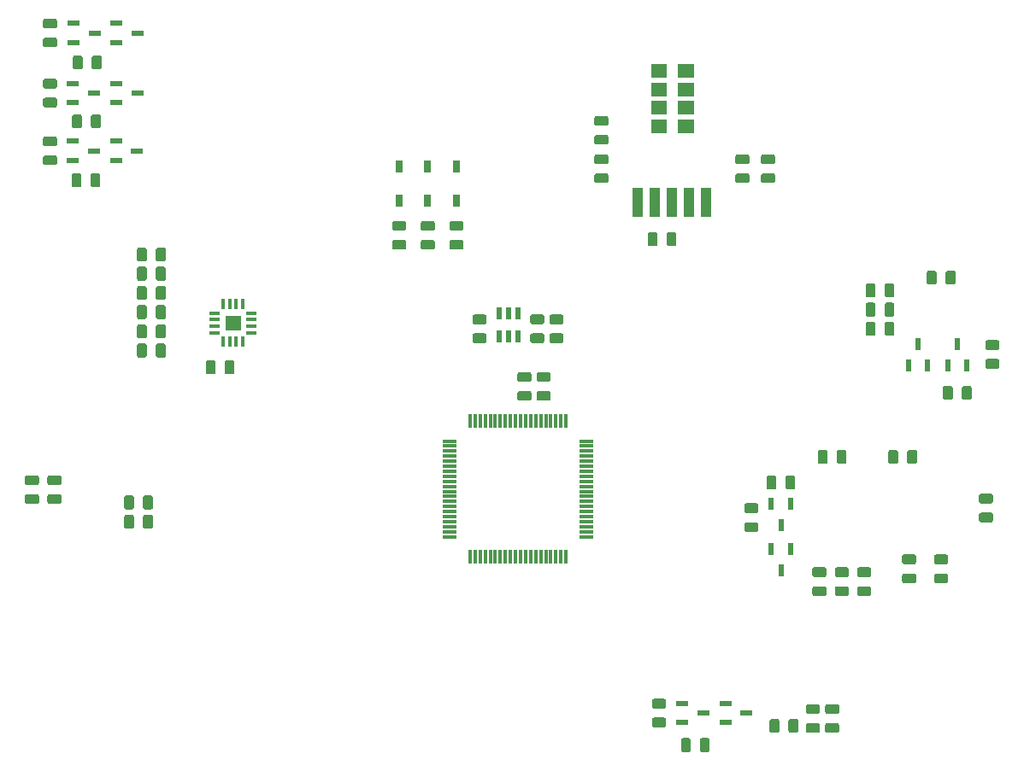
<source format=gbr>
G04 #@! TF.GenerationSoftware,KiCad,Pcbnew,5.1.5+dfsg1-2build2*
G04 #@! TF.CreationDate,2020-05-18T23:31:36+02:00*
G04 #@! TF.ProjectId,proto2,70726f74-6f32-42e6-9b69-6361645f7063,rev?*
G04 #@! TF.SameCoordinates,Original*
G04 #@! TF.FileFunction,Paste,Bot*
G04 #@! TF.FilePolarity,Positive*
%FSLAX46Y46*%
G04 Gerber Fmt 4.6, Leading zero omitted, Abs format (unit mm)*
G04 Created by KiCad (PCBNEW 5.1.5+dfsg1-2build2) date 2020-05-18 23:31:36*
%MOMM*%
%LPD*%
G04 APERTURE LIST*
%ADD10C,0.010000*%
%ADD11R,1.475000X0.300000*%
%ADD12R,0.300000X1.475000*%
%ADD13R,1.050000X0.350000*%
%ADD14R,0.350000X1.050000*%
%ADD15R,0.508000X1.219200*%
%ADD16C,0.100000*%
%ADD17R,1.000000X3.000000*%
%ADD18R,0.600000X1.300000*%
%ADD19R,1.300000X0.600000*%
%ADD20R,0.730000X1.210000*%
G04 APERTURE END LIST*
D10*
G36*
X114685000Y-108700799D02*
G01*
X114685000Y-107310000D01*
X113294201Y-107310000D01*
X113294201Y-108700799D01*
X114685000Y-108700799D01*
G37*
X114685000Y-108700799D02*
X114685000Y-107310000D01*
X113294201Y-107310000D01*
X113294201Y-108700799D01*
X114685000Y-108700799D01*
G36*
X156925000Y-83625000D02*
G01*
X156925000Y-82365000D01*
X155405000Y-82365000D01*
X155405000Y-83625000D01*
X156925000Y-83625000D01*
G37*
X156925000Y-83625000D02*
X156925000Y-82365000D01*
X155405000Y-82365000D01*
X155405000Y-83625000D01*
X156925000Y-83625000D01*
G36*
X156925000Y-85445000D02*
G01*
X156925000Y-84185000D01*
X155405000Y-84185000D01*
X155405000Y-85445000D01*
X156925000Y-85445000D01*
G37*
X156925000Y-85445000D02*
X156925000Y-84185000D01*
X155405000Y-84185000D01*
X155405000Y-85445000D01*
X156925000Y-85445000D01*
G36*
X156925000Y-87265000D02*
G01*
X156925000Y-86005000D01*
X155405000Y-86005000D01*
X155405000Y-87265000D01*
X156925000Y-87265000D01*
G37*
X156925000Y-87265000D02*
X156925000Y-86005000D01*
X155405000Y-86005000D01*
X155405000Y-87265000D01*
X156925000Y-87265000D01*
G36*
X156925000Y-89085000D02*
G01*
X156925000Y-87825000D01*
X155405000Y-87825000D01*
X155405000Y-89085000D01*
X156925000Y-89085000D01*
G37*
X156925000Y-89085000D02*
X156925000Y-87825000D01*
X155405000Y-87825000D01*
X155405000Y-89085000D01*
X156925000Y-89085000D01*
G36*
X159555000Y-89085000D02*
G01*
X159555000Y-87825000D01*
X158035000Y-87825000D01*
X158035000Y-89085000D01*
X159555000Y-89085000D01*
G37*
X159555000Y-89085000D02*
X159555000Y-87825000D01*
X158035000Y-87825000D01*
X158035000Y-89085000D01*
X159555000Y-89085000D01*
G36*
X159555000Y-83625000D02*
G01*
X159555000Y-82365000D01*
X158035000Y-82365000D01*
X158035000Y-83625000D01*
X159555000Y-83625000D01*
G37*
X159555000Y-83625000D02*
X159555000Y-82365000D01*
X158035000Y-82365000D01*
X158035000Y-83625000D01*
X159555000Y-83625000D01*
G36*
X159555000Y-85445000D02*
G01*
X159555000Y-84185000D01*
X158035000Y-84185000D01*
X158035000Y-85445000D01*
X159555000Y-85445000D01*
G37*
X159555000Y-85445000D02*
X159555000Y-84185000D01*
X158035000Y-84185000D01*
X158035000Y-85445000D01*
X159555000Y-85445000D01*
G36*
X159555000Y-87265000D02*
G01*
X159555000Y-86005000D01*
X158035000Y-86005000D01*
X158035000Y-87265000D01*
X159555000Y-87265000D01*
G37*
X159555000Y-87265000D02*
X159555000Y-86005000D01*
X158035000Y-86005000D01*
X158035000Y-87265000D01*
X159555000Y-87265000D01*
D11*
X135502000Y-119710000D03*
X135502000Y-120210000D03*
X135502000Y-120710000D03*
X135502000Y-121210000D03*
X135502000Y-121710000D03*
X135502000Y-122210000D03*
X135502000Y-122710000D03*
X135502000Y-123210000D03*
X135502000Y-123710000D03*
X135502000Y-124210000D03*
X135502000Y-124710000D03*
X135502000Y-125210000D03*
X135502000Y-125710000D03*
X135502000Y-126210000D03*
X135502000Y-126710000D03*
X135502000Y-127210000D03*
X135502000Y-127710000D03*
X135502000Y-128210000D03*
X135502000Y-128710000D03*
X135502000Y-129210000D03*
D12*
X137490000Y-131198000D03*
X137990000Y-131198000D03*
X138490000Y-131198000D03*
X138990000Y-131198000D03*
X139490000Y-131198000D03*
X139990000Y-131198000D03*
X140490000Y-131198000D03*
X140990000Y-131198000D03*
X141490000Y-131198000D03*
X141990000Y-131198000D03*
X142490000Y-131198000D03*
X142990000Y-131198000D03*
X143490000Y-131198000D03*
X143990000Y-131198000D03*
X144490000Y-131198000D03*
X144990000Y-131198000D03*
X145490000Y-131198000D03*
X145990000Y-131198000D03*
X146490000Y-131198000D03*
X146990000Y-131198000D03*
D11*
X148978000Y-129210000D03*
X148978000Y-128710000D03*
X148978000Y-128210000D03*
X148978000Y-127710000D03*
X148978000Y-127210000D03*
X148978000Y-126710000D03*
X148978000Y-126210000D03*
X148978000Y-125710000D03*
X148978000Y-125210000D03*
X148978000Y-124710000D03*
X148978000Y-124210000D03*
X148978000Y-123710000D03*
X148978000Y-123210000D03*
X148978000Y-122710000D03*
X148978000Y-122210000D03*
X148978000Y-121710000D03*
X148978000Y-121210000D03*
X148978000Y-120710000D03*
X148978000Y-120210000D03*
X148978000Y-119710000D03*
D12*
X146990000Y-117722000D03*
X146490000Y-117722000D03*
X145990000Y-117722000D03*
X145490000Y-117722000D03*
X144990000Y-117722000D03*
X144490000Y-117722000D03*
X143990000Y-117722000D03*
X143490000Y-117722000D03*
X142990000Y-117722000D03*
X142490000Y-117722000D03*
X141990000Y-117722000D03*
X141490000Y-117722000D03*
X140990000Y-117722000D03*
X140490000Y-117722000D03*
X139990000Y-117722000D03*
X139490000Y-117722000D03*
X138990000Y-117722000D03*
X138490000Y-117722000D03*
X137990000Y-117722000D03*
X137490000Y-117722000D03*
D13*
X115840000Y-108980000D03*
X115840000Y-108330000D03*
X115840000Y-107680000D03*
X115840000Y-107030000D03*
D14*
X114965000Y-106155000D03*
X114315000Y-106155000D03*
X113665000Y-106155000D03*
X113015000Y-106155000D03*
D13*
X112140000Y-107030000D03*
X112140000Y-107680000D03*
X112140000Y-108330000D03*
X112140000Y-108980000D03*
D14*
X113015000Y-109855000D03*
X113665000Y-109855000D03*
X114315000Y-109855000D03*
X114965000Y-109855000D03*
D15*
X140346500Y-109316599D03*
X141286300Y-109316599D03*
X142226100Y-109316599D03*
X142226100Y-107030599D03*
X141286300Y-107030599D03*
X140346500Y-107030599D03*
D16*
G36*
X100773142Y-81470174D02*
G01*
X100796803Y-81473684D01*
X100820007Y-81479496D01*
X100842529Y-81487554D01*
X100864153Y-81497782D01*
X100884670Y-81510079D01*
X100903883Y-81524329D01*
X100921607Y-81540393D01*
X100937671Y-81558117D01*
X100951921Y-81577330D01*
X100964218Y-81597847D01*
X100974446Y-81619471D01*
X100982504Y-81641993D01*
X100988316Y-81665197D01*
X100991826Y-81688858D01*
X100993000Y-81712750D01*
X100993000Y-82625250D01*
X100991826Y-82649142D01*
X100988316Y-82672803D01*
X100982504Y-82696007D01*
X100974446Y-82718529D01*
X100964218Y-82740153D01*
X100951921Y-82760670D01*
X100937671Y-82779883D01*
X100921607Y-82797607D01*
X100903883Y-82813671D01*
X100884670Y-82827921D01*
X100864153Y-82840218D01*
X100842529Y-82850446D01*
X100820007Y-82858504D01*
X100796803Y-82864316D01*
X100773142Y-82867826D01*
X100749250Y-82869000D01*
X100261750Y-82869000D01*
X100237858Y-82867826D01*
X100214197Y-82864316D01*
X100190993Y-82858504D01*
X100168471Y-82850446D01*
X100146847Y-82840218D01*
X100126330Y-82827921D01*
X100107117Y-82813671D01*
X100089393Y-82797607D01*
X100073329Y-82779883D01*
X100059079Y-82760670D01*
X100046782Y-82740153D01*
X100036554Y-82718529D01*
X100028496Y-82696007D01*
X100022684Y-82672803D01*
X100019174Y-82649142D01*
X100018000Y-82625250D01*
X100018000Y-81712750D01*
X100019174Y-81688858D01*
X100022684Y-81665197D01*
X100028496Y-81641993D01*
X100036554Y-81619471D01*
X100046782Y-81597847D01*
X100059079Y-81577330D01*
X100073329Y-81558117D01*
X100089393Y-81540393D01*
X100107117Y-81524329D01*
X100126330Y-81510079D01*
X100146847Y-81497782D01*
X100168471Y-81487554D01*
X100190993Y-81479496D01*
X100214197Y-81473684D01*
X100237858Y-81470174D01*
X100261750Y-81469000D01*
X100749250Y-81469000D01*
X100773142Y-81470174D01*
G37*
G36*
X98898142Y-81470174D02*
G01*
X98921803Y-81473684D01*
X98945007Y-81479496D01*
X98967529Y-81487554D01*
X98989153Y-81497782D01*
X99009670Y-81510079D01*
X99028883Y-81524329D01*
X99046607Y-81540393D01*
X99062671Y-81558117D01*
X99076921Y-81577330D01*
X99089218Y-81597847D01*
X99099446Y-81619471D01*
X99107504Y-81641993D01*
X99113316Y-81665197D01*
X99116826Y-81688858D01*
X99118000Y-81712750D01*
X99118000Y-82625250D01*
X99116826Y-82649142D01*
X99113316Y-82672803D01*
X99107504Y-82696007D01*
X99099446Y-82718529D01*
X99089218Y-82740153D01*
X99076921Y-82760670D01*
X99062671Y-82779883D01*
X99046607Y-82797607D01*
X99028883Y-82813671D01*
X99009670Y-82827921D01*
X98989153Y-82840218D01*
X98967529Y-82850446D01*
X98945007Y-82858504D01*
X98921803Y-82864316D01*
X98898142Y-82867826D01*
X98874250Y-82869000D01*
X98386750Y-82869000D01*
X98362858Y-82867826D01*
X98339197Y-82864316D01*
X98315993Y-82858504D01*
X98293471Y-82850446D01*
X98271847Y-82840218D01*
X98251330Y-82827921D01*
X98232117Y-82813671D01*
X98214393Y-82797607D01*
X98198329Y-82779883D01*
X98184079Y-82760670D01*
X98171782Y-82740153D01*
X98161554Y-82718529D01*
X98153496Y-82696007D01*
X98147684Y-82672803D01*
X98144174Y-82649142D01*
X98143000Y-82625250D01*
X98143000Y-81712750D01*
X98144174Y-81688858D01*
X98147684Y-81665197D01*
X98153496Y-81641993D01*
X98161554Y-81619471D01*
X98171782Y-81597847D01*
X98184079Y-81577330D01*
X98198329Y-81558117D01*
X98214393Y-81540393D01*
X98232117Y-81524329D01*
X98251330Y-81510079D01*
X98271847Y-81497782D01*
X98293471Y-81487554D01*
X98315993Y-81479496D01*
X98339197Y-81473684D01*
X98362858Y-81470174D01*
X98386750Y-81469000D01*
X98874250Y-81469000D01*
X98898142Y-81470174D01*
G37*
G36*
X107123142Y-100520174D02*
G01*
X107146803Y-100523684D01*
X107170007Y-100529496D01*
X107192529Y-100537554D01*
X107214153Y-100547782D01*
X107234670Y-100560079D01*
X107253883Y-100574329D01*
X107271607Y-100590393D01*
X107287671Y-100608117D01*
X107301921Y-100627330D01*
X107314218Y-100647847D01*
X107324446Y-100669471D01*
X107332504Y-100691993D01*
X107338316Y-100715197D01*
X107341826Y-100738858D01*
X107343000Y-100762750D01*
X107343000Y-101675250D01*
X107341826Y-101699142D01*
X107338316Y-101722803D01*
X107332504Y-101746007D01*
X107324446Y-101768529D01*
X107314218Y-101790153D01*
X107301921Y-101810670D01*
X107287671Y-101829883D01*
X107271607Y-101847607D01*
X107253883Y-101863671D01*
X107234670Y-101877921D01*
X107214153Y-101890218D01*
X107192529Y-101900446D01*
X107170007Y-101908504D01*
X107146803Y-101914316D01*
X107123142Y-101917826D01*
X107099250Y-101919000D01*
X106611750Y-101919000D01*
X106587858Y-101917826D01*
X106564197Y-101914316D01*
X106540993Y-101908504D01*
X106518471Y-101900446D01*
X106496847Y-101890218D01*
X106476330Y-101877921D01*
X106457117Y-101863671D01*
X106439393Y-101847607D01*
X106423329Y-101829883D01*
X106409079Y-101810670D01*
X106396782Y-101790153D01*
X106386554Y-101768529D01*
X106378496Y-101746007D01*
X106372684Y-101722803D01*
X106369174Y-101699142D01*
X106368000Y-101675250D01*
X106368000Y-100762750D01*
X106369174Y-100738858D01*
X106372684Y-100715197D01*
X106378496Y-100691993D01*
X106386554Y-100669471D01*
X106396782Y-100647847D01*
X106409079Y-100627330D01*
X106423329Y-100608117D01*
X106439393Y-100590393D01*
X106457117Y-100574329D01*
X106476330Y-100560079D01*
X106496847Y-100547782D01*
X106518471Y-100537554D01*
X106540993Y-100529496D01*
X106564197Y-100523684D01*
X106587858Y-100520174D01*
X106611750Y-100519000D01*
X107099250Y-100519000D01*
X107123142Y-100520174D01*
G37*
G36*
X105248142Y-100520174D02*
G01*
X105271803Y-100523684D01*
X105295007Y-100529496D01*
X105317529Y-100537554D01*
X105339153Y-100547782D01*
X105359670Y-100560079D01*
X105378883Y-100574329D01*
X105396607Y-100590393D01*
X105412671Y-100608117D01*
X105426921Y-100627330D01*
X105439218Y-100647847D01*
X105449446Y-100669471D01*
X105457504Y-100691993D01*
X105463316Y-100715197D01*
X105466826Y-100738858D01*
X105468000Y-100762750D01*
X105468000Y-101675250D01*
X105466826Y-101699142D01*
X105463316Y-101722803D01*
X105457504Y-101746007D01*
X105449446Y-101768529D01*
X105439218Y-101790153D01*
X105426921Y-101810670D01*
X105412671Y-101829883D01*
X105396607Y-101847607D01*
X105378883Y-101863671D01*
X105359670Y-101877921D01*
X105339153Y-101890218D01*
X105317529Y-101900446D01*
X105295007Y-101908504D01*
X105271803Y-101914316D01*
X105248142Y-101917826D01*
X105224250Y-101919000D01*
X104736750Y-101919000D01*
X104712858Y-101917826D01*
X104689197Y-101914316D01*
X104665993Y-101908504D01*
X104643471Y-101900446D01*
X104621847Y-101890218D01*
X104601330Y-101877921D01*
X104582117Y-101863671D01*
X104564393Y-101847607D01*
X104548329Y-101829883D01*
X104534079Y-101810670D01*
X104521782Y-101790153D01*
X104511554Y-101768529D01*
X104503496Y-101746007D01*
X104497684Y-101722803D01*
X104494174Y-101699142D01*
X104493000Y-101675250D01*
X104493000Y-100762750D01*
X104494174Y-100738858D01*
X104497684Y-100715197D01*
X104503496Y-100691993D01*
X104511554Y-100669471D01*
X104521782Y-100647847D01*
X104534079Y-100627330D01*
X104548329Y-100608117D01*
X104564393Y-100590393D01*
X104582117Y-100574329D01*
X104601330Y-100560079D01*
X104621847Y-100547782D01*
X104643471Y-100537554D01*
X104665993Y-100529496D01*
X104689197Y-100523684D01*
X104712858Y-100520174D01*
X104736750Y-100519000D01*
X105224250Y-100519000D01*
X105248142Y-100520174D01*
G37*
D17*
X154076000Y-96015000D03*
X155778000Y-96015000D03*
X157480000Y-96015000D03*
X159182000Y-96015000D03*
X160884000Y-96015000D03*
D16*
G36*
X107123142Y-102425174D02*
G01*
X107146803Y-102428684D01*
X107170007Y-102434496D01*
X107192529Y-102442554D01*
X107214153Y-102452782D01*
X107234670Y-102465079D01*
X107253883Y-102479329D01*
X107271607Y-102495393D01*
X107287671Y-102513117D01*
X107301921Y-102532330D01*
X107314218Y-102552847D01*
X107324446Y-102574471D01*
X107332504Y-102596993D01*
X107338316Y-102620197D01*
X107341826Y-102643858D01*
X107343000Y-102667750D01*
X107343000Y-103580250D01*
X107341826Y-103604142D01*
X107338316Y-103627803D01*
X107332504Y-103651007D01*
X107324446Y-103673529D01*
X107314218Y-103695153D01*
X107301921Y-103715670D01*
X107287671Y-103734883D01*
X107271607Y-103752607D01*
X107253883Y-103768671D01*
X107234670Y-103782921D01*
X107214153Y-103795218D01*
X107192529Y-103805446D01*
X107170007Y-103813504D01*
X107146803Y-103819316D01*
X107123142Y-103822826D01*
X107099250Y-103824000D01*
X106611750Y-103824000D01*
X106587858Y-103822826D01*
X106564197Y-103819316D01*
X106540993Y-103813504D01*
X106518471Y-103805446D01*
X106496847Y-103795218D01*
X106476330Y-103782921D01*
X106457117Y-103768671D01*
X106439393Y-103752607D01*
X106423329Y-103734883D01*
X106409079Y-103715670D01*
X106396782Y-103695153D01*
X106386554Y-103673529D01*
X106378496Y-103651007D01*
X106372684Y-103627803D01*
X106369174Y-103604142D01*
X106368000Y-103580250D01*
X106368000Y-102667750D01*
X106369174Y-102643858D01*
X106372684Y-102620197D01*
X106378496Y-102596993D01*
X106386554Y-102574471D01*
X106396782Y-102552847D01*
X106409079Y-102532330D01*
X106423329Y-102513117D01*
X106439393Y-102495393D01*
X106457117Y-102479329D01*
X106476330Y-102465079D01*
X106496847Y-102452782D01*
X106518471Y-102442554D01*
X106540993Y-102434496D01*
X106564197Y-102428684D01*
X106587858Y-102425174D01*
X106611750Y-102424000D01*
X107099250Y-102424000D01*
X107123142Y-102425174D01*
G37*
G36*
X105248142Y-102425174D02*
G01*
X105271803Y-102428684D01*
X105295007Y-102434496D01*
X105317529Y-102442554D01*
X105339153Y-102452782D01*
X105359670Y-102465079D01*
X105378883Y-102479329D01*
X105396607Y-102495393D01*
X105412671Y-102513117D01*
X105426921Y-102532330D01*
X105439218Y-102552847D01*
X105449446Y-102574471D01*
X105457504Y-102596993D01*
X105463316Y-102620197D01*
X105466826Y-102643858D01*
X105468000Y-102667750D01*
X105468000Y-103580250D01*
X105466826Y-103604142D01*
X105463316Y-103627803D01*
X105457504Y-103651007D01*
X105449446Y-103673529D01*
X105439218Y-103695153D01*
X105426921Y-103715670D01*
X105412671Y-103734883D01*
X105396607Y-103752607D01*
X105378883Y-103768671D01*
X105359670Y-103782921D01*
X105339153Y-103795218D01*
X105317529Y-103805446D01*
X105295007Y-103813504D01*
X105271803Y-103819316D01*
X105248142Y-103822826D01*
X105224250Y-103824000D01*
X104736750Y-103824000D01*
X104712858Y-103822826D01*
X104689197Y-103819316D01*
X104665993Y-103813504D01*
X104643471Y-103805446D01*
X104621847Y-103795218D01*
X104601330Y-103782921D01*
X104582117Y-103768671D01*
X104564393Y-103752607D01*
X104548329Y-103734883D01*
X104534079Y-103715670D01*
X104521782Y-103695153D01*
X104511554Y-103673529D01*
X104503496Y-103651007D01*
X104497684Y-103627803D01*
X104494174Y-103604142D01*
X104493000Y-103580250D01*
X104493000Y-102667750D01*
X104494174Y-102643858D01*
X104497684Y-102620197D01*
X104503496Y-102596993D01*
X104511554Y-102574471D01*
X104521782Y-102552847D01*
X104534079Y-102532330D01*
X104548329Y-102513117D01*
X104564393Y-102495393D01*
X104582117Y-102479329D01*
X104601330Y-102465079D01*
X104621847Y-102452782D01*
X104643471Y-102442554D01*
X104665993Y-102434496D01*
X104689197Y-102428684D01*
X104712858Y-102425174D01*
X104736750Y-102424000D01*
X105224250Y-102424000D01*
X105248142Y-102425174D01*
G37*
G36*
X107123142Y-104330174D02*
G01*
X107146803Y-104333684D01*
X107170007Y-104339496D01*
X107192529Y-104347554D01*
X107214153Y-104357782D01*
X107234670Y-104370079D01*
X107253883Y-104384329D01*
X107271607Y-104400393D01*
X107287671Y-104418117D01*
X107301921Y-104437330D01*
X107314218Y-104457847D01*
X107324446Y-104479471D01*
X107332504Y-104501993D01*
X107338316Y-104525197D01*
X107341826Y-104548858D01*
X107343000Y-104572750D01*
X107343000Y-105485250D01*
X107341826Y-105509142D01*
X107338316Y-105532803D01*
X107332504Y-105556007D01*
X107324446Y-105578529D01*
X107314218Y-105600153D01*
X107301921Y-105620670D01*
X107287671Y-105639883D01*
X107271607Y-105657607D01*
X107253883Y-105673671D01*
X107234670Y-105687921D01*
X107214153Y-105700218D01*
X107192529Y-105710446D01*
X107170007Y-105718504D01*
X107146803Y-105724316D01*
X107123142Y-105727826D01*
X107099250Y-105729000D01*
X106611750Y-105729000D01*
X106587858Y-105727826D01*
X106564197Y-105724316D01*
X106540993Y-105718504D01*
X106518471Y-105710446D01*
X106496847Y-105700218D01*
X106476330Y-105687921D01*
X106457117Y-105673671D01*
X106439393Y-105657607D01*
X106423329Y-105639883D01*
X106409079Y-105620670D01*
X106396782Y-105600153D01*
X106386554Y-105578529D01*
X106378496Y-105556007D01*
X106372684Y-105532803D01*
X106369174Y-105509142D01*
X106368000Y-105485250D01*
X106368000Y-104572750D01*
X106369174Y-104548858D01*
X106372684Y-104525197D01*
X106378496Y-104501993D01*
X106386554Y-104479471D01*
X106396782Y-104457847D01*
X106409079Y-104437330D01*
X106423329Y-104418117D01*
X106439393Y-104400393D01*
X106457117Y-104384329D01*
X106476330Y-104370079D01*
X106496847Y-104357782D01*
X106518471Y-104347554D01*
X106540993Y-104339496D01*
X106564197Y-104333684D01*
X106587858Y-104330174D01*
X106611750Y-104329000D01*
X107099250Y-104329000D01*
X107123142Y-104330174D01*
G37*
G36*
X105248142Y-104330174D02*
G01*
X105271803Y-104333684D01*
X105295007Y-104339496D01*
X105317529Y-104347554D01*
X105339153Y-104357782D01*
X105359670Y-104370079D01*
X105378883Y-104384329D01*
X105396607Y-104400393D01*
X105412671Y-104418117D01*
X105426921Y-104437330D01*
X105439218Y-104457847D01*
X105449446Y-104479471D01*
X105457504Y-104501993D01*
X105463316Y-104525197D01*
X105466826Y-104548858D01*
X105468000Y-104572750D01*
X105468000Y-105485250D01*
X105466826Y-105509142D01*
X105463316Y-105532803D01*
X105457504Y-105556007D01*
X105449446Y-105578529D01*
X105439218Y-105600153D01*
X105426921Y-105620670D01*
X105412671Y-105639883D01*
X105396607Y-105657607D01*
X105378883Y-105673671D01*
X105359670Y-105687921D01*
X105339153Y-105700218D01*
X105317529Y-105710446D01*
X105295007Y-105718504D01*
X105271803Y-105724316D01*
X105248142Y-105727826D01*
X105224250Y-105729000D01*
X104736750Y-105729000D01*
X104712858Y-105727826D01*
X104689197Y-105724316D01*
X104665993Y-105718504D01*
X104643471Y-105710446D01*
X104621847Y-105700218D01*
X104601330Y-105687921D01*
X104582117Y-105673671D01*
X104564393Y-105657607D01*
X104548329Y-105639883D01*
X104534079Y-105620670D01*
X104521782Y-105600153D01*
X104511554Y-105578529D01*
X104503496Y-105556007D01*
X104497684Y-105532803D01*
X104494174Y-105509142D01*
X104493000Y-105485250D01*
X104493000Y-104572750D01*
X104494174Y-104548858D01*
X104497684Y-104525197D01*
X104503496Y-104501993D01*
X104511554Y-104479471D01*
X104521782Y-104457847D01*
X104534079Y-104437330D01*
X104548329Y-104418117D01*
X104564393Y-104400393D01*
X104582117Y-104384329D01*
X104601330Y-104370079D01*
X104621847Y-104357782D01*
X104643471Y-104347554D01*
X104665993Y-104339496D01*
X104689197Y-104333684D01*
X104712858Y-104330174D01*
X104736750Y-104329000D01*
X105224250Y-104329000D01*
X105248142Y-104330174D01*
G37*
G36*
X107123142Y-106235174D02*
G01*
X107146803Y-106238684D01*
X107170007Y-106244496D01*
X107192529Y-106252554D01*
X107214153Y-106262782D01*
X107234670Y-106275079D01*
X107253883Y-106289329D01*
X107271607Y-106305393D01*
X107287671Y-106323117D01*
X107301921Y-106342330D01*
X107314218Y-106362847D01*
X107324446Y-106384471D01*
X107332504Y-106406993D01*
X107338316Y-106430197D01*
X107341826Y-106453858D01*
X107343000Y-106477750D01*
X107343000Y-107390250D01*
X107341826Y-107414142D01*
X107338316Y-107437803D01*
X107332504Y-107461007D01*
X107324446Y-107483529D01*
X107314218Y-107505153D01*
X107301921Y-107525670D01*
X107287671Y-107544883D01*
X107271607Y-107562607D01*
X107253883Y-107578671D01*
X107234670Y-107592921D01*
X107214153Y-107605218D01*
X107192529Y-107615446D01*
X107170007Y-107623504D01*
X107146803Y-107629316D01*
X107123142Y-107632826D01*
X107099250Y-107634000D01*
X106611750Y-107634000D01*
X106587858Y-107632826D01*
X106564197Y-107629316D01*
X106540993Y-107623504D01*
X106518471Y-107615446D01*
X106496847Y-107605218D01*
X106476330Y-107592921D01*
X106457117Y-107578671D01*
X106439393Y-107562607D01*
X106423329Y-107544883D01*
X106409079Y-107525670D01*
X106396782Y-107505153D01*
X106386554Y-107483529D01*
X106378496Y-107461007D01*
X106372684Y-107437803D01*
X106369174Y-107414142D01*
X106368000Y-107390250D01*
X106368000Y-106477750D01*
X106369174Y-106453858D01*
X106372684Y-106430197D01*
X106378496Y-106406993D01*
X106386554Y-106384471D01*
X106396782Y-106362847D01*
X106409079Y-106342330D01*
X106423329Y-106323117D01*
X106439393Y-106305393D01*
X106457117Y-106289329D01*
X106476330Y-106275079D01*
X106496847Y-106262782D01*
X106518471Y-106252554D01*
X106540993Y-106244496D01*
X106564197Y-106238684D01*
X106587858Y-106235174D01*
X106611750Y-106234000D01*
X107099250Y-106234000D01*
X107123142Y-106235174D01*
G37*
G36*
X105248142Y-106235174D02*
G01*
X105271803Y-106238684D01*
X105295007Y-106244496D01*
X105317529Y-106252554D01*
X105339153Y-106262782D01*
X105359670Y-106275079D01*
X105378883Y-106289329D01*
X105396607Y-106305393D01*
X105412671Y-106323117D01*
X105426921Y-106342330D01*
X105439218Y-106362847D01*
X105449446Y-106384471D01*
X105457504Y-106406993D01*
X105463316Y-106430197D01*
X105466826Y-106453858D01*
X105468000Y-106477750D01*
X105468000Y-107390250D01*
X105466826Y-107414142D01*
X105463316Y-107437803D01*
X105457504Y-107461007D01*
X105449446Y-107483529D01*
X105439218Y-107505153D01*
X105426921Y-107525670D01*
X105412671Y-107544883D01*
X105396607Y-107562607D01*
X105378883Y-107578671D01*
X105359670Y-107592921D01*
X105339153Y-107605218D01*
X105317529Y-107615446D01*
X105295007Y-107623504D01*
X105271803Y-107629316D01*
X105248142Y-107632826D01*
X105224250Y-107634000D01*
X104736750Y-107634000D01*
X104712858Y-107632826D01*
X104689197Y-107629316D01*
X104665993Y-107623504D01*
X104643471Y-107615446D01*
X104621847Y-107605218D01*
X104601330Y-107592921D01*
X104582117Y-107578671D01*
X104564393Y-107562607D01*
X104548329Y-107544883D01*
X104534079Y-107525670D01*
X104521782Y-107505153D01*
X104511554Y-107483529D01*
X104503496Y-107461007D01*
X104497684Y-107437803D01*
X104494174Y-107414142D01*
X104493000Y-107390250D01*
X104493000Y-106477750D01*
X104494174Y-106453858D01*
X104497684Y-106430197D01*
X104503496Y-106406993D01*
X104511554Y-106384471D01*
X104521782Y-106362847D01*
X104534079Y-106342330D01*
X104548329Y-106323117D01*
X104564393Y-106305393D01*
X104582117Y-106289329D01*
X104601330Y-106275079D01*
X104621847Y-106262782D01*
X104643471Y-106252554D01*
X104665993Y-106244496D01*
X104689197Y-106238684D01*
X104712858Y-106235174D01*
X104736750Y-106234000D01*
X105224250Y-106234000D01*
X105248142Y-106235174D01*
G37*
G36*
X105248142Y-108140174D02*
G01*
X105271803Y-108143684D01*
X105295007Y-108149496D01*
X105317529Y-108157554D01*
X105339153Y-108167782D01*
X105359670Y-108180079D01*
X105378883Y-108194329D01*
X105396607Y-108210393D01*
X105412671Y-108228117D01*
X105426921Y-108247330D01*
X105439218Y-108267847D01*
X105449446Y-108289471D01*
X105457504Y-108311993D01*
X105463316Y-108335197D01*
X105466826Y-108358858D01*
X105468000Y-108382750D01*
X105468000Y-109295250D01*
X105466826Y-109319142D01*
X105463316Y-109342803D01*
X105457504Y-109366007D01*
X105449446Y-109388529D01*
X105439218Y-109410153D01*
X105426921Y-109430670D01*
X105412671Y-109449883D01*
X105396607Y-109467607D01*
X105378883Y-109483671D01*
X105359670Y-109497921D01*
X105339153Y-109510218D01*
X105317529Y-109520446D01*
X105295007Y-109528504D01*
X105271803Y-109534316D01*
X105248142Y-109537826D01*
X105224250Y-109539000D01*
X104736750Y-109539000D01*
X104712858Y-109537826D01*
X104689197Y-109534316D01*
X104665993Y-109528504D01*
X104643471Y-109520446D01*
X104621847Y-109510218D01*
X104601330Y-109497921D01*
X104582117Y-109483671D01*
X104564393Y-109467607D01*
X104548329Y-109449883D01*
X104534079Y-109430670D01*
X104521782Y-109410153D01*
X104511554Y-109388529D01*
X104503496Y-109366007D01*
X104497684Y-109342803D01*
X104494174Y-109319142D01*
X104493000Y-109295250D01*
X104493000Y-108382750D01*
X104494174Y-108358858D01*
X104497684Y-108335197D01*
X104503496Y-108311993D01*
X104511554Y-108289471D01*
X104521782Y-108267847D01*
X104534079Y-108247330D01*
X104548329Y-108228117D01*
X104564393Y-108210393D01*
X104582117Y-108194329D01*
X104601330Y-108180079D01*
X104621847Y-108167782D01*
X104643471Y-108157554D01*
X104665993Y-108149496D01*
X104689197Y-108143684D01*
X104712858Y-108140174D01*
X104736750Y-108139000D01*
X105224250Y-108139000D01*
X105248142Y-108140174D01*
G37*
G36*
X107123142Y-108140174D02*
G01*
X107146803Y-108143684D01*
X107170007Y-108149496D01*
X107192529Y-108157554D01*
X107214153Y-108167782D01*
X107234670Y-108180079D01*
X107253883Y-108194329D01*
X107271607Y-108210393D01*
X107287671Y-108228117D01*
X107301921Y-108247330D01*
X107314218Y-108267847D01*
X107324446Y-108289471D01*
X107332504Y-108311993D01*
X107338316Y-108335197D01*
X107341826Y-108358858D01*
X107343000Y-108382750D01*
X107343000Y-109295250D01*
X107341826Y-109319142D01*
X107338316Y-109342803D01*
X107332504Y-109366007D01*
X107324446Y-109388529D01*
X107314218Y-109410153D01*
X107301921Y-109430670D01*
X107287671Y-109449883D01*
X107271607Y-109467607D01*
X107253883Y-109483671D01*
X107234670Y-109497921D01*
X107214153Y-109510218D01*
X107192529Y-109520446D01*
X107170007Y-109528504D01*
X107146803Y-109534316D01*
X107123142Y-109537826D01*
X107099250Y-109539000D01*
X106611750Y-109539000D01*
X106587858Y-109537826D01*
X106564197Y-109534316D01*
X106540993Y-109528504D01*
X106518471Y-109520446D01*
X106496847Y-109510218D01*
X106476330Y-109497921D01*
X106457117Y-109483671D01*
X106439393Y-109467607D01*
X106423329Y-109449883D01*
X106409079Y-109430670D01*
X106396782Y-109410153D01*
X106386554Y-109388529D01*
X106378496Y-109366007D01*
X106372684Y-109342803D01*
X106369174Y-109319142D01*
X106368000Y-109295250D01*
X106368000Y-108382750D01*
X106369174Y-108358858D01*
X106372684Y-108335197D01*
X106378496Y-108311993D01*
X106386554Y-108289471D01*
X106396782Y-108267847D01*
X106409079Y-108247330D01*
X106423329Y-108228117D01*
X106439393Y-108210393D01*
X106457117Y-108194329D01*
X106476330Y-108180079D01*
X106496847Y-108167782D01*
X106518471Y-108157554D01*
X106540993Y-108149496D01*
X106564197Y-108143684D01*
X106587858Y-108140174D01*
X106611750Y-108139000D01*
X107099250Y-108139000D01*
X107123142Y-108140174D01*
G37*
G36*
X105248142Y-110045174D02*
G01*
X105271803Y-110048684D01*
X105295007Y-110054496D01*
X105317529Y-110062554D01*
X105339153Y-110072782D01*
X105359670Y-110085079D01*
X105378883Y-110099329D01*
X105396607Y-110115393D01*
X105412671Y-110133117D01*
X105426921Y-110152330D01*
X105439218Y-110172847D01*
X105449446Y-110194471D01*
X105457504Y-110216993D01*
X105463316Y-110240197D01*
X105466826Y-110263858D01*
X105468000Y-110287750D01*
X105468000Y-111200250D01*
X105466826Y-111224142D01*
X105463316Y-111247803D01*
X105457504Y-111271007D01*
X105449446Y-111293529D01*
X105439218Y-111315153D01*
X105426921Y-111335670D01*
X105412671Y-111354883D01*
X105396607Y-111372607D01*
X105378883Y-111388671D01*
X105359670Y-111402921D01*
X105339153Y-111415218D01*
X105317529Y-111425446D01*
X105295007Y-111433504D01*
X105271803Y-111439316D01*
X105248142Y-111442826D01*
X105224250Y-111444000D01*
X104736750Y-111444000D01*
X104712858Y-111442826D01*
X104689197Y-111439316D01*
X104665993Y-111433504D01*
X104643471Y-111425446D01*
X104621847Y-111415218D01*
X104601330Y-111402921D01*
X104582117Y-111388671D01*
X104564393Y-111372607D01*
X104548329Y-111354883D01*
X104534079Y-111335670D01*
X104521782Y-111315153D01*
X104511554Y-111293529D01*
X104503496Y-111271007D01*
X104497684Y-111247803D01*
X104494174Y-111224142D01*
X104493000Y-111200250D01*
X104493000Y-110287750D01*
X104494174Y-110263858D01*
X104497684Y-110240197D01*
X104503496Y-110216993D01*
X104511554Y-110194471D01*
X104521782Y-110172847D01*
X104534079Y-110152330D01*
X104548329Y-110133117D01*
X104564393Y-110115393D01*
X104582117Y-110099329D01*
X104601330Y-110085079D01*
X104621847Y-110072782D01*
X104643471Y-110062554D01*
X104665993Y-110054496D01*
X104689197Y-110048684D01*
X104712858Y-110045174D01*
X104736750Y-110044000D01*
X105224250Y-110044000D01*
X105248142Y-110045174D01*
G37*
G36*
X107123142Y-110045174D02*
G01*
X107146803Y-110048684D01*
X107170007Y-110054496D01*
X107192529Y-110062554D01*
X107214153Y-110072782D01*
X107234670Y-110085079D01*
X107253883Y-110099329D01*
X107271607Y-110115393D01*
X107287671Y-110133117D01*
X107301921Y-110152330D01*
X107314218Y-110172847D01*
X107324446Y-110194471D01*
X107332504Y-110216993D01*
X107338316Y-110240197D01*
X107341826Y-110263858D01*
X107343000Y-110287750D01*
X107343000Y-111200250D01*
X107341826Y-111224142D01*
X107338316Y-111247803D01*
X107332504Y-111271007D01*
X107324446Y-111293529D01*
X107314218Y-111315153D01*
X107301921Y-111335670D01*
X107287671Y-111354883D01*
X107271607Y-111372607D01*
X107253883Y-111388671D01*
X107234670Y-111402921D01*
X107214153Y-111415218D01*
X107192529Y-111425446D01*
X107170007Y-111433504D01*
X107146803Y-111439316D01*
X107123142Y-111442826D01*
X107099250Y-111444000D01*
X106611750Y-111444000D01*
X106587858Y-111442826D01*
X106564197Y-111439316D01*
X106540993Y-111433504D01*
X106518471Y-111425446D01*
X106496847Y-111415218D01*
X106476330Y-111402921D01*
X106457117Y-111388671D01*
X106439393Y-111372607D01*
X106423329Y-111354883D01*
X106409079Y-111335670D01*
X106396782Y-111315153D01*
X106386554Y-111293529D01*
X106378496Y-111271007D01*
X106372684Y-111247803D01*
X106369174Y-111224142D01*
X106368000Y-111200250D01*
X106368000Y-110287750D01*
X106369174Y-110263858D01*
X106372684Y-110240197D01*
X106378496Y-110216993D01*
X106386554Y-110194471D01*
X106396782Y-110172847D01*
X106409079Y-110152330D01*
X106423329Y-110133117D01*
X106439393Y-110115393D01*
X106457117Y-110099329D01*
X106476330Y-110085079D01*
X106496847Y-110072782D01*
X106518471Y-110062554D01*
X106540993Y-110054496D01*
X106564197Y-110048684D01*
X106587858Y-110045174D01*
X106611750Y-110044000D01*
X107099250Y-110044000D01*
X107123142Y-110045174D01*
G37*
G36*
X150975142Y-87476174D02*
G01*
X150998803Y-87479684D01*
X151022007Y-87485496D01*
X151044529Y-87493554D01*
X151066153Y-87503782D01*
X151086670Y-87516079D01*
X151105883Y-87530329D01*
X151123607Y-87546393D01*
X151139671Y-87564117D01*
X151153921Y-87583330D01*
X151166218Y-87603847D01*
X151176446Y-87625471D01*
X151184504Y-87647993D01*
X151190316Y-87671197D01*
X151193826Y-87694858D01*
X151195000Y-87718750D01*
X151195000Y-88206250D01*
X151193826Y-88230142D01*
X151190316Y-88253803D01*
X151184504Y-88277007D01*
X151176446Y-88299529D01*
X151166218Y-88321153D01*
X151153921Y-88341670D01*
X151139671Y-88360883D01*
X151123607Y-88378607D01*
X151105883Y-88394671D01*
X151086670Y-88408921D01*
X151066153Y-88421218D01*
X151044529Y-88431446D01*
X151022007Y-88439504D01*
X150998803Y-88445316D01*
X150975142Y-88448826D01*
X150951250Y-88450000D01*
X150038750Y-88450000D01*
X150014858Y-88448826D01*
X149991197Y-88445316D01*
X149967993Y-88439504D01*
X149945471Y-88431446D01*
X149923847Y-88421218D01*
X149903330Y-88408921D01*
X149884117Y-88394671D01*
X149866393Y-88378607D01*
X149850329Y-88360883D01*
X149836079Y-88341670D01*
X149823782Y-88321153D01*
X149813554Y-88299529D01*
X149805496Y-88277007D01*
X149799684Y-88253803D01*
X149796174Y-88230142D01*
X149795000Y-88206250D01*
X149795000Y-87718750D01*
X149796174Y-87694858D01*
X149799684Y-87671197D01*
X149805496Y-87647993D01*
X149813554Y-87625471D01*
X149823782Y-87603847D01*
X149836079Y-87583330D01*
X149850329Y-87564117D01*
X149866393Y-87546393D01*
X149884117Y-87530329D01*
X149903330Y-87516079D01*
X149923847Y-87503782D01*
X149945471Y-87493554D01*
X149967993Y-87485496D01*
X149991197Y-87479684D01*
X150014858Y-87476174D01*
X150038750Y-87475000D01*
X150951250Y-87475000D01*
X150975142Y-87476174D01*
G37*
G36*
X150975142Y-89351174D02*
G01*
X150998803Y-89354684D01*
X151022007Y-89360496D01*
X151044529Y-89368554D01*
X151066153Y-89378782D01*
X151086670Y-89391079D01*
X151105883Y-89405329D01*
X151123607Y-89421393D01*
X151139671Y-89439117D01*
X151153921Y-89458330D01*
X151166218Y-89478847D01*
X151176446Y-89500471D01*
X151184504Y-89522993D01*
X151190316Y-89546197D01*
X151193826Y-89569858D01*
X151195000Y-89593750D01*
X151195000Y-90081250D01*
X151193826Y-90105142D01*
X151190316Y-90128803D01*
X151184504Y-90152007D01*
X151176446Y-90174529D01*
X151166218Y-90196153D01*
X151153921Y-90216670D01*
X151139671Y-90235883D01*
X151123607Y-90253607D01*
X151105883Y-90269671D01*
X151086670Y-90283921D01*
X151066153Y-90296218D01*
X151044529Y-90306446D01*
X151022007Y-90314504D01*
X150998803Y-90320316D01*
X150975142Y-90323826D01*
X150951250Y-90325000D01*
X150038750Y-90325000D01*
X150014858Y-90323826D01*
X149991197Y-90320316D01*
X149967993Y-90314504D01*
X149945471Y-90306446D01*
X149923847Y-90296218D01*
X149903330Y-90283921D01*
X149884117Y-90269671D01*
X149866393Y-90253607D01*
X149850329Y-90235883D01*
X149836079Y-90216670D01*
X149823782Y-90196153D01*
X149813554Y-90174529D01*
X149805496Y-90152007D01*
X149799684Y-90128803D01*
X149796174Y-90105142D01*
X149795000Y-90081250D01*
X149795000Y-89593750D01*
X149796174Y-89569858D01*
X149799684Y-89546197D01*
X149805496Y-89522993D01*
X149813554Y-89500471D01*
X149823782Y-89478847D01*
X149836079Y-89458330D01*
X149850329Y-89439117D01*
X149866393Y-89421393D01*
X149884117Y-89405329D01*
X149903330Y-89391079D01*
X149923847Y-89378782D01*
X149945471Y-89368554D01*
X149967993Y-89360496D01*
X149991197Y-89354684D01*
X150014858Y-89351174D01*
X150038750Y-89350000D01*
X150951250Y-89350000D01*
X150975142Y-89351174D01*
G37*
G36*
X150975142Y-93161174D02*
G01*
X150998803Y-93164684D01*
X151022007Y-93170496D01*
X151044529Y-93178554D01*
X151066153Y-93188782D01*
X151086670Y-93201079D01*
X151105883Y-93215329D01*
X151123607Y-93231393D01*
X151139671Y-93249117D01*
X151153921Y-93268330D01*
X151166218Y-93288847D01*
X151176446Y-93310471D01*
X151184504Y-93332993D01*
X151190316Y-93356197D01*
X151193826Y-93379858D01*
X151195000Y-93403750D01*
X151195000Y-93891250D01*
X151193826Y-93915142D01*
X151190316Y-93938803D01*
X151184504Y-93962007D01*
X151176446Y-93984529D01*
X151166218Y-94006153D01*
X151153921Y-94026670D01*
X151139671Y-94045883D01*
X151123607Y-94063607D01*
X151105883Y-94079671D01*
X151086670Y-94093921D01*
X151066153Y-94106218D01*
X151044529Y-94116446D01*
X151022007Y-94124504D01*
X150998803Y-94130316D01*
X150975142Y-94133826D01*
X150951250Y-94135000D01*
X150038750Y-94135000D01*
X150014858Y-94133826D01*
X149991197Y-94130316D01*
X149967993Y-94124504D01*
X149945471Y-94116446D01*
X149923847Y-94106218D01*
X149903330Y-94093921D01*
X149884117Y-94079671D01*
X149866393Y-94063607D01*
X149850329Y-94045883D01*
X149836079Y-94026670D01*
X149823782Y-94006153D01*
X149813554Y-93984529D01*
X149805496Y-93962007D01*
X149799684Y-93938803D01*
X149796174Y-93915142D01*
X149795000Y-93891250D01*
X149795000Y-93403750D01*
X149796174Y-93379858D01*
X149799684Y-93356197D01*
X149805496Y-93332993D01*
X149813554Y-93310471D01*
X149823782Y-93288847D01*
X149836079Y-93268330D01*
X149850329Y-93249117D01*
X149866393Y-93231393D01*
X149884117Y-93215329D01*
X149903330Y-93201079D01*
X149923847Y-93188782D01*
X149945471Y-93178554D01*
X149967993Y-93170496D01*
X149991197Y-93164684D01*
X150014858Y-93161174D01*
X150038750Y-93160000D01*
X150951250Y-93160000D01*
X150975142Y-93161174D01*
G37*
G36*
X150975142Y-91286174D02*
G01*
X150998803Y-91289684D01*
X151022007Y-91295496D01*
X151044529Y-91303554D01*
X151066153Y-91313782D01*
X151086670Y-91326079D01*
X151105883Y-91340329D01*
X151123607Y-91356393D01*
X151139671Y-91374117D01*
X151153921Y-91393330D01*
X151166218Y-91413847D01*
X151176446Y-91435471D01*
X151184504Y-91457993D01*
X151190316Y-91481197D01*
X151193826Y-91504858D01*
X151195000Y-91528750D01*
X151195000Y-92016250D01*
X151193826Y-92040142D01*
X151190316Y-92063803D01*
X151184504Y-92087007D01*
X151176446Y-92109529D01*
X151166218Y-92131153D01*
X151153921Y-92151670D01*
X151139671Y-92170883D01*
X151123607Y-92188607D01*
X151105883Y-92204671D01*
X151086670Y-92218921D01*
X151066153Y-92231218D01*
X151044529Y-92241446D01*
X151022007Y-92249504D01*
X150998803Y-92255316D01*
X150975142Y-92258826D01*
X150951250Y-92260000D01*
X150038750Y-92260000D01*
X150014858Y-92258826D01*
X149991197Y-92255316D01*
X149967993Y-92249504D01*
X149945471Y-92241446D01*
X149923847Y-92231218D01*
X149903330Y-92218921D01*
X149884117Y-92204671D01*
X149866393Y-92188607D01*
X149850329Y-92170883D01*
X149836079Y-92151670D01*
X149823782Y-92131153D01*
X149813554Y-92109529D01*
X149805496Y-92087007D01*
X149799684Y-92063803D01*
X149796174Y-92040142D01*
X149795000Y-92016250D01*
X149795000Y-91528750D01*
X149796174Y-91504858D01*
X149799684Y-91481197D01*
X149805496Y-91457993D01*
X149813554Y-91435471D01*
X149823782Y-91413847D01*
X149836079Y-91393330D01*
X149850329Y-91374117D01*
X149866393Y-91356393D01*
X149884117Y-91340329D01*
X149903330Y-91326079D01*
X149923847Y-91313782D01*
X149945471Y-91303554D01*
X149967993Y-91295496D01*
X149991197Y-91289684D01*
X150014858Y-91286174D01*
X150038750Y-91285000D01*
X150951250Y-91285000D01*
X150975142Y-91286174D01*
G37*
G36*
X184630142Y-132833674D02*
G01*
X184653803Y-132837184D01*
X184677007Y-132842996D01*
X184699529Y-132851054D01*
X184721153Y-132861282D01*
X184741670Y-132873579D01*
X184760883Y-132887829D01*
X184778607Y-132903893D01*
X184794671Y-132921617D01*
X184808921Y-132940830D01*
X184821218Y-132961347D01*
X184831446Y-132982971D01*
X184839504Y-133005493D01*
X184845316Y-133028697D01*
X184848826Y-133052358D01*
X184850000Y-133076250D01*
X184850000Y-133563750D01*
X184848826Y-133587642D01*
X184845316Y-133611303D01*
X184839504Y-133634507D01*
X184831446Y-133657029D01*
X184821218Y-133678653D01*
X184808921Y-133699170D01*
X184794671Y-133718383D01*
X184778607Y-133736107D01*
X184760883Y-133752171D01*
X184741670Y-133766421D01*
X184721153Y-133778718D01*
X184699529Y-133788946D01*
X184677007Y-133797004D01*
X184653803Y-133802816D01*
X184630142Y-133806326D01*
X184606250Y-133807500D01*
X183693750Y-133807500D01*
X183669858Y-133806326D01*
X183646197Y-133802816D01*
X183622993Y-133797004D01*
X183600471Y-133788946D01*
X183578847Y-133778718D01*
X183558330Y-133766421D01*
X183539117Y-133752171D01*
X183521393Y-133736107D01*
X183505329Y-133718383D01*
X183491079Y-133699170D01*
X183478782Y-133678653D01*
X183468554Y-133657029D01*
X183460496Y-133634507D01*
X183454684Y-133611303D01*
X183451174Y-133587642D01*
X183450000Y-133563750D01*
X183450000Y-133076250D01*
X183451174Y-133052358D01*
X183454684Y-133028697D01*
X183460496Y-133005493D01*
X183468554Y-132982971D01*
X183478782Y-132961347D01*
X183491079Y-132940830D01*
X183505329Y-132921617D01*
X183521393Y-132903893D01*
X183539117Y-132887829D01*
X183558330Y-132873579D01*
X183578847Y-132861282D01*
X183600471Y-132851054D01*
X183622993Y-132842996D01*
X183646197Y-132837184D01*
X183669858Y-132833674D01*
X183693750Y-132832500D01*
X184606250Y-132832500D01*
X184630142Y-132833674D01*
G37*
G36*
X184630142Y-130958674D02*
G01*
X184653803Y-130962184D01*
X184677007Y-130967996D01*
X184699529Y-130976054D01*
X184721153Y-130986282D01*
X184741670Y-130998579D01*
X184760883Y-131012829D01*
X184778607Y-131028893D01*
X184794671Y-131046617D01*
X184808921Y-131065830D01*
X184821218Y-131086347D01*
X184831446Y-131107971D01*
X184839504Y-131130493D01*
X184845316Y-131153697D01*
X184848826Y-131177358D01*
X184850000Y-131201250D01*
X184850000Y-131688750D01*
X184848826Y-131712642D01*
X184845316Y-131736303D01*
X184839504Y-131759507D01*
X184831446Y-131782029D01*
X184821218Y-131803653D01*
X184808921Y-131824170D01*
X184794671Y-131843383D01*
X184778607Y-131861107D01*
X184760883Y-131877171D01*
X184741670Y-131891421D01*
X184721153Y-131903718D01*
X184699529Y-131913946D01*
X184677007Y-131922004D01*
X184653803Y-131927816D01*
X184630142Y-131931326D01*
X184606250Y-131932500D01*
X183693750Y-131932500D01*
X183669858Y-131931326D01*
X183646197Y-131927816D01*
X183622993Y-131922004D01*
X183600471Y-131913946D01*
X183578847Y-131903718D01*
X183558330Y-131891421D01*
X183539117Y-131877171D01*
X183521393Y-131861107D01*
X183505329Y-131843383D01*
X183491079Y-131824170D01*
X183478782Y-131803653D01*
X183468554Y-131782029D01*
X183460496Y-131759507D01*
X183454684Y-131736303D01*
X183451174Y-131712642D01*
X183450000Y-131688750D01*
X183450000Y-131201250D01*
X183451174Y-131177358D01*
X183454684Y-131153697D01*
X183460496Y-131130493D01*
X183468554Y-131107971D01*
X183478782Y-131086347D01*
X183491079Y-131065830D01*
X183505329Y-131046617D01*
X183521393Y-131028893D01*
X183539117Y-131012829D01*
X183558330Y-130998579D01*
X183578847Y-130986282D01*
X183600471Y-130976054D01*
X183622993Y-130967996D01*
X183646197Y-130962184D01*
X183669858Y-130958674D01*
X183693750Y-130957500D01*
X184606250Y-130957500D01*
X184630142Y-130958674D01*
G37*
G36*
X181455142Y-132833674D02*
G01*
X181478803Y-132837184D01*
X181502007Y-132842996D01*
X181524529Y-132851054D01*
X181546153Y-132861282D01*
X181566670Y-132873579D01*
X181585883Y-132887829D01*
X181603607Y-132903893D01*
X181619671Y-132921617D01*
X181633921Y-132940830D01*
X181646218Y-132961347D01*
X181656446Y-132982971D01*
X181664504Y-133005493D01*
X181670316Y-133028697D01*
X181673826Y-133052358D01*
X181675000Y-133076250D01*
X181675000Y-133563750D01*
X181673826Y-133587642D01*
X181670316Y-133611303D01*
X181664504Y-133634507D01*
X181656446Y-133657029D01*
X181646218Y-133678653D01*
X181633921Y-133699170D01*
X181619671Y-133718383D01*
X181603607Y-133736107D01*
X181585883Y-133752171D01*
X181566670Y-133766421D01*
X181546153Y-133778718D01*
X181524529Y-133788946D01*
X181502007Y-133797004D01*
X181478803Y-133802816D01*
X181455142Y-133806326D01*
X181431250Y-133807500D01*
X180518750Y-133807500D01*
X180494858Y-133806326D01*
X180471197Y-133802816D01*
X180447993Y-133797004D01*
X180425471Y-133788946D01*
X180403847Y-133778718D01*
X180383330Y-133766421D01*
X180364117Y-133752171D01*
X180346393Y-133736107D01*
X180330329Y-133718383D01*
X180316079Y-133699170D01*
X180303782Y-133678653D01*
X180293554Y-133657029D01*
X180285496Y-133634507D01*
X180279684Y-133611303D01*
X180276174Y-133587642D01*
X180275000Y-133563750D01*
X180275000Y-133076250D01*
X180276174Y-133052358D01*
X180279684Y-133028697D01*
X180285496Y-133005493D01*
X180293554Y-132982971D01*
X180303782Y-132961347D01*
X180316079Y-132940830D01*
X180330329Y-132921617D01*
X180346393Y-132903893D01*
X180364117Y-132887829D01*
X180383330Y-132873579D01*
X180403847Y-132861282D01*
X180425471Y-132851054D01*
X180447993Y-132842996D01*
X180471197Y-132837184D01*
X180494858Y-132833674D01*
X180518750Y-132832500D01*
X181431250Y-132832500D01*
X181455142Y-132833674D01*
G37*
G36*
X181455142Y-130958674D02*
G01*
X181478803Y-130962184D01*
X181502007Y-130967996D01*
X181524529Y-130976054D01*
X181546153Y-130986282D01*
X181566670Y-130998579D01*
X181585883Y-131012829D01*
X181603607Y-131028893D01*
X181619671Y-131046617D01*
X181633921Y-131065830D01*
X181646218Y-131086347D01*
X181656446Y-131107971D01*
X181664504Y-131130493D01*
X181670316Y-131153697D01*
X181673826Y-131177358D01*
X181675000Y-131201250D01*
X181675000Y-131688750D01*
X181673826Y-131712642D01*
X181670316Y-131736303D01*
X181664504Y-131759507D01*
X181656446Y-131782029D01*
X181646218Y-131803653D01*
X181633921Y-131824170D01*
X181619671Y-131843383D01*
X181603607Y-131861107D01*
X181585883Y-131877171D01*
X181566670Y-131891421D01*
X181546153Y-131903718D01*
X181524529Y-131913946D01*
X181502007Y-131922004D01*
X181478803Y-131927816D01*
X181455142Y-131931326D01*
X181431250Y-131932500D01*
X180518750Y-131932500D01*
X180494858Y-131931326D01*
X180471197Y-131927816D01*
X180447993Y-131922004D01*
X180425471Y-131913946D01*
X180403847Y-131903718D01*
X180383330Y-131891421D01*
X180364117Y-131877171D01*
X180346393Y-131861107D01*
X180330329Y-131843383D01*
X180316079Y-131824170D01*
X180303782Y-131803653D01*
X180293554Y-131782029D01*
X180285496Y-131759507D01*
X180279684Y-131736303D01*
X180276174Y-131712642D01*
X180275000Y-131688750D01*
X180275000Y-131201250D01*
X180276174Y-131177358D01*
X180279684Y-131153697D01*
X180285496Y-131130493D01*
X180293554Y-131107971D01*
X180303782Y-131086347D01*
X180316079Y-131065830D01*
X180330329Y-131046617D01*
X180346393Y-131028893D01*
X180364117Y-131012829D01*
X180383330Y-130998579D01*
X180403847Y-130986282D01*
X180425471Y-130976054D01*
X180447993Y-130967996D01*
X180471197Y-130962184D01*
X180494858Y-130958674D01*
X180518750Y-130957500D01*
X181431250Y-130957500D01*
X181455142Y-130958674D01*
G37*
G36*
X177010142Y-134103674D02*
G01*
X177033803Y-134107184D01*
X177057007Y-134112996D01*
X177079529Y-134121054D01*
X177101153Y-134131282D01*
X177121670Y-134143579D01*
X177140883Y-134157829D01*
X177158607Y-134173893D01*
X177174671Y-134191617D01*
X177188921Y-134210830D01*
X177201218Y-134231347D01*
X177211446Y-134252971D01*
X177219504Y-134275493D01*
X177225316Y-134298697D01*
X177228826Y-134322358D01*
X177230000Y-134346250D01*
X177230000Y-134833750D01*
X177228826Y-134857642D01*
X177225316Y-134881303D01*
X177219504Y-134904507D01*
X177211446Y-134927029D01*
X177201218Y-134948653D01*
X177188921Y-134969170D01*
X177174671Y-134988383D01*
X177158607Y-135006107D01*
X177140883Y-135022171D01*
X177121670Y-135036421D01*
X177101153Y-135048718D01*
X177079529Y-135058946D01*
X177057007Y-135067004D01*
X177033803Y-135072816D01*
X177010142Y-135076326D01*
X176986250Y-135077500D01*
X176073750Y-135077500D01*
X176049858Y-135076326D01*
X176026197Y-135072816D01*
X176002993Y-135067004D01*
X175980471Y-135058946D01*
X175958847Y-135048718D01*
X175938330Y-135036421D01*
X175919117Y-135022171D01*
X175901393Y-135006107D01*
X175885329Y-134988383D01*
X175871079Y-134969170D01*
X175858782Y-134948653D01*
X175848554Y-134927029D01*
X175840496Y-134904507D01*
X175834684Y-134881303D01*
X175831174Y-134857642D01*
X175830000Y-134833750D01*
X175830000Y-134346250D01*
X175831174Y-134322358D01*
X175834684Y-134298697D01*
X175840496Y-134275493D01*
X175848554Y-134252971D01*
X175858782Y-134231347D01*
X175871079Y-134210830D01*
X175885329Y-134191617D01*
X175901393Y-134173893D01*
X175919117Y-134157829D01*
X175938330Y-134143579D01*
X175958847Y-134131282D01*
X175980471Y-134121054D01*
X176002993Y-134112996D01*
X176026197Y-134107184D01*
X176049858Y-134103674D01*
X176073750Y-134102500D01*
X176986250Y-134102500D01*
X177010142Y-134103674D01*
G37*
G36*
X177010142Y-132228674D02*
G01*
X177033803Y-132232184D01*
X177057007Y-132237996D01*
X177079529Y-132246054D01*
X177101153Y-132256282D01*
X177121670Y-132268579D01*
X177140883Y-132282829D01*
X177158607Y-132298893D01*
X177174671Y-132316617D01*
X177188921Y-132335830D01*
X177201218Y-132356347D01*
X177211446Y-132377971D01*
X177219504Y-132400493D01*
X177225316Y-132423697D01*
X177228826Y-132447358D01*
X177230000Y-132471250D01*
X177230000Y-132958750D01*
X177228826Y-132982642D01*
X177225316Y-133006303D01*
X177219504Y-133029507D01*
X177211446Y-133052029D01*
X177201218Y-133073653D01*
X177188921Y-133094170D01*
X177174671Y-133113383D01*
X177158607Y-133131107D01*
X177140883Y-133147171D01*
X177121670Y-133161421D01*
X177101153Y-133173718D01*
X177079529Y-133183946D01*
X177057007Y-133192004D01*
X177033803Y-133197816D01*
X177010142Y-133201326D01*
X176986250Y-133202500D01*
X176073750Y-133202500D01*
X176049858Y-133201326D01*
X176026197Y-133197816D01*
X176002993Y-133192004D01*
X175980471Y-133183946D01*
X175958847Y-133173718D01*
X175938330Y-133161421D01*
X175919117Y-133147171D01*
X175901393Y-133131107D01*
X175885329Y-133113383D01*
X175871079Y-133094170D01*
X175858782Y-133073653D01*
X175848554Y-133052029D01*
X175840496Y-133029507D01*
X175834684Y-133006303D01*
X175831174Y-132982642D01*
X175830000Y-132958750D01*
X175830000Y-132471250D01*
X175831174Y-132447358D01*
X175834684Y-132423697D01*
X175840496Y-132400493D01*
X175848554Y-132377971D01*
X175858782Y-132356347D01*
X175871079Y-132335830D01*
X175885329Y-132316617D01*
X175901393Y-132298893D01*
X175919117Y-132282829D01*
X175938330Y-132268579D01*
X175958847Y-132256282D01*
X175980471Y-132246054D01*
X176002993Y-132237996D01*
X176026197Y-132232184D01*
X176049858Y-132228674D01*
X176073750Y-132227500D01*
X176986250Y-132227500D01*
X177010142Y-132228674D01*
G37*
G36*
X172565142Y-134103674D02*
G01*
X172588803Y-134107184D01*
X172612007Y-134112996D01*
X172634529Y-134121054D01*
X172656153Y-134131282D01*
X172676670Y-134143579D01*
X172695883Y-134157829D01*
X172713607Y-134173893D01*
X172729671Y-134191617D01*
X172743921Y-134210830D01*
X172756218Y-134231347D01*
X172766446Y-134252971D01*
X172774504Y-134275493D01*
X172780316Y-134298697D01*
X172783826Y-134322358D01*
X172785000Y-134346250D01*
X172785000Y-134833750D01*
X172783826Y-134857642D01*
X172780316Y-134881303D01*
X172774504Y-134904507D01*
X172766446Y-134927029D01*
X172756218Y-134948653D01*
X172743921Y-134969170D01*
X172729671Y-134988383D01*
X172713607Y-135006107D01*
X172695883Y-135022171D01*
X172676670Y-135036421D01*
X172656153Y-135048718D01*
X172634529Y-135058946D01*
X172612007Y-135067004D01*
X172588803Y-135072816D01*
X172565142Y-135076326D01*
X172541250Y-135077500D01*
X171628750Y-135077500D01*
X171604858Y-135076326D01*
X171581197Y-135072816D01*
X171557993Y-135067004D01*
X171535471Y-135058946D01*
X171513847Y-135048718D01*
X171493330Y-135036421D01*
X171474117Y-135022171D01*
X171456393Y-135006107D01*
X171440329Y-134988383D01*
X171426079Y-134969170D01*
X171413782Y-134948653D01*
X171403554Y-134927029D01*
X171395496Y-134904507D01*
X171389684Y-134881303D01*
X171386174Y-134857642D01*
X171385000Y-134833750D01*
X171385000Y-134346250D01*
X171386174Y-134322358D01*
X171389684Y-134298697D01*
X171395496Y-134275493D01*
X171403554Y-134252971D01*
X171413782Y-134231347D01*
X171426079Y-134210830D01*
X171440329Y-134191617D01*
X171456393Y-134173893D01*
X171474117Y-134157829D01*
X171493330Y-134143579D01*
X171513847Y-134131282D01*
X171535471Y-134121054D01*
X171557993Y-134112996D01*
X171581197Y-134107184D01*
X171604858Y-134103674D01*
X171628750Y-134102500D01*
X172541250Y-134102500D01*
X172565142Y-134103674D01*
G37*
G36*
X172565142Y-132228674D02*
G01*
X172588803Y-132232184D01*
X172612007Y-132237996D01*
X172634529Y-132246054D01*
X172656153Y-132256282D01*
X172676670Y-132268579D01*
X172695883Y-132282829D01*
X172713607Y-132298893D01*
X172729671Y-132316617D01*
X172743921Y-132335830D01*
X172756218Y-132356347D01*
X172766446Y-132377971D01*
X172774504Y-132400493D01*
X172780316Y-132423697D01*
X172783826Y-132447358D01*
X172785000Y-132471250D01*
X172785000Y-132958750D01*
X172783826Y-132982642D01*
X172780316Y-133006303D01*
X172774504Y-133029507D01*
X172766446Y-133052029D01*
X172756218Y-133073653D01*
X172743921Y-133094170D01*
X172729671Y-133113383D01*
X172713607Y-133131107D01*
X172695883Y-133147171D01*
X172676670Y-133161421D01*
X172656153Y-133173718D01*
X172634529Y-133183946D01*
X172612007Y-133192004D01*
X172588803Y-133197816D01*
X172565142Y-133201326D01*
X172541250Y-133202500D01*
X171628750Y-133202500D01*
X171604858Y-133201326D01*
X171581197Y-133197816D01*
X171557993Y-133192004D01*
X171535471Y-133183946D01*
X171513847Y-133173718D01*
X171493330Y-133161421D01*
X171474117Y-133147171D01*
X171456393Y-133131107D01*
X171440329Y-133113383D01*
X171426079Y-133094170D01*
X171413782Y-133073653D01*
X171403554Y-133052029D01*
X171395496Y-133029507D01*
X171389684Y-133006303D01*
X171386174Y-132982642D01*
X171385000Y-132958750D01*
X171385000Y-132471250D01*
X171386174Y-132447358D01*
X171389684Y-132423697D01*
X171395496Y-132400493D01*
X171403554Y-132377971D01*
X171413782Y-132356347D01*
X171426079Y-132335830D01*
X171440329Y-132316617D01*
X171456393Y-132298893D01*
X171474117Y-132282829D01*
X171493330Y-132268579D01*
X171513847Y-132256282D01*
X171535471Y-132246054D01*
X171557993Y-132237996D01*
X171581197Y-132232184D01*
X171604858Y-132228674D01*
X171628750Y-132227500D01*
X172541250Y-132227500D01*
X172565142Y-132228674D01*
G37*
G36*
X165834142Y-127753674D02*
G01*
X165857803Y-127757184D01*
X165881007Y-127762996D01*
X165903529Y-127771054D01*
X165925153Y-127781282D01*
X165945670Y-127793579D01*
X165964883Y-127807829D01*
X165982607Y-127823893D01*
X165998671Y-127841617D01*
X166012921Y-127860830D01*
X166025218Y-127881347D01*
X166035446Y-127902971D01*
X166043504Y-127925493D01*
X166049316Y-127948697D01*
X166052826Y-127972358D01*
X166054000Y-127996250D01*
X166054000Y-128483750D01*
X166052826Y-128507642D01*
X166049316Y-128531303D01*
X166043504Y-128554507D01*
X166035446Y-128577029D01*
X166025218Y-128598653D01*
X166012921Y-128619170D01*
X165998671Y-128638383D01*
X165982607Y-128656107D01*
X165964883Y-128672171D01*
X165945670Y-128686421D01*
X165925153Y-128698718D01*
X165903529Y-128708946D01*
X165881007Y-128717004D01*
X165857803Y-128722816D01*
X165834142Y-128726326D01*
X165810250Y-128727500D01*
X164897750Y-128727500D01*
X164873858Y-128726326D01*
X164850197Y-128722816D01*
X164826993Y-128717004D01*
X164804471Y-128708946D01*
X164782847Y-128698718D01*
X164762330Y-128686421D01*
X164743117Y-128672171D01*
X164725393Y-128656107D01*
X164709329Y-128638383D01*
X164695079Y-128619170D01*
X164682782Y-128598653D01*
X164672554Y-128577029D01*
X164664496Y-128554507D01*
X164658684Y-128531303D01*
X164655174Y-128507642D01*
X164654000Y-128483750D01*
X164654000Y-127996250D01*
X164655174Y-127972358D01*
X164658684Y-127948697D01*
X164664496Y-127925493D01*
X164672554Y-127902971D01*
X164682782Y-127881347D01*
X164695079Y-127860830D01*
X164709329Y-127841617D01*
X164725393Y-127823893D01*
X164743117Y-127807829D01*
X164762330Y-127793579D01*
X164782847Y-127781282D01*
X164804471Y-127771054D01*
X164826993Y-127762996D01*
X164850197Y-127757184D01*
X164873858Y-127753674D01*
X164897750Y-127752500D01*
X165810250Y-127752500D01*
X165834142Y-127753674D01*
G37*
G36*
X165834142Y-125878674D02*
G01*
X165857803Y-125882184D01*
X165881007Y-125887996D01*
X165903529Y-125896054D01*
X165925153Y-125906282D01*
X165945670Y-125918579D01*
X165964883Y-125932829D01*
X165982607Y-125948893D01*
X165998671Y-125966617D01*
X166012921Y-125985830D01*
X166025218Y-126006347D01*
X166035446Y-126027971D01*
X166043504Y-126050493D01*
X166049316Y-126073697D01*
X166052826Y-126097358D01*
X166054000Y-126121250D01*
X166054000Y-126608750D01*
X166052826Y-126632642D01*
X166049316Y-126656303D01*
X166043504Y-126679507D01*
X166035446Y-126702029D01*
X166025218Y-126723653D01*
X166012921Y-126744170D01*
X165998671Y-126763383D01*
X165982607Y-126781107D01*
X165964883Y-126797171D01*
X165945670Y-126811421D01*
X165925153Y-126823718D01*
X165903529Y-126833946D01*
X165881007Y-126842004D01*
X165857803Y-126847816D01*
X165834142Y-126851326D01*
X165810250Y-126852500D01*
X164897750Y-126852500D01*
X164873858Y-126851326D01*
X164850197Y-126847816D01*
X164826993Y-126842004D01*
X164804471Y-126833946D01*
X164782847Y-126823718D01*
X164762330Y-126811421D01*
X164743117Y-126797171D01*
X164725393Y-126781107D01*
X164709329Y-126763383D01*
X164695079Y-126744170D01*
X164682782Y-126723653D01*
X164672554Y-126702029D01*
X164664496Y-126679507D01*
X164658684Y-126656303D01*
X164655174Y-126632642D01*
X164654000Y-126608750D01*
X164654000Y-126121250D01*
X164655174Y-126097358D01*
X164658684Y-126073697D01*
X164664496Y-126050493D01*
X164672554Y-126027971D01*
X164682782Y-126006347D01*
X164695079Y-125985830D01*
X164709329Y-125966617D01*
X164725393Y-125948893D01*
X164743117Y-125932829D01*
X164762330Y-125918579D01*
X164782847Y-125906282D01*
X164804471Y-125896054D01*
X164826993Y-125887996D01*
X164850197Y-125882184D01*
X164873858Y-125878674D01*
X164897750Y-125877500D01*
X165810250Y-125877500D01*
X165834142Y-125878674D01*
G37*
G36*
X169480142Y-123126174D02*
G01*
X169503803Y-123129684D01*
X169527007Y-123135496D01*
X169549529Y-123143554D01*
X169571153Y-123153782D01*
X169591670Y-123166079D01*
X169610883Y-123180329D01*
X169628607Y-123196393D01*
X169644671Y-123214117D01*
X169658921Y-123233330D01*
X169671218Y-123253847D01*
X169681446Y-123275471D01*
X169689504Y-123297993D01*
X169695316Y-123321197D01*
X169698826Y-123344858D01*
X169700000Y-123368750D01*
X169700000Y-124281250D01*
X169698826Y-124305142D01*
X169695316Y-124328803D01*
X169689504Y-124352007D01*
X169681446Y-124374529D01*
X169671218Y-124396153D01*
X169658921Y-124416670D01*
X169644671Y-124435883D01*
X169628607Y-124453607D01*
X169610883Y-124469671D01*
X169591670Y-124483921D01*
X169571153Y-124496218D01*
X169549529Y-124506446D01*
X169527007Y-124514504D01*
X169503803Y-124520316D01*
X169480142Y-124523826D01*
X169456250Y-124525000D01*
X168968750Y-124525000D01*
X168944858Y-124523826D01*
X168921197Y-124520316D01*
X168897993Y-124514504D01*
X168875471Y-124506446D01*
X168853847Y-124496218D01*
X168833330Y-124483921D01*
X168814117Y-124469671D01*
X168796393Y-124453607D01*
X168780329Y-124435883D01*
X168766079Y-124416670D01*
X168753782Y-124396153D01*
X168743554Y-124374529D01*
X168735496Y-124352007D01*
X168729684Y-124328803D01*
X168726174Y-124305142D01*
X168725000Y-124281250D01*
X168725000Y-123368750D01*
X168726174Y-123344858D01*
X168729684Y-123321197D01*
X168735496Y-123297993D01*
X168743554Y-123275471D01*
X168753782Y-123253847D01*
X168766079Y-123233330D01*
X168780329Y-123214117D01*
X168796393Y-123196393D01*
X168814117Y-123180329D01*
X168833330Y-123166079D01*
X168853847Y-123153782D01*
X168875471Y-123143554D01*
X168897993Y-123135496D01*
X168921197Y-123129684D01*
X168944858Y-123126174D01*
X168968750Y-123125000D01*
X169456250Y-123125000D01*
X169480142Y-123126174D01*
G37*
G36*
X167605142Y-123126174D02*
G01*
X167628803Y-123129684D01*
X167652007Y-123135496D01*
X167674529Y-123143554D01*
X167696153Y-123153782D01*
X167716670Y-123166079D01*
X167735883Y-123180329D01*
X167753607Y-123196393D01*
X167769671Y-123214117D01*
X167783921Y-123233330D01*
X167796218Y-123253847D01*
X167806446Y-123275471D01*
X167814504Y-123297993D01*
X167820316Y-123321197D01*
X167823826Y-123344858D01*
X167825000Y-123368750D01*
X167825000Y-124281250D01*
X167823826Y-124305142D01*
X167820316Y-124328803D01*
X167814504Y-124352007D01*
X167806446Y-124374529D01*
X167796218Y-124396153D01*
X167783921Y-124416670D01*
X167769671Y-124435883D01*
X167753607Y-124453607D01*
X167735883Y-124469671D01*
X167716670Y-124483921D01*
X167696153Y-124496218D01*
X167674529Y-124506446D01*
X167652007Y-124514504D01*
X167628803Y-124520316D01*
X167605142Y-124523826D01*
X167581250Y-124525000D01*
X167093750Y-124525000D01*
X167069858Y-124523826D01*
X167046197Y-124520316D01*
X167022993Y-124514504D01*
X167000471Y-124506446D01*
X166978847Y-124496218D01*
X166958330Y-124483921D01*
X166939117Y-124469671D01*
X166921393Y-124453607D01*
X166905329Y-124435883D01*
X166891079Y-124416670D01*
X166878782Y-124396153D01*
X166868554Y-124374529D01*
X166860496Y-124352007D01*
X166854684Y-124328803D01*
X166851174Y-124305142D01*
X166850000Y-124281250D01*
X166850000Y-123368750D01*
X166851174Y-123344858D01*
X166854684Y-123321197D01*
X166860496Y-123297993D01*
X166868554Y-123275471D01*
X166878782Y-123253847D01*
X166891079Y-123233330D01*
X166905329Y-123214117D01*
X166921393Y-123196393D01*
X166939117Y-123180329D01*
X166958330Y-123166079D01*
X166978847Y-123153782D01*
X167000471Y-123143554D01*
X167022993Y-123135496D01*
X167046197Y-123129684D01*
X167069858Y-123126174D01*
X167093750Y-123125000D01*
X167581250Y-123125000D01*
X167605142Y-123126174D01*
G37*
G36*
X160995142Y-149161174D02*
G01*
X161018803Y-149164684D01*
X161042007Y-149170496D01*
X161064529Y-149178554D01*
X161086153Y-149188782D01*
X161106670Y-149201079D01*
X161125883Y-149215329D01*
X161143607Y-149231393D01*
X161159671Y-149249117D01*
X161173921Y-149268330D01*
X161186218Y-149288847D01*
X161196446Y-149310471D01*
X161204504Y-149332993D01*
X161210316Y-149356197D01*
X161213826Y-149379858D01*
X161215000Y-149403750D01*
X161215000Y-150316250D01*
X161213826Y-150340142D01*
X161210316Y-150363803D01*
X161204504Y-150387007D01*
X161196446Y-150409529D01*
X161186218Y-150431153D01*
X161173921Y-150451670D01*
X161159671Y-150470883D01*
X161143607Y-150488607D01*
X161125883Y-150504671D01*
X161106670Y-150518921D01*
X161086153Y-150531218D01*
X161064529Y-150541446D01*
X161042007Y-150549504D01*
X161018803Y-150555316D01*
X160995142Y-150558826D01*
X160971250Y-150560000D01*
X160483750Y-150560000D01*
X160459858Y-150558826D01*
X160436197Y-150555316D01*
X160412993Y-150549504D01*
X160390471Y-150541446D01*
X160368847Y-150531218D01*
X160348330Y-150518921D01*
X160329117Y-150504671D01*
X160311393Y-150488607D01*
X160295329Y-150470883D01*
X160281079Y-150451670D01*
X160268782Y-150431153D01*
X160258554Y-150409529D01*
X160250496Y-150387007D01*
X160244684Y-150363803D01*
X160241174Y-150340142D01*
X160240000Y-150316250D01*
X160240000Y-149403750D01*
X160241174Y-149379858D01*
X160244684Y-149356197D01*
X160250496Y-149332993D01*
X160258554Y-149310471D01*
X160268782Y-149288847D01*
X160281079Y-149268330D01*
X160295329Y-149249117D01*
X160311393Y-149231393D01*
X160329117Y-149215329D01*
X160348330Y-149201079D01*
X160368847Y-149188782D01*
X160390471Y-149178554D01*
X160412993Y-149170496D01*
X160436197Y-149164684D01*
X160459858Y-149161174D01*
X160483750Y-149160000D01*
X160971250Y-149160000D01*
X160995142Y-149161174D01*
G37*
G36*
X159120142Y-149161174D02*
G01*
X159143803Y-149164684D01*
X159167007Y-149170496D01*
X159189529Y-149178554D01*
X159211153Y-149188782D01*
X159231670Y-149201079D01*
X159250883Y-149215329D01*
X159268607Y-149231393D01*
X159284671Y-149249117D01*
X159298921Y-149268330D01*
X159311218Y-149288847D01*
X159321446Y-149310471D01*
X159329504Y-149332993D01*
X159335316Y-149356197D01*
X159338826Y-149379858D01*
X159340000Y-149403750D01*
X159340000Y-150316250D01*
X159338826Y-150340142D01*
X159335316Y-150363803D01*
X159329504Y-150387007D01*
X159321446Y-150409529D01*
X159311218Y-150431153D01*
X159298921Y-150451670D01*
X159284671Y-150470883D01*
X159268607Y-150488607D01*
X159250883Y-150504671D01*
X159231670Y-150518921D01*
X159211153Y-150531218D01*
X159189529Y-150541446D01*
X159167007Y-150549504D01*
X159143803Y-150555316D01*
X159120142Y-150558826D01*
X159096250Y-150560000D01*
X158608750Y-150560000D01*
X158584858Y-150558826D01*
X158561197Y-150555316D01*
X158537993Y-150549504D01*
X158515471Y-150541446D01*
X158493847Y-150531218D01*
X158473330Y-150518921D01*
X158454117Y-150504671D01*
X158436393Y-150488607D01*
X158420329Y-150470883D01*
X158406079Y-150451670D01*
X158393782Y-150431153D01*
X158383554Y-150409529D01*
X158375496Y-150387007D01*
X158369684Y-150363803D01*
X158366174Y-150340142D01*
X158365000Y-150316250D01*
X158365000Y-149403750D01*
X158366174Y-149379858D01*
X158369684Y-149356197D01*
X158375496Y-149332993D01*
X158383554Y-149310471D01*
X158393782Y-149288847D01*
X158406079Y-149268330D01*
X158420329Y-149249117D01*
X158436393Y-149231393D01*
X158454117Y-149215329D01*
X158473330Y-149201079D01*
X158493847Y-149188782D01*
X158515471Y-149178554D01*
X158537993Y-149170496D01*
X158561197Y-149164684D01*
X158584858Y-149161174D01*
X158608750Y-149160000D01*
X159096250Y-149160000D01*
X159120142Y-149161174D01*
G37*
G36*
X156690142Y-145261174D02*
G01*
X156713803Y-145264684D01*
X156737007Y-145270496D01*
X156759529Y-145278554D01*
X156781153Y-145288782D01*
X156801670Y-145301079D01*
X156820883Y-145315329D01*
X156838607Y-145331393D01*
X156854671Y-145349117D01*
X156868921Y-145368330D01*
X156881218Y-145388847D01*
X156891446Y-145410471D01*
X156899504Y-145432993D01*
X156905316Y-145456197D01*
X156908826Y-145479858D01*
X156910000Y-145503750D01*
X156910000Y-145991250D01*
X156908826Y-146015142D01*
X156905316Y-146038803D01*
X156899504Y-146062007D01*
X156891446Y-146084529D01*
X156881218Y-146106153D01*
X156868921Y-146126670D01*
X156854671Y-146145883D01*
X156838607Y-146163607D01*
X156820883Y-146179671D01*
X156801670Y-146193921D01*
X156781153Y-146206218D01*
X156759529Y-146216446D01*
X156737007Y-146224504D01*
X156713803Y-146230316D01*
X156690142Y-146233826D01*
X156666250Y-146235000D01*
X155753750Y-146235000D01*
X155729858Y-146233826D01*
X155706197Y-146230316D01*
X155682993Y-146224504D01*
X155660471Y-146216446D01*
X155638847Y-146206218D01*
X155618330Y-146193921D01*
X155599117Y-146179671D01*
X155581393Y-146163607D01*
X155565329Y-146145883D01*
X155551079Y-146126670D01*
X155538782Y-146106153D01*
X155528554Y-146084529D01*
X155520496Y-146062007D01*
X155514684Y-146038803D01*
X155511174Y-146015142D01*
X155510000Y-145991250D01*
X155510000Y-145503750D01*
X155511174Y-145479858D01*
X155514684Y-145456197D01*
X155520496Y-145432993D01*
X155528554Y-145410471D01*
X155538782Y-145388847D01*
X155551079Y-145368330D01*
X155565329Y-145349117D01*
X155581393Y-145331393D01*
X155599117Y-145315329D01*
X155618330Y-145301079D01*
X155638847Y-145288782D01*
X155660471Y-145278554D01*
X155682993Y-145270496D01*
X155706197Y-145264684D01*
X155729858Y-145261174D01*
X155753750Y-145260000D01*
X156666250Y-145260000D01*
X156690142Y-145261174D01*
G37*
G36*
X156690142Y-147136174D02*
G01*
X156713803Y-147139684D01*
X156737007Y-147145496D01*
X156759529Y-147153554D01*
X156781153Y-147163782D01*
X156801670Y-147176079D01*
X156820883Y-147190329D01*
X156838607Y-147206393D01*
X156854671Y-147224117D01*
X156868921Y-147243330D01*
X156881218Y-147263847D01*
X156891446Y-147285471D01*
X156899504Y-147307993D01*
X156905316Y-147331197D01*
X156908826Y-147354858D01*
X156910000Y-147378750D01*
X156910000Y-147866250D01*
X156908826Y-147890142D01*
X156905316Y-147913803D01*
X156899504Y-147937007D01*
X156891446Y-147959529D01*
X156881218Y-147981153D01*
X156868921Y-148001670D01*
X156854671Y-148020883D01*
X156838607Y-148038607D01*
X156820883Y-148054671D01*
X156801670Y-148068921D01*
X156781153Y-148081218D01*
X156759529Y-148091446D01*
X156737007Y-148099504D01*
X156713803Y-148105316D01*
X156690142Y-148108826D01*
X156666250Y-148110000D01*
X155753750Y-148110000D01*
X155729858Y-148108826D01*
X155706197Y-148105316D01*
X155682993Y-148099504D01*
X155660471Y-148091446D01*
X155638847Y-148081218D01*
X155618330Y-148068921D01*
X155599117Y-148054671D01*
X155581393Y-148038607D01*
X155565329Y-148020883D01*
X155551079Y-148001670D01*
X155538782Y-147981153D01*
X155528554Y-147959529D01*
X155520496Y-147937007D01*
X155514684Y-147913803D01*
X155511174Y-147890142D01*
X155510000Y-147866250D01*
X155510000Y-147378750D01*
X155511174Y-147354858D01*
X155514684Y-147331197D01*
X155520496Y-147307993D01*
X155528554Y-147285471D01*
X155538782Y-147263847D01*
X155551079Y-147243330D01*
X155565329Y-147224117D01*
X155581393Y-147206393D01*
X155599117Y-147190329D01*
X155618330Y-147176079D01*
X155638847Y-147163782D01*
X155660471Y-147153554D01*
X155682993Y-147145496D01*
X155706197Y-147139684D01*
X155729858Y-147136174D01*
X155753750Y-147135000D01*
X156666250Y-147135000D01*
X156690142Y-147136174D01*
G37*
G36*
X145260142Y-112876174D02*
G01*
X145283803Y-112879684D01*
X145307007Y-112885496D01*
X145329529Y-112893554D01*
X145351153Y-112903782D01*
X145371670Y-112916079D01*
X145390883Y-112930329D01*
X145408607Y-112946393D01*
X145424671Y-112964117D01*
X145438921Y-112983330D01*
X145451218Y-113003847D01*
X145461446Y-113025471D01*
X145469504Y-113047993D01*
X145475316Y-113071197D01*
X145478826Y-113094858D01*
X145480000Y-113118750D01*
X145480000Y-113606250D01*
X145478826Y-113630142D01*
X145475316Y-113653803D01*
X145469504Y-113677007D01*
X145461446Y-113699529D01*
X145451218Y-113721153D01*
X145438921Y-113741670D01*
X145424671Y-113760883D01*
X145408607Y-113778607D01*
X145390883Y-113794671D01*
X145371670Y-113808921D01*
X145351153Y-113821218D01*
X145329529Y-113831446D01*
X145307007Y-113839504D01*
X145283803Y-113845316D01*
X145260142Y-113848826D01*
X145236250Y-113850000D01*
X144323750Y-113850000D01*
X144299858Y-113848826D01*
X144276197Y-113845316D01*
X144252993Y-113839504D01*
X144230471Y-113831446D01*
X144208847Y-113821218D01*
X144188330Y-113808921D01*
X144169117Y-113794671D01*
X144151393Y-113778607D01*
X144135329Y-113760883D01*
X144121079Y-113741670D01*
X144108782Y-113721153D01*
X144098554Y-113699529D01*
X144090496Y-113677007D01*
X144084684Y-113653803D01*
X144081174Y-113630142D01*
X144080000Y-113606250D01*
X144080000Y-113118750D01*
X144081174Y-113094858D01*
X144084684Y-113071197D01*
X144090496Y-113047993D01*
X144098554Y-113025471D01*
X144108782Y-113003847D01*
X144121079Y-112983330D01*
X144135329Y-112964117D01*
X144151393Y-112946393D01*
X144169117Y-112930329D01*
X144188330Y-112916079D01*
X144208847Y-112903782D01*
X144230471Y-112893554D01*
X144252993Y-112885496D01*
X144276197Y-112879684D01*
X144299858Y-112876174D01*
X144323750Y-112875000D01*
X145236250Y-112875000D01*
X145260142Y-112876174D01*
G37*
G36*
X145260142Y-114751174D02*
G01*
X145283803Y-114754684D01*
X145307007Y-114760496D01*
X145329529Y-114768554D01*
X145351153Y-114778782D01*
X145371670Y-114791079D01*
X145390883Y-114805329D01*
X145408607Y-114821393D01*
X145424671Y-114839117D01*
X145438921Y-114858330D01*
X145451218Y-114878847D01*
X145461446Y-114900471D01*
X145469504Y-114922993D01*
X145475316Y-114946197D01*
X145478826Y-114969858D01*
X145480000Y-114993750D01*
X145480000Y-115481250D01*
X145478826Y-115505142D01*
X145475316Y-115528803D01*
X145469504Y-115552007D01*
X145461446Y-115574529D01*
X145451218Y-115596153D01*
X145438921Y-115616670D01*
X145424671Y-115635883D01*
X145408607Y-115653607D01*
X145390883Y-115669671D01*
X145371670Y-115683921D01*
X145351153Y-115696218D01*
X145329529Y-115706446D01*
X145307007Y-115714504D01*
X145283803Y-115720316D01*
X145260142Y-115723826D01*
X145236250Y-115725000D01*
X144323750Y-115725000D01*
X144299858Y-115723826D01*
X144276197Y-115720316D01*
X144252993Y-115714504D01*
X144230471Y-115706446D01*
X144208847Y-115696218D01*
X144188330Y-115683921D01*
X144169117Y-115669671D01*
X144151393Y-115653607D01*
X144135329Y-115635883D01*
X144121079Y-115616670D01*
X144108782Y-115596153D01*
X144098554Y-115574529D01*
X144090496Y-115552007D01*
X144084684Y-115528803D01*
X144081174Y-115505142D01*
X144080000Y-115481250D01*
X144080000Y-114993750D01*
X144081174Y-114969858D01*
X144084684Y-114946197D01*
X144090496Y-114922993D01*
X144098554Y-114900471D01*
X144108782Y-114878847D01*
X144121079Y-114858330D01*
X144135329Y-114839117D01*
X144151393Y-114821393D01*
X144169117Y-114805329D01*
X144188330Y-114791079D01*
X144208847Y-114778782D01*
X144230471Y-114768554D01*
X144252993Y-114760496D01*
X144276197Y-114754684D01*
X144299858Y-114751174D01*
X144323750Y-114750000D01*
X145236250Y-114750000D01*
X145260142Y-114751174D01*
G37*
G36*
X143355142Y-114751174D02*
G01*
X143378803Y-114754684D01*
X143402007Y-114760496D01*
X143424529Y-114768554D01*
X143446153Y-114778782D01*
X143466670Y-114791079D01*
X143485883Y-114805329D01*
X143503607Y-114821393D01*
X143519671Y-114839117D01*
X143533921Y-114858330D01*
X143546218Y-114878847D01*
X143556446Y-114900471D01*
X143564504Y-114922993D01*
X143570316Y-114946197D01*
X143573826Y-114969858D01*
X143575000Y-114993750D01*
X143575000Y-115481250D01*
X143573826Y-115505142D01*
X143570316Y-115528803D01*
X143564504Y-115552007D01*
X143556446Y-115574529D01*
X143546218Y-115596153D01*
X143533921Y-115616670D01*
X143519671Y-115635883D01*
X143503607Y-115653607D01*
X143485883Y-115669671D01*
X143466670Y-115683921D01*
X143446153Y-115696218D01*
X143424529Y-115706446D01*
X143402007Y-115714504D01*
X143378803Y-115720316D01*
X143355142Y-115723826D01*
X143331250Y-115725000D01*
X142418750Y-115725000D01*
X142394858Y-115723826D01*
X142371197Y-115720316D01*
X142347993Y-115714504D01*
X142325471Y-115706446D01*
X142303847Y-115696218D01*
X142283330Y-115683921D01*
X142264117Y-115669671D01*
X142246393Y-115653607D01*
X142230329Y-115635883D01*
X142216079Y-115616670D01*
X142203782Y-115596153D01*
X142193554Y-115574529D01*
X142185496Y-115552007D01*
X142179684Y-115528803D01*
X142176174Y-115505142D01*
X142175000Y-115481250D01*
X142175000Y-114993750D01*
X142176174Y-114969858D01*
X142179684Y-114946197D01*
X142185496Y-114922993D01*
X142193554Y-114900471D01*
X142203782Y-114878847D01*
X142216079Y-114858330D01*
X142230329Y-114839117D01*
X142246393Y-114821393D01*
X142264117Y-114805329D01*
X142283330Y-114791079D01*
X142303847Y-114778782D01*
X142325471Y-114768554D01*
X142347993Y-114760496D01*
X142371197Y-114754684D01*
X142394858Y-114751174D01*
X142418750Y-114750000D01*
X143331250Y-114750000D01*
X143355142Y-114751174D01*
G37*
G36*
X143355142Y-112876174D02*
G01*
X143378803Y-112879684D01*
X143402007Y-112885496D01*
X143424529Y-112893554D01*
X143446153Y-112903782D01*
X143466670Y-112916079D01*
X143485883Y-112930329D01*
X143503607Y-112946393D01*
X143519671Y-112964117D01*
X143533921Y-112983330D01*
X143546218Y-113003847D01*
X143556446Y-113025471D01*
X143564504Y-113047993D01*
X143570316Y-113071197D01*
X143573826Y-113094858D01*
X143575000Y-113118750D01*
X143575000Y-113606250D01*
X143573826Y-113630142D01*
X143570316Y-113653803D01*
X143564504Y-113677007D01*
X143556446Y-113699529D01*
X143546218Y-113721153D01*
X143533921Y-113741670D01*
X143519671Y-113760883D01*
X143503607Y-113778607D01*
X143485883Y-113794671D01*
X143466670Y-113808921D01*
X143446153Y-113821218D01*
X143424529Y-113831446D01*
X143402007Y-113839504D01*
X143378803Y-113845316D01*
X143355142Y-113848826D01*
X143331250Y-113850000D01*
X142418750Y-113850000D01*
X142394858Y-113848826D01*
X142371197Y-113845316D01*
X142347993Y-113839504D01*
X142325471Y-113831446D01*
X142303847Y-113821218D01*
X142283330Y-113808921D01*
X142264117Y-113794671D01*
X142246393Y-113778607D01*
X142230329Y-113760883D01*
X142216079Y-113741670D01*
X142203782Y-113721153D01*
X142193554Y-113699529D01*
X142185496Y-113677007D01*
X142179684Y-113653803D01*
X142176174Y-113630142D01*
X142175000Y-113606250D01*
X142175000Y-113118750D01*
X142176174Y-113094858D01*
X142179684Y-113071197D01*
X142185496Y-113047993D01*
X142193554Y-113025471D01*
X142203782Y-113003847D01*
X142216079Y-112983330D01*
X142230329Y-112964117D01*
X142246393Y-112946393D01*
X142264117Y-112930329D01*
X142283330Y-112916079D01*
X142303847Y-112903782D01*
X142325471Y-112893554D01*
X142347993Y-112885496D01*
X142371197Y-112879684D01*
X142394858Y-112876174D01*
X142418750Y-112875000D01*
X143331250Y-112875000D01*
X143355142Y-112876174D01*
G37*
G36*
X177432642Y-107886174D02*
G01*
X177456303Y-107889684D01*
X177479507Y-107895496D01*
X177502029Y-107903554D01*
X177523653Y-107913782D01*
X177544170Y-107926079D01*
X177563383Y-107940329D01*
X177581107Y-107956393D01*
X177597171Y-107974117D01*
X177611421Y-107993330D01*
X177623718Y-108013847D01*
X177633946Y-108035471D01*
X177642004Y-108057993D01*
X177647816Y-108081197D01*
X177651326Y-108104858D01*
X177652500Y-108128750D01*
X177652500Y-109041250D01*
X177651326Y-109065142D01*
X177647816Y-109088803D01*
X177642004Y-109112007D01*
X177633946Y-109134529D01*
X177623718Y-109156153D01*
X177611421Y-109176670D01*
X177597171Y-109195883D01*
X177581107Y-109213607D01*
X177563383Y-109229671D01*
X177544170Y-109243921D01*
X177523653Y-109256218D01*
X177502029Y-109266446D01*
X177479507Y-109274504D01*
X177456303Y-109280316D01*
X177432642Y-109283826D01*
X177408750Y-109285000D01*
X176921250Y-109285000D01*
X176897358Y-109283826D01*
X176873697Y-109280316D01*
X176850493Y-109274504D01*
X176827971Y-109266446D01*
X176806347Y-109256218D01*
X176785830Y-109243921D01*
X176766617Y-109229671D01*
X176748893Y-109213607D01*
X176732829Y-109195883D01*
X176718579Y-109176670D01*
X176706282Y-109156153D01*
X176696054Y-109134529D01*
X176687996Y-109112007D01*
X176682184Y-109088803D01*
X176678674Y-109065142D01*
X176677500Y-109041250D01*
X176677500Y-108128750D01*
X176678674Y-108104858D01*
X176682184Y-108081197D01*
X176687996Y-108057993D01*
X176696054Y-108035471D01*
X176706282Y-108013847D01*
X176718579Y-107993330D01*
X176732829Y-107974117D01*
X176748893Y-107956393D01*
X176766617Y-107940329D01*
X176785830Y-107926079D01*
X176806347Y-107913782D01*
X176827971Y-107903554D01*
X176850493Y-107895496D01*
X176873697Y-107889684D01*
X176897358Y-107886174D01*
X176921250Y-107885000D01*
X177408750Y-107885000D01*
X177432642Y-107886174D01*
G37*
G36*
X179307642Y-107886174D02*
G01*
X179331303Y-107889684D01*
X179354507Y-107895496D01*
X179377029Y-107903554D01*
X179398653Y-107913782D01*
X179419170Y-107926079D01*
X179438383Y-107940329D01*
X179456107Y-107956393D01*
X179472171Y-107974117D01*
X179486421Y-107993330D01*
X179498718Y-108013847D01*
X179508946Y-108035471D01*
X179517004Y-108057993D01*
X179522816Y-108081197D01*
X179526326Y-108104858D01*
X179527500Y-108128750D01*
X179527500Y-109041250D01*
X179526326Y-109065142D01*
X179522816Y-109088803D01*
X179517004Y-109112007D01*
X179508946Y-109134529D01*
X179498718Y-109156153D01*
X179486421Y-109176670D01*
X179472171Y-109195883D01*
X179456107Y-109213607D01*
X179438383Y-109229671D01*
X179419170Y-109243921D01*
X179398653Y-109256218D01*
X179377029Y-109266446D01*
X179354507Y-109274504D01*
X179331303Y-109280316D01*
X179307642Y-109283826D01*
X179283750Y-109285000D01*
X178796250Y-109285000D01*
X178772358Y-109283826D01*
X178748697Y-109280316D01*
X178725493Y-109274504D01*
X178702971Y-109266446D01*
X178681347Y-109256218D01*
X178660830Y-109243921D01*
X178641617Y-109229671D01*
X178623893Y-109213607D01*
X178607829Y-109195883D01*
X178593579Y-109176670D01*
X178581282Y-109156153D01*
X178571054Y-109134529D01*
X178562996Y-109112007D01*
X178557184Y-109088803D01*
X178553674Y-109065142D01*
X178552500Y-109041250D01*
X178552500Y-108128750D01*
X178553674Y-108104858D01*
X178557184Y-108081197D01*
X178562996Y-108057993D01*
X178571054Y-108035471D01*
X178581282Y-108013847D01*
X178593579Y-107993330D01*
X178607829Y-107974117D01*
X178623893Y-107956393D01*
X178641617Y-107940329D01*
X178660830Y-107926079D01*
X178681347Y-107913782D01*
X178702971Y-107903554D01*
X178725493Y-107895496D01*
X178748697Y-107889684D01*
X178772358Y-107886174D01*
X178796250Y-107885000D01*
X179283750Y-107885000D01*
X179307642Y-107886174D01*
G37*
G36*
X177432642Y-105981174D02*
G01*
X177456303Y-105984684D01*
X177479507Y-105990496D01*
X177502029Y-105998554D01*
X177523653Y-106008782D01*
X177544170Y-106021079D01*
X177563383Y-106035329D01*
X177581107Y-106051393D01*
X177597171Y-106069117D01*
X177611421Y-106088330D01*
X177623718Y-106108847D01*
X177633946Y-106130471D01*
X177642004Y-106152993D01*
X177647816Y-106176197D01*
X177651326Y-106199858D01*
X177652500Y-106223750D01*
X177652500Y-107136250D01*
X177651326Y-107160142D01*
X177647816Y-107183803D01*
X177642004Y-107207007D01*
X177633946Y-107229529D01*
X177623718Y-107251153D01*
X177611421Y-107271670D01*
X177597171Y-107290883D01*
X177581107Y-107308607D01*
X177563383Y-107324671D01*
X177544170Y-107338921D01*
X177523653Y-107351218D01*
X177502029Y-107361446D01*
X177479507Y-107369504D01*
X177456303Y-107375316D01*
X177432642Y-107378826D01*
X177408750Y-107380000D01*
X176921250Y-107380000D01*
X176897358Y-107378826D01*
X176873697Y-107375316D01*
X176850493Y-107369504D01*
X176827971Y-107361446D01*
X176806347Y-107351218D01*
X176785830Y-107338921D01*
X176766617Y-107324671D01*
X176748893Y-107308607D01*
X176732829Y-107290883D01*
X176718579Y-107271670D01*
X176706282Y-107251153D01*
X176696054Y-107229529D01*
X176687996Y-107207007D01*
X176682184Y-107183803D01*
X176678674Y-107160142D01*
X176677500Y-107136250D01*
X176677500Y-106223750D01*
X176678674Y-106199858D01*
X176682184Y-106176197D01*
X176687996Y-106152993D01*
X176696054Y-106130471D01*
X176706282Y-106108847D01*
X176718579Y-106088330D01*
X176732829Y-106069117D01*
X176748893Y-106051393D01*
X176766617Y-106035329D01*
X176785830Y-106021079D01*
X176806347Y-106008782D01*
X176827971Y-105998554D01*
X176850493Y-105990496D01*
X176873697Y-105984684D01*
X176897358Y-105981174D01*
X176921250Y-105980000D01*
X177408750Y-105980000D01*
X177432642Y-105981174D01*
G37*
G36*
X179307642Y-105981174D02*
G01*
X179331303Y-105984684D01*
X179354507Y-105990496D01*
X179377029Y-105998554D01*
X179398653Y-106008782D01*
X179419170Y-106021079D01*
X179438383Y-106035329D01*
X179456107Y-106051393D01*
X179472171Y-106069117D01*
X179486421Y-106088330D01*
X179498718Y-106108847D01*
X179508946Y-106130471D01*
X179517004Y-106152993D01*
X179522816Y-106176197D01*
X179526326Y-106199858D01*
X179527500Y-106223750D01*
X179527500Y-107136250D01*
X179526326Y-107160142D01*
X179522816Y-107183803D01*
X179517004Y-107207007D01*
X179508946Y-107229529D01*
X179498718Y-107251153D01*
X179486421Y-107271670D01*
X179472171Y-107290883D01*
X179456107Y-107308607D01*
X179438383Y-107324671D01*
X179419170Y-107338921D01*
X179398653Y-107351218D01*
X179377029Y-107361446D01*
X179354507Y-107369504D01*
X179331303Y-107375316D01*
X179307642Y-107378826D01*
X179283750Y-107380000D01*
X178796250Y-107380000D01*
X178772358Y-107378826D01*
X178748697Y-107375316D01*
X178725493Y-107369504D01*
X178702971Y-107361446D01*
X178681347Y-107351218D01*
X178660830Y-107338921D01*
X178641617Y-107324671D01*
X178623893Y-107308607D01*
X178607829Y-107290883D01*
X178593579Y-107271670D01*
X178581282Y-107251153D01*
X178571054Y-107229529D01*
X178562996Y-107207007D01*
X178557184Y-107183803D01*
X178553674Y-107160142D01*
X178552500Y-107136250D01*
X178552500Y-106223750D01*
X178553674Y-106199858D01*
X178557184Y-106176197D01*
X178562996Y-106152993D01*
X178571054Y-106130471D01*
X178581282Y-106108847D01*
X178593579Y-106088330D01*
X178607829Y-106069117D01*
X178623893Y-106051393D01*
X178641617Y-106035329D01*
X178660830Y-106021079D01*
X178681347Y-106008782D01*
X178702971Y-105998554D01*
X178725493Y-105990496D01*
X178748697Y-105984684D01*
X178772358Y-105981174D01*
X178796250Y-105980000D01*
X179283750Y-105980000D01*
X179307642Y-105981174D01*
G37*
G36*
X177432642Y-104076174D02*
G01*
X177456303Y-104079684D01*
X177479507Y-104085496D01*
X177502029Y-104093554D01*
X177523653Y-104103782D01*
X177544170Y-104116079D01*
X177563383Y-104130329D01*
X177581107Y-104146393D01*
X177597171Y-104164117D01*
X177611421Y-104183330D01*
X177623718Y-104203847D01*
X177633946Y-104225471D01*
X177642004Y-104247993D01*
X177647816Y-104271197D01*
X177651326Y-104294858D01*
X177652500Y-104318750D01*
X177652500Y-105231250D01*
X177651326Y-105255142D01*
X177647816Y-105278803D01*
X177642004Y-105302007D01*
X177633946Y-105324529D01*
X177623718Y-105346153D01*
X177611421Y-105366670D01*
X177597171Y-105385883D01*
X177581107Y-105403607D01*
X177563383Y-105419671D01*
X177544170Y-105433921D01*
X177523653Y-105446218D01*
X177502029Y-105456446D01*
X177479507Y-105464504D01*
X177456303Y-105470316D01*
X177432642Y-105473826D01*
X177408750Y-105475000D01*
X176921250Y-105475000D01*
X176897358Y-105473826D01*
X176873697Y-105470316D01*
X176850493Y-105464504D01*
X176827971Y-105456446D01*
X176806347Y-105446218D01*
X176785830Y-105433921D01*
X176766617Y-105419671D01*
X176748893Y-105403607D01*
X176732829Y-105385883D01*
X176718579Y-105366670D01*
X176706282Y-105346153D01*
X176696054Y-105324529D01*
X176687996Y-105302007D01*
X176682184Y-105278803D01*
X176678674Y-105255142D01*
X176677500Y-105231250D01*
X176677500Y-104318750D01*
X176678674Y-104294858D01*
X176682184Y-104271197D01*
X176687996Y-104247993D01*
X176696054Y-104225471D01*
X176706282Y-104203847D01*
X176718579Y-104183330D01*
X176732829Y-104164117D01*
X176748893Y-104146393D01*
X176766617Y-104130329D01*
X176785830Y-104116079D01*
X176806347Y-104103782D01*
X176827971Y-104093554D01*
X176850493Y-104085496D01*
X176873697Y-104079684D01*
X176897358Y-104076174D01*
X176921250Y-104075000D01*
X177408750Y-104075000D01*
X177432642Y-104076174D01*
G37*
G36*
X179307642Y-104076174D02*
G01*
X179331303Y-104079684D01*
X179354507Y-104085496D01*
X179377029Y-104093554D01*
X179398653Y-104103782D01*
X179419170Y-104116079D01*
X179438383Y-104130329D01*
X179456107Y-104146393D01*
X179472171Y-104164117D01*
X179486421Y-104183330D01*
X179498718Y-104203847D01*
X179508946Y-104225471D01*
X179517004Y-104247993D01*
X179522816Y-104271197D01*
X179526326Y-104294858D01*
X179527500Y-104318750D01*
X179527500Y-105231250D01*
X179526326Y-105255142D01*
X179522816Y-105278803D01*
X179517004Y-105302007D01*
X179508946Y-105324529D01*
X179498718Y-105346153D01*
X179486421Y-105366670D01*
X179472171Y-105385883D01*
X179456107Y-105403607D01*
X179438383Y-105419671D01*
X179419170Y-105433921D01*
X179398653Y-105446218D01*
X179377029Y-105456446D01*
X179354507Y-105464504D01*
X179331303Y-105470316D01*
X179307642Y-105473826D01*
X179283750Y-105475000D01*
X178796250Y-105475000D01*
X178772358Y-105473826D01*
X178748697Y-105470316D01*
X178725493Y-105464504D01*
X178702971Y-105456446D01*
X178681347Y-105446218D01*
X178660830Y-105433921D01*
X178641617Y-105419671D01*
X178623893Y-105403607D01*
X178607829Y-105385883D01*
X178593579Y-105366670D01*
X178581282Y-105346153D01*
X178571054Y-105324529D01*
X178562996Y-105302007D01*
X178557184Y-105278803D01*
X178553674Y-105255142D01*
X178552500Y-105231250D01*
X178552500Y-104318750D01*
X178553674Y-104294858D01*
X178557184Y-104271197D01*
X178562996Y-104247993D01*
X178571054Y-104225471D01*
X178581282Y-104203847D01*
X178593579Y-104183330D01*
X178607829Y-104164117D01*
X178623893Y-104146393D01*
X178641617Y-104130329D01*
X178660830Y-104116079D01*
X178681347Y-104103782D01*
X178702971Y-104093554D01*
X178725493Y-104085496D01*
X178748697Y-104079684D01*
X178772358Y-104076174D01*
X178796250Y-104075000D01*
X179283750Y-104075000D01*
X179307642Y-104076174D01*
G37*
G36*
X189710142Y-109701174D02*
G01*
X189733803Y-109704684D01*
X189757007Y-109710496D01*
X189779529Y-109718554D01*
X189801153Y-109728782D01*
X189821670Y-109741079D01*
X189840883Y-109755329D01*
X189858607Y-109771393D01*
X189874671Y-109789117D01*
X189888921Y-109808330D01*
X189901218Y-109828847D01*
X189911446Y-109850471D01*
X189919504Y-109872993D01*
X189925316Y-109896197D01*
X189928826Y-109919858D01*
X189930000Y-109943750D01*
X189930000Y-110431250D01*
X189928826Y-110455142D01*
X189925316Y-110478803D01*
X189919504Y-110502007D01*
X189911446Y-110524529D01*
X189901218Y-110546153D01*
X189888921Y-110566670D01*
X189874671Y-110585883D01*
X189858607Y-110603607D01*
X189840883Y-110619671D01*
X189821670Y-110633921D01*
X189801153Y-110646218D01*
X189779529Y-110656446D01*
X189757007Y-110664504D01*
X189733803Y-110670316D01*
X189710142Y-110673826D01*
X189686250Y-110675000D01*
X188773750Y-110675000D01*
X188749858Y-110673826D01*
X188726197Y-110670316D01*
X188702993Y-110664504D01*
X188680471Y-110656446D01*
X188658847Y-110646218D01*
X188638330Y-110633921D01*
X188619117Y-110619671D01*
X188601393Y-110603607D01*
X188585329Y-110585883D01*
X188571079Y-110566670D01*
X188558782Y-110546153D01*
X188548554Y-110524529D01*
X188540496Y-110502007D01*
X188534684Y-110478803D01*
X188531174Y-110455142D01*
X188530000Y-110431250D01*
X188530000Y-109943750D01*
X188531174Y-109919858D01*
X188534684Y-109896197D01*
X188540496Y-109872993D01*
X188548554Y-109850471D01*
X188558782Y-109828847D01*
X188571079Y-109808330D01*
X188585329Y-109789117D01*
X188601393Y-109771393D01*
X188619117Y-109755329D01*
X188638330Y-109741079D01*
X188658847Y-109728782D01*
X188680471Y-109718554D01*
X188702993Y-109710496D01*
X188726197Y-109704684D01*
X188749858Y-109701174D01*
X188773750Y-109700000D01*
X189686250Y-109700000D01*
X189710142Y-109701174D01*
G37*
G36*
X189710142Y-111576174D02*
G01*
X189733803Y-111579684D01*
X189757007Y-111585496D01*
X189779529Y-111593554D01*
X189801153Y-111603782D01*
X189821670Y-111616079D01*
X189840883Y-111630329D01*
X189858607Y-111646393D01*
X189874671Y-111664117D01*
X189888921Y-111683330D01*
X189901218Y-111703847D01*
X189911446Y-111725471D01*
X189919504Y-111747993D01*
X189925316Y-111771197D01*
X189928826Y-111794858D01*
X189930000Y-111818750D01*
X189930000Y-112306250D01*
X189928826Y-112330142D01*
X189925316Y-112353803D01*
X189919504Y-112377007D01*
X189911446Y-112399529D01*
X189901218Y-112421153D01*
X189888921Y-112441670D01*
X189874671Y-112460883D01*
X189858607Y-112478607D01*
X189840883Y-112494671D01*
X189821670Y-112508921D01*
X189801153Y-112521218D01*
X189779529Y-112531446D01*
X189757007Y-112539504D01*
X189733803Y-112545316D01*
X189710142Y-112548826D01*
X189686250Y-112550000D01*
X188773750Y-112550000D01*
X188749858Y-112548826D01*
X188726197Y-112545316D01*
X188702993Y-112539504D01*
X188680471Y-112531446D01*
X188658847Y-112521218D01*
X188638330Y-112508921D01*
X188619117Y-112494671D01*
X188601393Y-112478607D01*
X188585329Y-112460883D01*
X188571079Y-112441670D01*
X188558782Y-112421153D01*
X188548554Y-112399529D01*
X188540496Y-112377007D01*
X188534684Y-112353803D01*
X188531174Y-112330142D01*
X188530000Y-112306250D01*
X188530000Y-111818750D01*
X188531174Y-111794858D01*
X188534684Y-111771197D01*
X188540496Y-111747993D01*
X188548554Y-111725471D01*
X188558782Y-111703847D01*
X188571079Y-111683330D01*
X188585329Y-111664117D01*
X188601393Y-111646393D01*
X188619117Y-111630329D01*
X188638330Y-111616079D01*
X188658847Y-111603782D01*
X188680471Y-111593554D01*
X188702993Y-111585496D01*
X188726197Y-111579684D01*
X188749858Y-111576174D01*
X188773750Y-111575000D01*
X189686250Y-111575000D01*
X189710142Y-111576174D01*
G37*
G36*
X185082642Y-114236174D02*
G01*
X185106303Y-114239684D01*
X185129507Y-114245496D01*
X185152029Y-114253554D01*
X185173653Y-114263782D01*
X185194170Y-114276079D01*
X185213383Y-114290329D01*
X185231107Y-114306393D01*
X185247171Y-114324117D01*
X185261421Y-114343330D01*
X185273718Y-114363847D01*
X185283946Y-114385471D01*
X185292004Y-114407993D01*
X185297816Y-114431197D01*
X185301326Y-114454858D01*
X185302500Y-114478750D01*
X185302500Y-115391250D01*
X185301326Y-115415142D01*
X185297816Y-115438803D01*
X185292004Y-115462007D01*
X185283946Y-115484529D01*
X185273718Y-115506153D01*
X185261421Y-115526670D01*
X185247171Y-115545883D01*
X185231107Y-115563607D01*
X185213383Y-115579671D01*
X185194170Y-115593921D01*
X185173653Y-115606218D01*
X185152029Y-115616446D01*
X185129507Y-115624504D01*
X185106303Y-115630316D01*
X185082642Y-115633826D01*
X185058750Y-115635000D01*
X184571250Y-115635000D01*
X184547358Y-115633826D01*
X184523697Y-115630316D01*
X184500493Y-115624504D01*
X184477971Y-115616446D01*
X184456347Y-115606218D01*
X184435830Y-115593921D01*
X184416617Y-115579671D01*
X184398893Y-115563607D01*
X184382829Y-115545883D01*
X184368579Y-115526670D01*
X184356282Y-115506153D01*
X184346054Y-115484529D01*
X184337996Y-115462007D01*
X184332184Y-115438803D01*
X184328674Y-115415142D01*
X184327500Y-115391250D01*
X184327500Y-114478750D01*
X184328674Y-114454858D01*
X184332184Y-114431197D01*
X184337996Y-114407993D01*
X184346054Y-114385471D01*
X184356282Y-114363847D01*
X184368579Y-114343330D01*
X184382829Y-114324117D01*
X184398893Y-114306393D01*
X184416617Y-114290329D01*
X184435830Y-114276079D01*
X184456347Y-114263782D01*
X184477971Y-114253554D01*
X184500493Y-114245496D01*
X184523697Y-114239684D01*
X184547358Y-114236174D01*
X184571250Y-114235000D01*
X185058750Y-114235000D01*
X185082642Y-114236174D01*
G37*
G36*
X186957642Y-114236174D02*
G01*
X186981303Y-114239684D01*
X187004507Y-114245496D01*
X187027029Y-114253554D01*
X187048653Y-114263782D01*
X187069170Y-114276079D01*
X187088383Y-114290329D01*
X187106107Y-114306393D01*
X187122171Y-114324117D01*
X187136421Y-114343330D01*
X187148718Y-114363847D01*
X187158946Y-114385471D01*
X187167004Y-114407993D01*
X187172816Y-114431197D01*
X187176326Y-114454858D01*
X187177500Y-114478750D01*
X187177500Y-115391250D01*
X187176326Y-115415142D01*
X187172816Y-115438803D01*
X187167004Y-115462007D01*
X187158946Y-115484529D01*
X187148718Y-115506153D01*
X187136421Y-115526670D01*
X187122171Y-115545883D01*
X187106107Y-115563607D01*
X187088383Y-115579671D01*
X187069170Y-115593921D01*
X187048653Y-115606218D01*
X187027029Y-115616446D01*
X187004507Y-115624504D01*
X186981303Y-115630316D01*
X186957642Y-115633826D01*
X186933750Y-115635000D01*
X186446250Y-115635000D01*
X186422358Y-115633826D01*
X186398697Y-115630316D01*
X186375493Y-115624504D01*
X186352971Y-115616446D01*
X186331347Y-115606218D01*
X186310830Y-115593921D01*
X186291617Y-115579671D01*
X186273893Y-115563607D01*
X186257829Y-115545883D01*
X186243579Y-115526670D01*
X186231282Y-115506153D01*
X186221054Y-115484529D01*
X186212996Y-115462007D01*
X186207184Y-115438803D01*
X186203674Y-115415142D01*
X186202500Y-115391250D01*
X186202500Y-114478750D01*
X186203674Y-114454858D01*
X186207184Y-114431197D01*
X186212996Y-114407993D01*
X186221054Y-114385471D01*
X186231282Y-114363847D01*
X186243579Y-114343330D01*
X186257829Y-114324117D01*
X186273893Y-114306393D01*
X186291617Y-114290329D01*
X186310830Y-114276079D01*
X186331347Y-114263782D01*
X186352971Y-114253554D01*
X186375493Y-114245496D01*
X186398697Y-114239684D01*
X186422358Y-114236174D01*
X186446250Y-114235000D01*
X186933750Y-114235000D01*
X186957642Y-114236174D01*
G37*
G36*
X103975842Y-127012374D02*
G01*
X103999503Y-127015884D01*
X104022707Y-127021696D01*
X104045229Y-127029754D01*
X104066853Y-127039982D01*
X104087370Y-127052279D01*
X104106583Y-127066529D01*
X104124307Y-127082593D01*
X104140371Y-127100317D01*
X104154621Y-127119530D01*
X104166918Y-127140047D01*
X104177146Y-127161671D01*
X104185204Y-127184193D01*
X104191016Y-127207397D01*
X104194526Y-127231058D01*
X104195700Y-127254950D01*
X104195700Y-128167450D01*
X104194526Y-128191342D01*
X104191016Y-128215003D01*
X104185204Y-128238207D01*
X104177146Y-128260729D01*
X104166918Y-128282353D01*
X104154621Y-128302870D01*
X104140371Y-128322083D01*
X104124307Y-128339807D01*
X104106583Y-128355871D01*
X104087370Y-128370121D01*
X104066853Y-128382418D01*
X104045229Y-128392646D01*
X104022707Y-128400704D01*
X103999503Y-128406516D01*
X103975842Y-128410026D01*
X103951950Y-128411200D01*
X103464450Y-128411200D01*
X103440558Y-128410026D01*
X103416897Y-128406516D01*
X103393693Y-128400704D01*
X103371171Y-128392646D01*
X103349547Y-128382418D01*
X103329030Y-128370121D01*
X103309817Y-128355871D01*
X103292093Y-128339807D01*
X103276029Y-128322083D01*
X103261779Y-128302870D01*
X103249482Y-128282353D01*
X103239254Y-128260729D01*
X103231196Y-128238207D01*
X103225384Y-128215003D01*
X103221874Y-128191342D01*
X103220700Y-128167450D01*
X103220700Y-127254950D01*
X103221874Y-127231058D01*
X103225384Y-127207397D01*
X103231196Y-127184193D01*
X103239254Y-127161671D01*
X103249482Y-127140047D01*
X103261779Y-127119530D01*
X103276029Y-127100317D01*
X103292093Y-127082593D01*
X103309817Y-127066529D01*
X103329030Y-127052279D01*
X103349547Y-127039982D01*
X103371171Y-127029754D01*
X103393693Y-127021696D01*
X103416897Y-127015884D01*
X103440558Y-127012374D01*
X103464450Y-127011200D01*
X103951950Y-127011200D01*
X103975842Y-127012374D01*
G37*
G36*
X105850842Y-127012374D02*
G01*
X105874503Y-127015884D01*
X105897707Y-127021696D01*
X105920229Y-127029754D01*
X105941853Y-127039982D01*
X105962370Y-127052279D01*
X105981583Y-127066529D01*
X105999307Y-127082593D01*
X106015371Y-127100317D01*
X106029621Y-127119530D01*
X106041918Y-127140047D01*
X106052146Y-127161671D01*
X106060204Y-127184193D01*
X106066016Y-127207397D01*
X106069526Y-127231058D01*
X106070700Y-127254950D01*
X106070700Y-128167450D01*
X106069526Y-128191342D01*
X106066016Y-128215003D01*
X106060204Y-128238207D01*
X106052146Y-128260729D01*
X106041918Y-128282353D01*
X106029621Y-128302870D01*
X106015371Y-128322083D01*
X105999307Y-128339807D01*
X105981583Y-128355871D01*
X105962370Y-128370121D01*
X105941853Y-128382418D01*
X105920229Y-128392646D01*
X105897707Y-128400704D01*
X105874503Y-128406516D01*
X105850842Y-128410026D01*
X105826950Y-128411200D01*
X105339450Y-128411200D01*
X105315558Y-128410026D01*
X105291897Y-128406516D01*
X105268693Y-128400704D01*
X105246171Y-128392646D01*
X105224547Y-128382418D01*
X105204030Y-128370121D01*
X105184817Y-128355871D01*
X105167093Y-128339807D01*
X105151029Y-128322083D01*
X105136779Y-128302870D01*
X105124482Y-128282353D01*
X105114254Y-128260729D01*
X105106196Y-128238207D01*
X105100384Y-128215003D01*
X105096874Y-128191342D01*
X105095700Y-128167450D01*
X105095700Y-127254950D01*
X105096874Y-127231058D01*
X105100384Y-127207397D01*
X105106196Y-127184193D01*
X105114254Y-127161671D01*
X105124482Y-127140047D01*
X105136779Y-127119530D01*
X105151029Y-127100317D01*
X105167093Y-127082593D01*
X105184817Y-127066529D01*
X105204030Y-127052279D01*
X105224547Y-127039982D01*
X105246171Y-127029754D01*
X105268693Y-127021696D01*
X105291897Y-127015884D01*
X105315558Y-127012374D01*
X105339450Y-127011200D01*
X105826950Y-127011200D01*
X105850842Y-127012374D01*
G37*
G36*
X103975842Y-125107374D02*
G01*
X103999503Y-125110884D01*
X104022707Y-125116696D01*
X104045229Y-125124754D01*
X104066853Y-125134982D01*
X104087370Y-125147279D01*
X104106583Y-125161529D01*
X104124307Y-125177593D01*
X104140371Y-125195317D01*
X104154621Y-125214530D01*
X104166918Y-125235047D01*
X104177146Y-125256671D01*
X104185204Y-125279193D01*
X104191016Y-125302397D01*
X104194526Y-125326058D01*
X104195700Y-125349950D01*
X104195700Y-126262450D01*
X104194526Y-126286342D01*
X104191016Y-126310003D01*
X104185204Y-126333207D01*
X104177146Y-126355729D01*
X104166918Y-126377353D01*
X104154621Y-126397870D01*
X104140371Y-126417083D01*
X104124307Y-126434807D01*
X104106583Y-126450871D01*
X104087370Y-126465121D01*
X104066853Y-126477418D01*
X104045229Y-126487646D01*
X104022707Y-126495704D01*
X103999503Y-126501516D01*
X103975842Y-126505026D01*
X103951950Y-126506200D01*
X103464450Y-126506200D01*
X103440558Y-126505026D01*
X103416897Y-126501516D01*
X103393693Y-126495704D01*
X103371171Y-126487646D01*
X103349547Y-126477418D01*
X103329030Y-126465121D01*
X103309817Y-126450871D01*
X103292093Y-126434807D01*
X103276029Y-126417083D01*
X103261779Y-126397870D01*
X103249482Y-126377353D01*
X103239254Y-126355729D01*
X103231196Y-126333207D01*
X103225384Y-126310003D01*
X103221874Y-126286342D01*
X103220700Y-126262450D01*
X103220700Y-125349950D01*
X103221874Y-125326058D01*
X103225384Y-125302397D01*
X103231196Y-125279193D01*
X103239254Y-125256671D01*
X103249482Y-125235047D01*
X103261779Y-125214530D01*
X103276029Y-125195317D01*
X103292093Y-125177593D01*
X103309817Y-125161529D01*
X103329030Y-125147279D01*
X103349547Y-125134982D01*
X103371171Y-125124754D01*
X103393693Y-125116696D01*
X103416897Y-125110884D01*
X103440558Y-125107374D01*
X103464450Y-125106200D01*
X103951950Y-125106200D01*
X103975842Y-125107374D01*
G37*
G36*
X105850842Y-125107374D02*
G01*
X105874503Y-125110884D01*
X105897707Y-125116696D01*
X105920229Y-125124754D01*
X105941853Y-125134982D01*
X105962370Y-125147279D01*
X105981583Y-125161529D01*
X105999307Y-125177593D01*
X106015371Y-125195317D01*
X106029621Y-125214530D01*
X106041918Y-125235047D01*
X106052146Y-125256671D01*
X106060204Y-125279193D01*
X106066016Y-125302397D01*
X106069526Y-125326058D01*
X106070700Y-125349950D01*
X106070700Y-126262450D01*
X106069526Y-126286342D01*
X106066016Y-126310003D01*
X106060204Y-126333207D01*
X106052146Y-126355729D01*
X106041918Y-126377353D01*
X106029621Y-126397870D01*
X106015371Y-126417083D01*
X105999307Y-126434807D01*
X105981583Y-126450871D01*
X105962370Y-126465121D01*
X105941853Y-126477418D01*
X105920229Y-126487646D01*
X105897707Y-126495704D01*
X105874503Y-126501516D01*
X105850842Y-126505026D01*
X105826950Y-126506200D01*
X105339450Y-126506200D01*
X105315558Y-126505026D01*
X105291897Y-126501516D01*
X105268693Y-126495704D01*
X105246171Y-126487646D01*
X105224547Y-126477418D01*
X105204030Y-126465121D01*
X105184817Y-126450871D01*
X105167093Y-126434807D01*
X105151029Y-126417083D01*
X105136779Y-126397870D01*
X105124482Y-126377353D01*
X105114254Y-126355729D01*
X105106196Y-126333207D01*
X105100384Y-126310003D01*
X105096874Y-126286342D01*
X105095700Y-126262450D01*
X105095700Y-125349950D01*
X105096874Y-125326058D01*
X105100384Y-125302397D01*
X105106196Y-125279193D01*
X105114254Y-125256671D01*
X105124482Y-125235047D01*
X105136779Y-125214530D01*
X105151029Y-125195317D01*
X105167093Y-125177593D01*
X105184817Y-125161529D01*
X105204030Y-125147279D01*
X105224547Y-125134982D01*
X105246171Y-125124754D01*
X105268693Y-125116696D01*
X105291897Y-125110884D01*
X105315558Y-125107374D01*
X105339450Y-125106200D01*
X105826950Y-125106200D01*
X105850842Y-125107374D01*
G37*
G36*
X136624142Y-97890174D02*
G01*
X136647803Y-97893684D01*
X136671007Y-97899496D01*
X136693529Y-97907554D01*
X136715153Y-97917782D01*
X136735670Y-97930079D01*
X136754883Y-97944329D01*
X136772607Y-97960393D01*
X136788671Y-97978117D01*
X136802921Y-97997330D01*
X136815218Y-98017847D01*
X136825446Y-98039471D01*
X136833504Y-98061993D01*
X136839316Y-98085197D01*
X136842826Y-98108858D01*
X136844000Y-98132750D01*
X136844000Y-98620250D01*
X136842826Y-98644142D01*
X136839316Y-98667803D01*
X136833504Y-98691007D01*
X136825446Y-98713529D01*
X136815218Y-98735153D01*
X136802921Y-98755670D01*
X136788671Y-98774883D01*
X136772607Y-98792607D01*
X136754883Y-98808671D01*
X136735670Y-98822921D01*
X136715153Y-98835218D01*
X136693529Y-98845446D01*
X136671007Y-98853504D01*
X136647803Y-98859316D01*
X136624142Y-98862826D01*
X136600250Y-98864000D01*
X135687750Y-98864000D01*
X135663858Y-98862826D01*
X135640197Y-98859316D01*
X135616993Y-98853504D01*
X135594471Y-98845446D01*
X135572847Y-98835218D01*
X135552330Y-98822921D01*
X135533117Y-98808671D01*
X135515393Y-98792607D01*
X135499329Y-98774883D01*
X135485079Y-98755670D01*
X135472782Y-98735153D01*
X135462554Y-98713529D01*
X135454496Y-98691007D01*
X135448684Y-98667803D01*
X135445174Y-98644142D01*
X135444000Y-98620250D01*
X135444000Y-98132750D01*
X135445174Y-98108858D01*
X135448684Y-98085197D01*
X135454496Y-98061993D01*
X135462554Y-98039471D01*
X135472782Y-98017847D01*
X135485079Y-97997330D01*
X135499329Y-97978117D01*
X135515393Y-97960393D01*
X135533117Y-97944329D01*
X135552330Y-97930079D01*
X135572847Y-97917782D01*
X135594471Y-97907554D01*
X135616993Y-97899496D01*
X135640197Y-97893684D01*
X135663858Y-97890174D01*
X135687750Y-97889000D01*
X136600250Y-97889000D01*
X136624142Y-97890174D01*
G37*
G36*
X136624142Y-99765174D02*
G01*
X136647803Y-99768684D01*
X136671007Y-99774496D01*
X136693529Y-99782554D01*
X136715153Y-99792782D01*
X136735670Y-99805079D01*
X136754883Y-99819329D01*
X136772607Y-99835393D01*
X136788671Y-99853117D01*
X136802921Y-99872330D01*
X136815218Y-99892847D01*
X136825446Y-99914471D01*
X136833504Y-99936993D01*
X136839316Y-99960197D01*
X136842826Y-99983858D01*
X136844000Y-100007750D01*
X136844000Y-100495250D01*
X136842826Y-100519142D01*
X136839316Y-100542803D01*
X136833504Y-100566007D01*
X136825446Y-100588529D01*
X136815218Y-100610153D01*
X136802921Y-100630670D01*
X136788671Y-100649883D01*
X136772607Y-100667607D01*
X136754883Y-100683671D01*
X136735670Y-100697921D01*
X136715153Y-100710218D01*
X136693529Y-100720446D01*
X136671007Y-100728504D01*
X136647803Y-100734316D01*
X136624142Y-100737826D01*
X136600250Y-100739000D01*
X135687750Y-100739000D01*
X135663858Y-100737826D01*
X135640197Y-100734316D01*
X135616993Y-100728504D01*
X135594471Y-100720446D01*
X135572847Y-100710218D01*
X135552330Y-100697921D01*
X135533117Y-100683671D01*
X135515393Y-100667607D01*
X135499329Y-100649883D01*
X135485079Y-100630670D01*
X135472782Y-100610153D01*
X135462554Y-100588529D01*
X135454496Y-100566007D01*
X135448684Y-100542803D01*
X135445174Y-100519142D01*
X135444000Y-100495250D01*
X135444000Y-100007750D01*
X135445174Y-99983858D01*
X135448684Y-99960197D01*
X135454496Y-99936993D01*
X135462554Y-99914471D01*
X135472782Y-99892847D01*
X135485079Y-99872330D01*
X135499329Y-99853117D01*
X135515393Y-99835393D01*
X135533117Y-99819329D01*
X135552330Y-99805079D01*
X135572847Y-99792782D01*
X135594471Y-99782554D01*
X135616993Y-99774496D01*
X135640197Y-99768684D01*
X135663858Y-99765174D01*
X135687750Y-99764000D01*
X136600250Y-99764000D01*
X136624142Y-99765174D01*
G37*
G36*
X100646142Y-93154174D02*
G01*
X100669803Y-93157684D01*
X100693007Y-93163496D01*
X100715529Y-93171554D01*
X100737153Y-93181782D01*
X100757670Y-93194079D01*
X100776883Y-93208329D01*
X100794607Y-93224393D01*
X100810671Y-93242117D01*
X100824921Y-93261330D01*
X100837218Y-93281847D01*
X100847446Y-93303471D01*
X100855504Y-93325993D01*
X100861316Y-93349197D01*
X100864826Y-93372858D01*
X100866000Y-93396750D01*
X100866000Y-94309250D01*
X100864826Y-94333142D01*
X100861316Y-94356803D01*
X100855504Y-94380007D01*
X100847446Y-94402529D01*
X100837218Y-94424153D01*
X100824921Y-94444670D01*
X100810671Y-94463883D01*
X100794607Y-94481607D01*
X100776883Y-94497671D01*
X100757670Y-94511921D01*
X100737153Y-94524218D01*
X100715529Y-94534446D01*
X100693007Y-94542504D01*
X100669803Y-94548316D01*
X100646142Y-94551826D01*
X100622250Y-94553000D01*
X100134750Y-94553000D01*
X100110858Y-94551826D01*
X100087197Y-94548316D01*
X100063993Y-94542504D01*
X100041471Y-94534446D01*
X100019847Y-94524218D01*
X99999330Y-94511921D01*
X99980117Y-94497671D01*
X99962393Y-94481607D01*
X99946329Y-94463883D01*
X99932079Y-94444670D01*
X99919782Y-94424153D01*
X99909554Y-94402529D01*
X99901496Y-94380007D01*
X99895684Y-94356803D01*
X99892174Y-94333142D01*
X99891000Y-94309250D01*
X99891000Y-93396750D01*
X99892174Y-93372858D01*
X99895684Y-93349197D01*
X99901496Y-93325993D01*
X99909554Y-93303471D01*
X99919782Y-93281847D01*
X99932079Y-93261330D01*
X99946329Y-93242117D01*
X99962393Y-93224393D01*
X99980117Y-93208329D01*
X99999330Y-93194079D01*
X100019847Y-93181782D01*
X100041471Y-93171554D01*
X100063993Y-93163496D01*
X100087197Y-93157684D01*
X100110858Y-93154174D01*
X100134750Y-93153000D01*
X100622250Y-93153000D01*
X100646142Y-93154174D01*
G37*
G36*
X98771142Y-93154174D02*
G01*
X98794803Y-93157684D01*
X98818007Y-93163496D01*
X98840529Y-93171554D01*
X98862153Y-93181782D01*
X98882670Y-93194079D01*
X98901883Y-93208329D01*
X98919607Y-93224393D01*
X98935671Y-93242117D01*
X98949921Y-93261330D01*
X98962218Y-93281847D01*
X98972446Y-93303471D01*
X98980504Y-93325993D01*
X98986316Y-93349197D01*
X98989826Y-93372858D01*
X98991000Y-93396750D01*
X98991000Y-94309250D01*
X98989826Y-94333142D01*
X98986316Y-94356803D01*
X98980504Y-94380007D01*
X98972446Y-94402529D01*
X98962218Y-94424153D01*
X98949921Y-94444670D01*
X98935671Y-94463883D01*
X98919607Y-94481607D01*
X98901883Y-94497671D01*
X98882670Y-94511921D01*
X98862153Y-94524218D01*
X98840529Y-94534446D01*
X98818007Y-94542504D01*
X98794803Y-94548316D01*
X98771142Y-94551826D01*
X98747250Y-94553000D01*
X98259750Y-94553000D01*
X98235858Y-94551826D01*
X98212197Y-94548316D01*
X98188993Y-94542504D01*
X98166471Y-94534446D01*
X98144847Y-94524218D01*
X98124330Y-94511921D01*
X98105117Y-94497671D01*
X98087393Y-94481607D01*
X98071329Y-94463883D01*
X98057079Y-94444670D01*
X98044782Y-94424153D01*
X98034554Y-94402529D01*
X98026496Y-94380007D01*
X98020684Y-94356803D01*
X98017174Y-94333142D01*
X98016000Y-94309250D01*
X98016000Y-93396750D01*
X98017174Y-93372858D01*
X98020684Y-93349197D01*
X98026496Y-93325993D01*
X98034554Y-93303471D01*
X98044782Y-93281847D01*
X98057079Y-93261330D01*
X98071329Y-93242117D01*
X98087393Y-93224393D01*
X98105117Y-93208329D01*
X98124330Y-93194079D01*
X98144847Y-93181782D01*
X98166471Y-93171554D01*
X98188993Y-93163496D01*
X98212197Y-93157684D01*
X98235858Y-93154174D01*
X98259750Y-93153000D01*
X98747250Y-93153000D01*
X98771142Y-93154174D01*
G37*
G36*
X96365142Y-89508174D02*
G01*
X96388803Y-89511684D01*
X96412007Y-89517496D01*
X96434529Y-89525554D01*
X96456153Y-89535782D01*
X96476670Y-89548079D01*
X96495883Y-89562329D01*
X96513607Y-89578393D01*
X96529671Y-89596117D01*
X96543921Y-89615330D01*
X96556218Y-89635847D01*
X96566446Y-89657471D01*
X96574504Y-89679993D01*
X96580316Y-89703197D01*
X96583826Y-89726858D01*
X96585000Y-89750750D01*
X96585000Y-90238250D01*
X96583826Y-90262142D01*
X96580316Y-90285803D01*
X96574504Y-90309007D01*
X96566446Y-90331529D01*
X96556218Y-90353153D01*
X96543921Y-90373670D01*
X96529671Y-90392883D01*
X96513607Y-90410607D01*
X96495883Y-90426671D01*
X96476670Y-90440921D01*
X96456153Y-90453218D01*
X96434529Y-90463446D01*
X96412007Y-90471504D01*
X96388803Y-90477316D01*
X96365142Y-90480826D01*
X96341250Y-90482000D01*
X95428750Y-90482000D01*
X95404858Y-90480826D01*
X95381197Y-90477316D01*
X95357993Y-90471504D01*
X95335471Y-90463446D01*
X95313847Y-90453218D01*
X95293330Y-90440921D01*
X95274117Y-90426671D01*
X95256393Y-90410607D01*
X95240329Y-90392883D01*
X95226079Y-90373670D01*
X95213782Y-90353153D01*
X95203554Y-90331529D01*
X95195496Y-90309007D01*
X95189684Y-90285803D01*
X95186174Y-90262142D01*
X95185000Y-90238250D01*
X95185000Y-89750750D01*
X95186174Y-89726858D01*
X95189684Y-89703197D01*
X95195496Y-89679993D01*
X95203554Y-89657471D01*
X95213782Y-89635847D01*
X95226079Y-89615330D01*
X95240329Y-89596117D01*
X95256393Y-89578393D01*
X95274117Y-89562329D01*
X95293330Y-89548079D01*
X95313847Y-89535782D01*
X95335471Y-89525554D01*
X95357993Y-89517496D01*
X95381197Y-89511684D01*
X95404858Y-89508174D01*
X95428750Y-89507000D01*
X96341250Y-89507000D01*
X96365142Y-89508174D01*
G37*
G36*
X96365142Y-91383174D02*
G01*
X96388803Y-91386684D01*
X96412007Y-91392496D01*
X96434529Y-91400554D01*
X96456153Y-91410782D01*
X96476670Y-91423079D01*
X96495883Y-91437329D01*
X96513607Y-91453393D01*
X96529671Y-91471117D01*
X96543921Y-91490330D01*
X96556218Y-91510847D01*
X96566446Y-91532471D01*
X96574504Y-91554993D01*
X96580316Y-91578197D01*
X96583826Y-91601858D01*
X96585000Y-91625750D01*
X96585000Y-92113250D01*
X96583826Y-92137142D01*
X96580316Y-92160803D01*
X96574504Y-92184007D01*
X96566446Y-92206529D01*
X96556218Y-92228153D01*
X96543921Y-92248670D01*
X96529671Y-92267883D01*
X96513607Y-92285607D01*
X96495883Y-92301671D01*
X96476670Y-92315921D01*
X96456153Y-92328218D01*
X96434529Y-92338446D01*
X96412007Y-92346504D01*
X96388803Y-92352316D01*
X96365142Y-92355826D01*
X96341250Y-92357000D01*
X95428750Y-92357000D01*
X95404858Y-92355826D01*
X95381197Y-92352316D01*
X95357993Y-92346504D01*
X95335471Y-92338446D01*
X95313847Y-92328218D01*
X95293330Y-92315921D01*
X95274117Y-92301671D01*
X95256393Y-92285607D01*
X95240329Y-92267883D01*
X95226079Y-92248670D01*
X95213782Y-92228153D01*
X95203554Y-92206529D01*
X95195496Y-92184007D01*
X95189684Y-92160803D01*
X95186174Y-92137142D01*
X95185000Y-92113250D01*
X95185000Y-91625750D01*
X95186174Y-91601858D01*
X95189684Y-91578197D01*
X95195496Y-91554993D01*
X95203554Y-91532471D01*
X95213782Y-91510847D01*
X95226079Y-91490330D01*
X95240329Y-91471117D01*
X95256393Y-91453393D01*
X95274117Y-91437329D01*
X95293330Y-91423079D01*
X95313847Y-91410782D01*
X95335471Y-91400554D01*
X95357993Y-91392496D01*
X95381197Y-91386684D01*
X95404858Y-91383174D01*
X95428750Y-91382000D01*
X96341250Y-91382000D01*
X96365142Y-91383174D01*
G37*
G36*
X133782517Y-97890174D02*
G01*
X133806178Y-97893684D01*
X133829382Y-97899496D01*
X133851904Y-97907554D01*
X133873528Y-97917782D01*
X133894045Y-97930079D01*
X133913258Y-97944329D01*
X133930982Y-97960393D01*
X133947046Y-97978117D01*
X133961296Y-97997330D01*
X133973593Y-98017847D01*
X133983821Y-98039471D01*
X133991879Y-98061993D01*
X133997691Y-98085197D01*
X134001201Y-98108858D01*
X134002375Y-98132750D01*
X134002375Y-98620250D01*
X134001201Y-98644142D01*
X133997691Y-98667803D01*
X133991879Y-98691007D01*
X133983821Y-98713529D01*
X133973593Y-98735153D01*
X133961296Y-98755670D01*
X133947046Y-98774883D01*
X133930982Y-98792607D01*
X133913258Y-98808671D01*
X133894045Y-98822921D01*
X133873528Y-98835218D01*
X133851904Y-98845446D01*
X133829382Y-98853504D01*
X133806178Y-98859316D01*
X133782517Y-98862826D01*
X133758625Y-98864000D01*
X132846125Y-98864000D01*
X132822233Y-98862826D01*
X132798572Y-98859316D01*
X132775368Y-98853504D01*
X132752846Y-98845446D01*
X132731222Y-98835218D01*
X132710705Y-98822921D01*
X132691492Y-98808671D01*
X132673768Y-98792607D01*
X132657704Y-98774883D01*
X132643454Y-98755670D01*
X132631157Y-98735153D01*
X132620929Y-98713529D01*
X132612871Y-98691007D01*
X132607059Y-98667803D01*
X132603549Y-98644142D01*
X132602375Y-98620250D01*
X132602375Y-98132750D01*
X132603549Y-98108858D01*
X132607059Y-98085197D01*
X132612871Y-98061993D01*
X132620929Y-98039471D01*
X132631157Y-98017847D01*
X132643454Y-97997330D01*
X132657704Y-97978117D01*
X132673768Y-97960393D01*
X132691492Y-97944329D01*
X132710705Y-97930079D01*
X132731222Y-97917782D01*
X132752846Y-97907554D01*
X132775368Y-97899496D01*
X132798572Y-97893684D01*
X132822233Y-97890174D01*
X132846125Y-97889000D01*
X133758625Y-97889000D01*
X133782517Y-97890174D01*
G37*
G36*
X133782517Y-99765174D02*
G01*
X133806178Y-99768684D01*
X133829382Y-99774496D01*
X133851904Y-99782554D01*
X133873528Y-99792782D01*
X133894045Y-99805079D01*
X133913258Y-99819329D01*
X133930982Y-99835393D01*
X133947046Y-99853117D01*
X133961296Y-99872330D01*
X133973593Y-99892847D01*
X133983821Y-99914471D01*
X133991879Y-99936993D01*
X133997691Y-99960197D01*
X134001201Y-99983858D01*
X134002375Y-100007750D01*
X134002375Y-100495250D01*
X134001201Y-100519142D01*
X133997691Y-100542803D01*
X133991879Y-100566007D01*
X133983821Y-100588529D01*
X133973593Y-100610153D01*
X133961296Y-100630670D01*
X133947046Y-100649883D01*
X133930982Y-100667607D01*
X133913258Y-100683671D01*
X133894045Y-100697921D01*
X133873528Y-100710218D01*
X133851904Y-100720446D01*
X133829382Y-100728504D01*
X133806178Y-100734316D01*
X133782517Y-100737826D01*
X133758625Y-100739000D01*
X132846125Y-100739000D01*
X132822233Y-100737826D01*
X132798572Y-100734316D01*
X132775368Y-100728504D01*
X132752846Y-100720446D01*
X132731222Y-100710218D01*
X132710705Y-100697921D01*
X132691492Y-100683671D01*
X132673768Y-100667607D01*
X132657704Y-100649883D01*
X132643454Y-100630670D01*
X132631157Y-100610153D01*
X132620929Y-100588529D01*
X132612871Y-100566007D01*
X132607059Y-100542803D01*
X132603549Y-100519142D01*
X132602375Y-100495250D01*
X132602375Y-100007750D01*
X132603549Y-99983858D01*
X132607059Y-99960197D01*
X132612871Y-99936993D01*
X132620929Y-99914471D01*
X132631157Y-99892847D01*
X132643454Y-99872330D01*
X132657704Y-99853117D01*
X132673768Y-99835393D01*
X132691492Y-99819329D01*
X132710705Y-99805079D01*
X132731222Y-99792782D01*
X132752846Y-99782554D01*
X132775368Y-99774496D01*
X132798572Y-99768684D01*
X132822233Y-99765174D01*
X132846125Y-99764000D01*
X133758625Y-99764000D01*
X133782517Y-99765174D01*
G37*
G36*
X100694642Y-87312174D02*
G01*
X100718303Y-87315684D01*
X100741507Y-87321496D01*
X100764029Y-87329554D01*
X100785653Y-87339782D01*
X100806170Y-87352079D01*
X100825383Y-87366329D01*
X100843107Y-87382393D01*
X100859171Y-87400117D01*
X100873421Y-87419330D01*
X100885718Y-87439847D01*
X100895946Y-87461471D01*
X100904004Y-87483993D01*
X100909816Y-87507197D01*
X100913326Y-87530858D01*
X100914500Y-87554750D01*
X100914500Y-88467250D01*
X100913326Y-88491142D01*
X100909816Y-88514803D01*
X100904004Y-88538007D01*
X100895946Y-88560529D01*
X100885718Y-88582153D01*
X100873421Y-88602670D01*
X100859171Y-88621883D01*
X100843107Y-88639607D01*
X100825383Y-88655671D01*
X100806170Y-88669921D01*
X100785653Y-88682218D01*
X100764029Y-88692446D01*
X100741507Y-88700504D01*
X100718303Y-88706316D01*
X100694642Y-88709826D01*
X100670750Y-88711000D01*
X100183250Y-88711000D01*
X100159358Y-88709826D01*
X100135697Y-88706316D01*
X100112493Y-88700504D01*
X100089971Y-88692446D01*
X100068347Y-88682218D01*
X100047830Y-88669921D01*
X100028617Y-88655671D01*
X100010893Y-88639607D01*
X99994829Y-88621883D01*
X99980579Y-88602670D01*
X99968282Y-88582153D01*
X99958054Y-88560529D01*
X99949996Y-88538007D01*
X99944184Y-88514803D01*
X99940674Y-88491142D01*
X99939500Y-88467250D01*
X99939500Y-87554750D01*
X99940674Y-87530858D01*
X99944184Y-87507197D01*
X99949996Y-87483993D01*
X99958054Y-87461471D01*
X99968282Y-87439847D01*
X99980579Y-87419330D01*
X99994829Y-87400117D01*
X100010893Y-87382393D01*
X100028617Y-87366329D01*
X100047830Y-87352079D01*
X100068347Y-87339782D01*
X100089971Y-87329554D01*
X100112493Y-87321496D01*
X100135697Y-87315684D01*
X100159358Y-87312174D01*
X100183250Y-87311000D01*
X100670750Y-87311000D01*
X100694642Y-87312174D01*
G37*
G36*
X98819642Y-87312174D02*
G01*
X98843303Y-87315684D01*
X98866507Y-87321496D01*
X98889029Y-87329554D01*
X98910653Y-87339782D01*
X98931170Y-87352079D01*
X98950383Y-87366329D01*
X98968107Y-87382393D01*
X98984171Y-87400117D01*
X98998421Y-87419330D01*
X99010718Y-87439847D01*
X99020946Y-87461471D01*
X99029004Y-87483993D01*
X99034816Y-87507197D01*
X99038326Y-87530858D01*
X99039500Y-87554750D01*
X99039500Y-88467250D01*
X99038326Y-88491142D01*
X99034816Y-88514803D01*
X99029004Y-88538007D01*
X99020946Y-88560529D01*
X99010718Y-88582153D01*
X98998421Y-88602670D01*
X98984171Y-88621883D01*
X98968107Y-88639607D01*
X98950383Y-88655671D01*
X98931170Y-88669921D01*
X98910653Y-88682218D01*
X98889029Y-88692446D01*
X98866507Y-88700504D01*
X98843303Y-88706316D01*
X98819642Y-88709826D01*
X98795750Y-88711000D01*
X98308250Y-88711000D01*
X98284358Y-88709826D01*
X98260697Y-88706316D01*
X98237493Y-88700504D01*
X98214971Y-88692446D01*
X98193347Y-88682218D01*
X98172830Y-88669921D01*
X98153617Y-88655671D01*
X98135893Y-88639607D01*
X98119829Y-88621883D01*
X98105579Y-88602670D01*
X98093282Y-88582153D01*
X98083054Y-88560529D01*
X98074996Y-88538007D01*
X98069184Y-88514803D01*
X98065674Y-88491142D01*
X98064500Y-88467250D01*
X98064500Y-87554750D01*
X98065674Y-87530858D01*
X98069184Y-87507197D01*
X98074996Y-87483993D01*
X98083054Y-87461471D01*
X98093282Y-87439847D01*
X98105579Y-87419330D01*
X98119829Y-87400117D01*
X98135893Y-87382393D01*
X98153617Y-87366329D01*
X98172830Y-87352079D01*
X98193347Y-87339782D01*
X98214971Y-87329554D01*
X98237493Y-87321496D01*
X98260697Y-87315684D01*
X98284358Y-87312174D01*
X98308250Y-87311000D01*
X98795750Y-87311000D01*
X98819642Y-87312174D01*
G37*
G36*
X96365142Y-83793174D02*
G01*
X96388803Y-83796684D01*
X96412007Y-83802496D01*
X96434529Y-83810554D01*
X96456153Y-83820782D01*
X96476670Y-83833079D01*
X96495883Y-83847329D01*
X96513607Y-83863393D01*
X96529671Y-83881117D01*
X96543921Y-83900330D01*
X96556218Y-83920847D01*
X96566446Y-83942471D01*
X96574504Y-83964993D01*
X96580316Y-83988197D01*
X96583826Y-84011858D01*
X96585000Y-84035750D01*
X96585000Y-84523250D01*
X96583826Y-84547142D01*
X96580316Y-84570803D01*
X96574504Y-84594007D01*
X96566446Y-84616529D01*
X96556218Y-84638153D01*
X96543921Y-84658670D01*
X96529671Y-84677883D01*
X96513607Y-84695607D01*
X96495883Y-84711671D01*
X96476670Y-84725921D01*
X96456153Y-84738218D01*
X96434529Y-84748446D01*
X96412007Y-84756504D01*
X96388803Y-84762316D01*
X96365142Y-84765826D01*
X96341250Y-84767000D01*
X95428750Y-84767000D01*
X95404858Y-84765826D01*
X95381197Y-84762316D01*
X95357993Y-84756504D01*
X95335471Y-84748446D01*
X95313847Y-84738218D01*
X95293330Y-84725921D01*
X95274117Y-84711671D01*
X95256393Y-84695607D01*
X95240329Y-84677883D01*
X95226079Y-84658670D01*
X95213782Y-84638153D01*
X95203554Y-84616529D01*
X95195496Y-84594007D01*
X95189684Y-84570803D01*
X95186174Y-84547142D01*
X95185000Y-84523250D01*
X95185000Y-84035750D01*
X95186174Y-84011858D01*
X95189684Y-83988197D01*
X95195496Y-83964993D01*
X95203554Y-83942471D01*
X95213782Y-83920847D01*
X95226079Y-83900330D01*
X95240329Y-83881117D01*
X95256393Y-83863393D01*
X95274117Y-83847329D01*
X95293330Y-83833079D01*
X95313847Y-83820782D01*
X95335471Y-83810554D01*
X95357993Y-83802496D01*
X95381197Y-83796684D01*
X95404858Y-83793174D01*
X95428750Y-83792000D01*
X96341250Y-83792000D01*
X96365142Y-83793174D01*
G37*
G36*
X96365142Y-85668174D02*
G01*
X96388803Y-85671684D01*
X96412007Y-85677496D01*
X96434529Y-85685554D01*
X96456153Y-85695782D01*
X96476670Y-85708079D01*
X96495883Y-85722329D01*
X96513607Y-85738393D01*
X96529671Y-85756117D01*
X96543921Y-85775330D01*
X96556218Y-85795847D01*
X96566446Y-85817471D01*
X96574504Y-85839993D01*
X96580316Y-85863197D01*
X96583826Y-85886858D01*
X96585000Y-85910750D01*
X96585000Y-86398250D01*
X96583826Y-86422142D01*
X96580316Y-86445803D01*
X96574504Y-86469007D01*
X96566446Y-86491529D01*
X96556218Y-86513153D01*
X96543921Y-86533670D01*
X96529671Y-86552883D01*
X96513607Y-86570607D01*
X96495883Y-86586671D01*
X96476670Y-86600921D01*
X96456153Y-86613218D01*
X96434529Y-86623446D01*
X96412007Y-86631504D01*
X96388803Y-86637316D01*
X96365142Y-86640826D01*
X96341250Y-86642000D01*
X95428750Y-86642000D01*
X95404858Y-86640826D01*
X95381197Y-86637316D01*
X95357993Y-86631504D01*
X95335471Y-86623446D01*
X95313847Y-86613218D01*
X95293330Y-86600921D01*
X95274117Y-86586671D01*
X95256393Y-86570607D01*
X95240329Y-86552883D01*
X95226079Y-86533670D01*
X95213782Y-86513153D01*
X95203554Y-86491529D01*
X95195496Y-86469007D01*
X95189684Y-86445803D01*
X95186174Y-86422142D01*
X95185000Y-86398250D01*
X95185000Y-85910750D01*
X95186174Y-85886858D01*
X95189684Y-85863197D01*
X95195496Y-85839993D01*
X95203554Y-85817471D01*
X95213782Y-85795847D01*
X95226079Y-85775330D01*
X95240329Y-85756117D01*
X95256393Y-85738393D01*
X95274117Y-85722329D01*
X95293330Y-85708079D01*
X95313847Y-85695782D01*
X95335471Y-85685554D01*
X95357993Y-85677496D01*
X95381197Y-85671684D01*
X95404858Y-85668174D01*
X95428750Y-85667000D01*
X96341250Y-85667000D01*
X96365142Y-85668174D01*
G37*
G36*
X130940892Y-97890174D02*
G01*
X130964553Y-97893684D01*
X130987757Y-97899496D01*
X131010279Y-97907554D01*
X131031903Y-97917782D01*
X131052420Y-97930079D01*
X131071633Y-97944329D01*
X131089357Y-97960393D01*
X131105421Y-97978117D01*
X131119671Y-97997330D01*
X131131968Y-98017847D01*
X131142196Y-98039471D01*
X131150254Y-98061993D01*
X131156066Y-98085197D01*
X131159576Y-98108858D01*
X131160750Y-98132750D01*
X131160750Y-98620250D01*
X131159576Y-98644142D01*
X131156066Y-98667803D01*
X131150254Y-98691007D01*
X131142196Y-98713529D01*
X131131968Y-98735153D01*
X131119671Y-98755670D01*
X131105421Y-98774883D01*
X131089357Y-98792607D01*
X131071633Y-98808671D01*
X131052420Y-98822921D01*
X131031903Y-98835218D01*
X131010279Y-98845446D01*
X130987757Y-98853504D01*
X130964553Y-98859316D01*
X130940892Y-98862826D01*
X130917000Y-98864000D01*
X130004500Y-98864000D01*
X129980608Y-98862826D01*
X129956947Y-98859316D01*
X129933743Y-98853504D01*
X129911221Y-98845446D01*
X129889597Y-98835218D01*
X129869080Y-98822921D01*
X129849867Y-98808671D01*
X129832143Y-98792607D01*
X129816079Y-98774883D01*
X129801829Y-98755670D01*
X129789532Y-98735153D01*
X129779304Y-98713529D01*
X129771246Y-98691007D01*
X129765434Y-98667803D01*
X129761924Y-98644142D01*
X129760750Y-98620250D01*
X129760750Y-98132750D01*
X129761924Y-98108858D01*
X129765434Y-98085197D01*
X129771246Y-98061993D01*
X129779304Y-98039471D01*
X129789532Y-98017847D01*
X129801829Y-97997330D01*
X129816079Y-97978117D01*
X129832143Y-97960393D01*
X129849867Y-97944329D01*
X129869080Y-97930079D01*
X129889597Y-97917782D01*
X129911221Y-97907554D01*
X129933743Y-97899496D01*
X129956947Y-97893684D01*
X129980608Y-97890174D01*
X130004500Y-97889000D01*
X130917000Y-97889000D01*
X130940892Y-97890174D01*
G37*
G36*
X130940892Y-99765174D02*
G01*
X130964553Y-99768684D01*
X130987757Y-99774496D01*
X131010279Y-99782554D01*
X131031903Y-99792782D01*
X131052420Y-99805079D01*
X131071633Y-99819329D01*
X131089357Y-99835393D01*
X131105421Y-99853117D01*
X131119671Y-99872330D01*
X131131968Y-99892847D01*
X131142196Y-99914471D01*
X131150254Y-99936993D01*
X131156066Y-99960197D01*
X131159576Y-99983858D01*
X131160750Y-100007750D01*
X131160750Y-100495250D01*
X131159576Y-100519142D01*
X131156066Y-100542803D01*
X131150254Y-100566007D01*
X131142196Y-100588529D01*
X131131968Y-100610153D01*
X131119671Y-100630670D01*
X131105421Y-100649883D01*
X131089357Y-100667607D01*
X131071633Y-100683671D01*
X131052420Y-100697921D01*
X131031903Y-100710218D01*
X131010279Y-100720446D01*
X130987757Y-100728504D01*
X130964553Y-100734316D01*
X130940892Y-100737826D01*
X130917000Y-100739000D01*
X130004500Y-100739000D01*
X129980608Y-100737826D01*
X129956947Y-100734316D01*
X129933743Y-100728504D01*
X129911221Y-100720446D01*
X129889597Y-100710218D01*
X129869080Y-100697921D01*
X129849867Y-100683671D01*
X129832143Y-100667607D01*
X129816079Y-100649883D01*
X129801829Y-100630670D01*
X129789532Y-100610153D01*
X129779304Y-100588529D01*
X129771246Y-100566007D01*
X129765434Y-100542803D01*
X129761924Y-100519142D01*
X129760750Y-100495250D01*
X129760750Y-100007750D01*
X129761924Y-99983858D01*
X129765434Y-99960197D01*
X129771246Y-99936993D01*
X129779304Y-99914471D01*
X129789532Y-99892847D01*
X129801829Y-99872330D01*
X129816079Y-99853117D01*
X129832143Y-99835393D01*
X129849867Y-99819329D01*
X129869080Y-99805079D01*
X129889597Y-99792782D01*
X129911221Y-99782554D01*
X129933743Y-99774496D01*
X129956947Y-99768684D01*
X129980608Y-99765174D01*
X130004500Y-99764000D01*
X130917000Y-99764000D01*
X130940892Y-99765174D01*
G37*
G36*
X96365142Y-77824174D02*
G01*
X96388803Y-77827684D01*
X96412007Y-77833496D01*
X96434529Y-77841554D01*
X96456153Y-77851782D01*
X96476670Y-77864079D01*
X96495883Y-77878329D01*
X96513607Y-77894393D01*
X96529671Y-77912117D01*
X96543921Y-77931330D01*
X96556218Y-77951847D01*
X96566446Y-77973471D01*
X96574504Y-77995993D01*
X96580316Y-78019197D01*
X96583826Y-78042858D01*
X96585000Y-78066750D01*
X96585000Y-78554250D01*
X96583826Y-78578142D01*
X96580316Y-78601803D01*
X96574504Y-78625007D01*
X96566446Y-78647529D01*
X96556218Y-78669153D01*
X96543921Y-78689670D01*
X96529671Y-78708883D01*
X96513607Y-78726607D01*
X96495883Y-78742671D01*
X96476670Y-78756921D01*
X96456153Y-78769218D01*
X96434529Y-78779446D01*
X96412007Y-78787504D01*
X96388803Y-78793316D01*
X96365142Y-78796826D01*
X96341250Y-78798000D01*
X95428750Y-78798000D01*
X95404858Y-78796826D01*
X95381197Y-78793316D01*
X95357993Y-78787504D01*
X95335471Y-78779446D01*
X95313847Y-78769218D01*
X95293330Y-78756921D01*
X95274117Y-78742671D01*
X95256393Y-78726607D01*
X95240329Y-78708883D01*
X95226079Y-78689670D01*
X95213782Y-78669153D01*
X95203554Y-78647529D01*
X95195496Y-78625007D01*
X95189684Y-78601803D01*
X95186174Y-78578142D01*
X95185000Y-78554250D01*
X95185000Y-78066750D01*
X95186174Y-78042858D01*
X95189684Y-78019197D01*
X95195496Y-77995993D01*
X95203554Y-77973471D01*
X95213782Y-77951847D01*
X95226079Y-77931330D01*
X95240329Y-77912117D01*
X95256393Y-77894393D01*
X95274117Y-77878329D01*
X95293330Y-77864079D01*
X95313847Y-77851782D01*
X95335471Y-77841554D01*
X95357993Y-77833496D01*
X95381197Y-77827684D01*
X95404858Y-77824174D01*
X95428750Y-77823000D01*
X96341250Y-77823000D01*
X96365142Y-77824174D01*
G37*
G36*
X96365142Y-79699174D02*
G01*
X96388803Y-79702684D01*
X96412007Y-79708496D01*
X96434529Y-79716554D01*
X96456153Y-79726782D01*
X96476670Y-79739079D01*
X96495883Y-79753329D01*
X96513607Y-79769393D01*
X96529671Y-79787117D01*
X96543921Y-79806330D01*
X96556218Y-79826847D01*
X96566446Y-79848471D01*
X96574504Y-79870993D01*
X96580316Y-79894197D01*
X96583826Y-79917858D01*
X96585000Y-79941750D01*
X96585000Y-80429250D01*
X96583826Y-80453142D01*
X96580316Y-80476803D01*
X96574504Y-80500007D01*
X96566446Y-80522529D01*
X96556218Y-80544153D01*
X96543921Y-80564670D01*
X96529671Y-80583883D01*
X96513607Y-80601607D01*
X96495883Y-80617671D01*
X96476670Y-80631921D01*
X96456153Y-80644218D01*
X96434529Y-80654446D01*
X96412007Y-80662504D01*
X96388803Y-80668316D01*
X96365142Y-80671826D01*
X96341250Y-80673000D01*
X95428750Y-80673000D01*
X95404858Y-80671826D01*
X95381197Y-80668316D01*
X95357993Y-80662504D01*
X95335471Y-80654446D01*
X95313847Y-80644218D01*
X95293330Y-80631921D01*
X95274117Y-80617671D01*
X95256393Y-80601607D01*
X95240329Y-80583883D01*
X95226079Y-80564670D01*
X95213782Y-80544153D01*
X95203554Y-80522529D01*
X95195496Y-80500007D01*
X95189684Y-80476803D01*
X95186174Y-80453142D01*
X95185000Y-80429250D01*
X95185000Y-79941750D01*
X95186174Y-79917858D01*
X95189684Y-79894197D01*
X95195496Y-79870993D01*
X95203554Y-79848471D01*
X95213782Y-79826847D01*
X95226079Y-79806330D01*
X95240329Y-79787117D01*
X95256393Y-79769393D01*
X95274117Y-79753329D01*
X95293330Y-79739079D01*
X95313847Y-79726782D01*
X95335471Y-79716554D01*
X95357993Y-79708496D01*
X95381197Y-79702684D01*
X95404858Y-79699174D01*
X95428750Y-79698000D01*
X96341250Y-79698000D01*
X96365142Y-79699174D01*
G37*
D18*
X168275000Y-132495000D03*
X169225000Y-130395000D03*
X167325000Y-130395000D03*
X168275000Y-128050000D03*
X169225000Y-125950000D03*
X167325000Y-125950000D03*
D19*
X164880000Y-146685000D03*
X162780000Y-145735000D03*
X162780000Y-147635000D03*
X160570000Y-146685000D03*
X158470000Y-145735000D03*
X158470000Y-147635000D03*
D18*
X181864000Y-110075000D03*
X180914000Y-112175000D03*
X182814000Y-112175000D03*
X185766500Y-110119000D03*
X184816500Y-112219000D03*
X186716500Y-112219000D03*
D19*
X104501000Y-90929500D03*
X102401000Y-89979500D03*
X102401000Y-91879500D03*
X100237000Y-90932000D03*
X98137000Y-89982000D03*
X98137000Y-91882000D03*
X104555000Y-85215750D03*
X102455000Y-84265750D03*
X102455000Y-86165750D03*
X100237000Y-85217000D03*
X98137000Y-84267000D03*
X98137000Y-86167000D03*
X104555000Y-79248000D03*
X102455000Y-78298000D03*
X102455000Y-80198000D03*
X100330000Y-79248000D03*
X98230000Y-78298000D03*
X98230000Y-80198000D03*
D20*
X136144000Y-92490500D03*
X136144000Y-95850500D03*
X133302375Y-92490500D03*
X133302375Y-95850500D03*
X130460750Y-92490500D03*
X130460750Y-95850500D03*
D16*
G36*
X113932642Y-111696174D02*
G01*
X113956303Y-111699684D01*
X113979507Y-111705496D01*
X114002029Y-111713554D01*
X114023653Y-111723782D01*
X114044170Y-111736079D01*
X114063383Y-111750329D01*
X114081107Y-111766393D01*
X114097171Y-111784117D01*
X114111421Y-111803330D01*
X114123718Y-111823847D01*
X114133946Y-111845471D01*
X114142004Y-111867993D01*
X114147816Y-111891197D01*
X114151326Y-111914858D01*
X114152500Y-111938750D01*
X114152500Y-112851250D01*
X114151326Y-112875142D01*
X114147816Y-112898803D01*
X114142004Y-112922007D01*
X114133946Y-112944529D01*
X114123718Y-112966153D01*
X114111421Y-112986670D01*
X114097171Y-113005883D01*
X114081107Y-113023607D01*
X114063383Y-113039671D01*
X114044170Y-113053921D01*
X114023653Y-113066218D01*
X114002029Y-113076446D01*
X113979507Y-113084504D01*
X113956303Y-113090316D01*
X113932642Y-113093826D01*
X113908750Y-113095000D01*
X113421250Y-113095000D01*
X113397358Y-113093826D01*
X113373697Y-113090316D01*
X113350493Y-113084504D01*
X113327971Y-113076446D01*
X113306347Y-113066218D01*
X113285830Y-113053921D01*
X113266617Y-113039671D01*
X113248893Y-113023607D01*
X113232829Y-113005883D01*
X113218579Y-112986670D01*
X113206282Y-112966153D01*
X113196054Y-112944529D01*
X113187996Y-112922007D01*
X113182184Y-112898803D01*
X113178674Y-112875142D01*
X113177500Y-112851250D01*
X113177500Y-111938750D01*
X113178674Y-111914858D01*
X113182184Y-111891197D01*
X113187996Y-111867993D01*
X113196054Y-111845471D01*
X113206282Y-111823847D01*
X113218579Y-111803330D01*
X113232829Y-111784117D01*
X113248893Y-111766393D01*
X113266617Y-111750329D01*
X113285830Y-111736079D01*
X113306347Y-111723782D01*
X113327971Y-111713554D01*
X113350493Y-111705496D01*
X113373697Y-111699684D01*
X113397358Y-111696174D01*
X113421250Y-111695000D01*
X113908750Y-111695000D01*
X113932642Y-111696174D01*
G37*
G36*
X112057642Y-111696174D02*
G01*
X112081303Y-111699684D01*
X112104507Y-111705496D01*
X112127029Y-111713554D01*
X112148653Y-111723782D01*
X112169170Y-111736079D01*
X112188383Y-111750329D01*
X112206107Y-111766393D01*
X112222171Y-111784117D01*
X112236421Y-111803330D01*
X112248718Y-111823847D01*
X112258946Y-111845471D01*
X112267004Y-111867993D01*
X112272816Y-111891197D01*
X112276326Y-111914858D01*
X112277500Y-111938750D01*
X112277500Y-112851250D01*
X112276326Y-112875142D01*
X112272816Y-112898803D01*
X112267004Y-112922007D01*
X112258946Y-112944529D01*
X112248718Y-112966153D01*
X112236421Y-112986670D01*
X112222171Y-113005883D01*
X112206107Y-113023607D01*
X112188383Y-113039671D01*
X112169170Y-113053921D01*
X112148653Y-113066218D01*
X112127029Y-113076446D01*
X112104507Y-113084504D01*
X112081303Y-113090316D01*
X112057642Y-113093826D01*
X112033750Y-113095000D01*
X111546250Y-113095000D01*
X111522358Y-113093826D01*
X111498697Y-113090316D01*
X111475493Y-113084504D01*
X111452971Y-113076446D01*
X111431347Y-113066218D01*
X111410830Y-113053921D01*
X111391617Y-113039671D01*
X111373893Y-113023607D01*
X111357829Y-113005883D01*
X111343579Y-112986670D01*
X111331282Y-112966153D01*
X111321054Y-112944529D01*
X111312996Y-112922007D01*
X111307184Y-112898803D01*
X111303674Y-112875142D01*
X111302500Y-112851250D01*
X111302500Y-111938750D01*
X111303674Y-111914858D01*
X111307184Y-111891197D01*
X111312996Y-111867993D01*
X111321054Y-111845471D01*
X111331282Y-111823847D01*
X111343579Y-111803330D01*
X111357829Y-111784117D01*
X111373893Y-111766393D01*
X111391617Y-111750329D01*
X111410830Y-111736079D01*
X111431347Y-111723782D01*
X111452971Y-111713554D01*
X111475493Y-111705496D01*
X111498697Y-111699684D01*
X111522358Y-111696174D01*
X111546250Y-111695000D01*
X112033750Y-111695000D01*
X112057642Y-111696174D01*
G37*
G36*
X157717642Y-98996174D02*
G01*
X157741303Y-98999684D01*
X157764507Y-99005496D01*
X157787029Y-99013554D01*
X157808653Y-99023782D01*
X157829170Y-99036079D01*
X157848383Y-99050329D01*
X157866107Y-99066393D01*
X157882171Y-99084117D01*
X157896421Y-99103330D01*
X157908718Y-99123847D01*
X157918946Y-99145471D01*
X157927004Y-99167993D01*
X157932816Y-99191197D01*
X157936326Y-99214858D01*
X157937500Y-99238750D01*
X157937500Y-100151250D01*
X157936326Y-100175142D01*
X157932816Y-100198803D01*
X157927004Y-100222007D01*
X157918946Y-100244529D01*
X157908718Y-100266153D01*
X157896421Y-100286670D01*
X157882171Y-100305883D01*
X157866107Y-100323607D01*
X157848383Y-100339671D01*
X157829170Y-100353921D01*
X157808653Y-100366218D01*
X157787029Y-100376446D01*
X157764507Y-100384504D01*
X157741303Y-100390316D01*
X157717642Y-100393826D01*
X157693750Y-100395000D01*
X157206250Y-100395000D01*
X157182358Y-100393826D01*
X157158697Y-100390316D01*
X157135493Y-100384504D01*
X157112971Y-100376446D01*
X157091347Y-100366218D01*
X157070830Y-100353921D01*
X157051617Y-100339671D01*
X157033893Y-100323607D01*
X157017829Y-100305883D01*
X157003579Y-100286670D01*
X156991282Y-100266153D01*
X156981054Y-100244529D01*
X156972996Y-100222007D01*
X156967184Y-100198803D01*
X156963674Y-100175142D01*
X156962500Y-100151250D01*
X156962500Y-99238750D01*
X156963674Y-99214858D01*
X156967184Y-99191197D01*
X156972996Y-99167993D01*
X156981054Y-99145471D01*
X156991282Y-99123847D01*
X157003579Y-99103330D01*
X157017829Y-99084117D01*
X157033893Y-99066393D01*
X157051617Y-99050329D01*
X157070830Y-99036079D01*
X157091347Y-99023782D01*
X157112971Y-99013554D01*
X157135493Y-99005496D01*
X157158697Y-98999684D01*
X157182358Y-98996174D01*
X157206250Y-98995000D01*
X157693750Y-98995000D01*
X157717642Y-98996174D01*
G37*
G36*
X155842642Y-98996174D02*
G01*
X155866303Y-98999684D01*
X155889507Y-99005496D01*
X155912029Y-99013554D01*
X155933653Y-99023782D01*
X155954170Y-99036079D01*
X155973383Y-99050329D01*
X155991107Y-99066393D01*
X156007171Y-99084117D01*
X156021421Y-99103330D01*
X156033718Y-99123847D01*
X156043946Y-99145471D01*
X156052004Y-99167993D01*
X156057816Y-99191197D01*
X156061326Y-99214858D01*
X156062500Y-99238750D01*
X156062500Y-100151250D01*
X156061326Y-100175142D01*
X156057816Y-100198803D01*
X156052004Y-100222007D01*
X156043946Y-100244529D01*
X156033718Y-100266153D01*
X156021421Y-100286670D01*
X156007171Y-100305883D01*
X155991107Y-100323607D01*
X155973383Y-100339671D01*
X155954170Y-100353921D01*
X155933653Y-100366218D01*
X155912029Y-100376446D01*
X155889507Y-100384504D01*
X155866303Y-100390316D01*
X155842642Y-100393826D01*
X155818750Y-100395000D01*
X155331250Y-100395000D01*
X155307358Y-100393826D01*
X155283697Y-100390316D01*
X155260493Y-100384504D01*
X155237971Y-100376446D01*
X155216347Y-100366218D01*
X155195830Y-100353921D01*
X155176617Y-100339671D01*
X155158893Y-100323607D01*
X155142829Y-100305883D01*
X155128579Y-100286670D01*
X155116282Y-100266153D01*
X155106054Y-100244529D01*
X155097996Y-100222007D01*
X155092184Y-100198803D01*
X155088674Y-100175142D01*
X155087500Y-100151250D01*
X155087500Y-99238750D01*
X155088674Y-99214858D01*
X155092184Y-99191197D01*
X155097996Y-99167993D01*
X155106054Y-99145471D01*
X155116282Y-99123847D01*
X155128579Y-99103330D01*
X155142829Y-99084117D01*
X155158893Y-99066393D01*
X155176617Y-99050329D01*
X155195830Y-99036079D01*
X155216347Y-99023782D01*
X155237971Y-99013554D01*
X155260493Y-99005496D01*
X155283697Y-98999684D01*
X155307358Y-98996174D01*
X155331250Y-98995000D01*
X155818750Y-98995000D01*
X155842642Y-98996174D01*
G37*
G36*
X167485142Y-91286174D02*
G01*
X167508803Y-91289684D01*
X167532007Y-91295496D01*
X167554529Y-91303554D01*
X167576153Y-91313782D01*
X167596670Y-91326079D01*
X167615883Y-91340329D01*
X167633607Y-91356393D01*
X167649671Y-91374117D01*
X167663921Y-91393330D01*
X167676218Y-91413847D01*
X167686446Y-91435471D01*
X167694504Y-91457993D01*
X167700316Y-91481197D01*
X167703826Y-91504858D01*
X167705000Y-91528750D01*
X167705000Y-92016250D01*
X167703826Y-92040142D01*
X167700316Y-92063803D01*
X167694504Y-92087007D01*
X167686446Y-92109529D01*
X167676218Y-92131153D01*
X167663921Y-92151670D01*
X167649671Y-92170883D01*
X167633607Y-92188607D01*
X167615883Y-92204671D01*
X167596670Y-92218921D01*
X167576153Y-92231218D01*
X167554529Y-92241446D01*
X167532007Y-92249504D01*
X167508803Y-92255316D01*
X167485142Y-92258826D01*
X167461250Y-92260000D01*
X166548750Y-92260000D01*
X166524858Y-92258826D01*
X166501197Y-92255316D01*
X166477993Y-92249504D01*
X166455471Y-92241446D01*
X166433847Y-92231218D01*
X166413330Y-92218921D01*
X166394117Y-92204671D01*
X166376393Y-92188607D01*
X166360329Y-92170883D01*
X166346079Y-92151670D01*
X166333782Y-92131153D01*
X166323554Y-92109529D01*
X166315496Y-92087007D01*
X166309684Y-92063803D01*
X166306174Y-92040142D01*
X166305000Y-92016250D01*
X166305000Y-91528750D01*
X166306174Y-91504858D01*
X166309684Y-91481197D01*
X166315496Y-91457993D01*
X166323554Y-91435471D01*
X166333782Y-91413847D01*
X166346079Y-91393330D01*
X166360329Y-91374117D01*
X166376393Y-91356393D01*
X166394117Y-91340329D01*
X166413330Y-91326079D01*
X166433847Y-91313782D01*
X166455471Y-91303554D01*
X166477993Y-91295496D01*
X166501197Y-91289684D01*
X166524858Y-91286174D01*
X166548750Y-91285000D01*
X167461250Y-91285000D01*
X167485142Y-91286174D01*
G37*
G36*
X167485142Y-93161174D02*
G01*
X167508803Y-93164684D01*
X167532007Y-93170496D01*
X167554529Y-93178554D01*
X167576153Y-93188782D01*
X167596670Y-93201079D01*
X167615883Y-93215329D01*
X167633607Y-93231393D01*
X167649671Y-93249117D01*
X167663921Y-93268330D01*
X167676218Y-93288847D01*
X167686446Y-93310471D01*
X167694504Y-93332993D01*
X167700316Y-93356197D01*
X167703826Y-93379858D01*
X167705000Y-93403750D01*
X167705000Y-93891250D01*
X167703826Y-93915142D01*
X167700316Y-93938803D01*
X167694504Y-93962007D01*
X167686446Y-93984529D01*
X167676218Y-94006153D01*
X167663921Y-94026670D01*
X167649671Y-94045883D01*
X167633607Y-94063607D01*
X167615883Y-94079671D01*
X167596670Y-94093921D01*
X167576153Y-94106218D01*
X167554529Y-94116446D01*
X167532007Y-94124504D01*
X167508803Y-94130316D01*
X167485142Y-94133826D01*
X167461250Y-94135000D01*
X166548750Y-94135000D01*
X166524858Y-94133826D01*
X166501197Y-94130316D01*
X166477993Y-94124504D01*
X166455471Y-94116446D01*
X166433847Y-94106218D01*
X166413330Y-94093921D01*
X166394117Y-94079671D01*
X166376393Y-94063607D01*
X166360329Y-94045883D01*
X166346079Y-94026670D01*
X166333782Y-94006153D01*
X166323554Y-93984529D01*
X166315496Y-93962007D01*
X166309684Y-93938803D01*
X166306174Y-93915142D01*
X166305000Y-93891250D01*
X166305000Y-93403750D01*
X166306174Y-93379858D01*
X166309684Y-93356197D01*
X166315496Y-93332993D01*
X166323554Y-93310471D01*
X166333782Y-93288847D01*
X166346079Y-93268330D01*
X166360329Y-93249117D01*
X166376393Y-93231393D01*
X166394117Y-93215329D01*
X166413330Y-93201079D01*
X166433847Y-93188782D01*
X166455471Y-93178554D01*
X166477993Y-93170496D01*
X166501197Y-93164684D01*
X166524858Y-93161174D01*
X166548750Y-93160000D01*
X167461250Y-93160000D01*
X167485142Y-93161174D01*
G37*
G36*
X164945142Y-91286174D02*
G01*
X164968803Y-91289684D01*
X164992007Y-91295496D01*
X165014529Y-91303554D01*
X165036153Y-91313782D01*
X165056670Y-91326079D01*
X165075883Y-91340329D01*
X165093607Y-91356393D01*
X165109671Y-91374117D01*
X165123921Y-91393330D01*
X165136218Y-91413847D01*
X165146446Y-91435471D01*
X165154504Y-91457993D01*
X165160316Y-91481197D01*
X165163826Y-91504858D01*
X165165000Y-91528750D01*
X165165000Y-92016250D01*
X165163826Y-92040142D01*
X165160316Y-92063803D01*
X165154504Y-92087007D01*
X165146446Y-92109529D01*
X165136218Y-92131153D01*
X165123921Y-92151670D01*
X165109671Y-92170883D01*
X165093607Y-92188607D01*
X165075883Y-92204671D01*
X165056670Y-92218921D01*
X165036153Y-92231218D01*
X165014529Y-92241446D01*
X164992007Y-92249504D01*
X164968803Y-92255316D01*
X164945142Y-92258826D01*
X164921250Y-92260000D01*
X164008750Y-92260000D01*
X163984858Y-92258826D01*
X163961197Y-92255316D01*
X163937993Y-92249504D01*
X163915471Y-92241446D01*
X163893847Y-92231218D01*
X163873330Y-92218921D01*
X163854117Y-92204671D01*
X163836393Y-92188607D01*
X163820329Y-92170883D01*
X163806079Y-92151670D01*
X163793782Y-92131153D01*
X163783554Y-92109529D01*
X163775496Y-92087007D01*
X163769684Y-92063803D01*
X163766174Y-92040142D01*
X163765000Y-92016250D01*
X163765000Y-91528750D01*
X163766174Y-91504858D01*
X163769684Y-91481197D01*
X163775496Y-91457993D01*
X163783554Y-91435471D01*
X163793782Y-91413847D01*
X163806079Y-91393330D01*
X163820329Y-91374117D01*
X163836393Y-91356393D01*
X163854117Y-91340329D01*
X163873330Y-91326079D01*
X163893847Y-91313782D01*
X163915471Y-91303554D01*
X163937993Y-91295496D01*
X163961197Y-91289684D01*
X163984858Y-91286174D01*
X164008750Y-91285000D01*
X164921250Y-91285000D01*
X164945142Y-91286174D01*
G37*
G36*
X164945142Y-93161174D02*
G01*
X164968803Y-93164684D01*
X164992007Y-93170496D01*
X165014529Y-93178554D01*
X165036153Y-93188782D01*
X165056670Y-93201079D01*
X165075883Y-93215329D01*
X165093607Y-93231393D01*
X165109671Y-93249117D01*
X165123921Y-93268330D01*
X165136218Y-93288847D01*
X165146446Y-93310471D01*
X165154504Y-93332993D01*
X165160316Y-93356197D01*
X165163826Y-93379858D01*
X165165000Y-93403750D01*
X165165000Y-93891250D01*
X165163826Y-93915142D01*
X165160316Y-93938803D01*
X165154504Y-93962007D01*
X165146446Y-93984529D01*
X165136218Y-94006153D01*
X165123921Y-94026670D01*
X165109671Y-94045883D01*
X165093607Y-94063607D01*
X165075883Y-94079671D01*
X165056670Y-94093921D01*
X165036153Y-94106218D01*
X165014529Y-94116446D01*
X164992007Y-94124504D01*
X164968803Y-94130316D01*
X164945142Y-94133826D01*
X164921250Y-94135000D01*
X164008750Y-94135000D01*
X163984858Y-94133826D01*
X163961197Y-94130316D01*
X163937993Y-94124504D01*
X163915471Y-94116446D01*
X163893847Y-94106218D01*
X163873330Y-94093921D01*
X163854117Y-94079671D01*
X163836393Y-94063607D01*
X163820329Y-94045883D01*
X163806079Y-94026670D01*
X163793782Y-94006153D01*
X163783554Y-93984529D01*
X163775496Y-93962007D01*
X163769684Y-93938803D01*
X163766174Y-93915142D01*
X163765000Y-93891250D01*
X163765000Y-93403750D01*
X163766174Y-93379858D01*
X163769684Y-93356197D01*
X163775496Y-93332993D01*
X163783554Y-93310471D01*
X163793782Y-93288847D01*
X163806079Y-93268330D01*
X163820329Y-93249117D01*
X163836393Y-93231393D01*
X163854117Y-93215329D01*
X163873330Y-93201079D01*
X163893847Y-93188782D01*
X163915471Y-93178554D01*
X163937993Y-93170496D01*
X163961197Y-93164684D01*
X163984858Y-93161174D01*
X164008750Y-93160000D01*
X164921250Y-93160000D01*
X164945142Y-93161174D01*
G37*
G36*
X174560142Y-120586174D02*
G01*
X174583803Y-120589684D01*
X174607007Y-120595496D01*
X174629529Y-120603554D01*
X174651153Y-120613782D01*
X174671670Y-120626079D01*
X174690883Y-120640329D01*
X174708607Y-120656393D01*
X174724671Y-120674117D01*
X174738921Y-120693330D01*
X174751218Y-120713847D01*
X174761446Y-120735471D01*
X174769504Y-120757993D01*
X174775316Y-120781197D01*
X174778826Y-120804858D01*
X174780000Y-120828750D01*
X174780000Y-121741250D01*
X174778826Y-121765142D01*
X174775316Y-121788803D01*
X174769504Y-121812007D01*
X174761446Y-121834529D01*
X174751218Y-121856153D01*
X174738921Y-121876670D01*
X174724671Y-121895883D01*
X174708607Y-121913607D01*
X174690883Y-121929671D01*
X174671670Y-121943921D01*
X174651153Y-121956218D01*
X174629529Y-121966446D01*
X174607007Y-121974504D01*
X174583803Y-121980316D01*
X174560142Y-121983826D01*
X174536250Y-121985000D01*
X174048750Y-121985000D01*
X174024858Y-121983826D01*
X174001197Y-121980316D01*
X173977993Y-121974504D01*
X173955471Y-121966446D01*
X173933847Y-121956218D01*
X173913330Y-121943921D01*
X173894117Y-121929671D01*
X173876393Y-121913607D01*
X173860329Y-121895883D01*
X173846079Y-121876670D01*
X173833782Y-121856153D01*
X173823554Y-121834529D01*
X173815496Y-121812007D01*
X173809684Y-121788803D01*
X173806174Y-121765142D01*
X173805000Y-121741250D01*
X173805000Y-120828750D01*
X173806174Y-120804858D01*
X173809684Y-120781197D01*
X173815496Y-120757993D01*
X173823554Y-120735471D01*
X173833782Y-120713847D01*
X173846079Y-120693330D01*
X173860329Y-120674117D01*
X173876393Y-120656393D01*
X173894117Y-120640329D01*
X173913330Y-120626079D01*
X173933847Y-120613782D01*
X173955471Y-120603554D01*
X173977993Y-120595496D01*
X174001197Y-120589684D01*
X174024858Y-120586174D01*
X174048750Y-120585000D01*
X174536250Y-120585000D01*
X174560142Y-120586174D01*
G37*
G36*
X172685142Y-120586174D02*
G01*
X172708803Y-120589684D01*
X172732007Y-120595496D01*
X172754529Y-120603554D01*
X172776153Y-120613782D01*
X172796670Y-120626079D01*
X172815883Y-120640329D01*
X172833607Y-120656393D01*
X172849671Y-120674117D01*
X172863921Y-120693330D01*
X172876218Y-120713847D01*
X172886446Y-120735471D01*
X172894504Y-120757993D01*
X172900316Y-120781197D01*
X172903826Y-120804858D01*
X172905000Y-120828750D01*
X172905000Y-121741250D01*
X172903826Y-121765142D01*
X172900316Y-121788803D01*
X172894504Y-121812007D01*
X172886446Y-121834529D01*
X172876218Y-121856153D01*
X172863921Y-121876670D01*
X172849671Y-121895883D01*
X172833607Y-121913607D01*
X172815883Y-121929671D01*
X172796670Y-121943921D01*
X172776153Y-121956218D01*
X172754529Y-121966446D01*
X172732007Y-121974504D01*
X172708803Y-121980316D01*
X172685142Y-121983826D01*
X172661250Y-121985000D01*
X172173750Y-121985000D01*
X172149858Y-121983826D01*
X172126197Y-121980316D01*
X172102993Y-121974504D01*
X172080471Y-121966446D01*
X172058847Y-121956218D01*
X172038330Y-121943921D01*
X172019117Y-121929671D01*
X172001393Y-121913607D01*
X171985329Y-121895883D01*
X171971079Y-121876670D01*
X171958782Y-121856153D01*
X171948554Y-121834529D01*
X171940496Y-121812007D01*
X171934684Y-121788803D01*
X171931174Y-121765142D01*
X171930000Y-121741250D01*
X171930000Y-120828750D01*
X171931174Y-120804858D01*
X171934684Y-120781197D01*
X171940496Y-120757993D01*
X171948554Y-120735471D01*
X171958782Y-120713847D01*
X171971079Y-120693330D01*
X171985329Y-120674117D01*
X172001393Y-120656393D01*
X172019117Y-120640329D01*
X172038330Y-120626079D01*
X172058847Y-120613782D01*
X172080471Y-120603554D01*
X172102993Y-120595496D01*
X172126197Y-120589684D01*
X172149858Y-120586174D01*
X172173750Y-120585000D01*
X172661250Y-120585000D01*
X172685142Y-120586174D01*
G37*
G36*
X189075142Y-126816174D02*
G01*
X189098803Y-126819684D01*
X189122007Y-126825496D01*
X189144529Y-126833554D01*
X189166153Y-126843782D01*
X189186670Y-126856079D01*
X189205883Y-126870329D01*
X189223607Y-126886393D01*
X189239671Y-126904117D01*
X189253921Y-126923330D01*
X189266218Y-126943847D01*
X189276446Y-126965471D01*
X189284504Y-126987993D01*
X189290316Y-127011197D01*
X189293826Y-127034858D01*
X189295000Y-127058750D01*
X189295000Y-127546250D01*
X189293826Y-127570142D01*
X189290316Y-127593803D01*
X189284504Y-127617007D01*
X189276446Y-127639529D01*
X189266218Y-127661153D01*
X189253921Y-127681670D01*
X189239671Y-127700883D01*
X189223607Y-127718607D01*
X189205883Y-127734671D01*
X189186670Y-127748921D01*
X189166153Y-127761218D01*
X189144529Y-127771446D01*
X189122007Y-127779504D01*
X189098803Y-127785316D01*
X189075142Y-127788826D01*
X189051250Y-127790000D01*
X188138750Y-127790000D01*
X188114858Y-127788826D01*
X188091197Y-127785316D01*
X188067993Y-127779504D01*
X188045471Y-127771446D01*
X188023847Y-127761218D01*
X188003330Y-127748921D01*
X187984117Y-127734671D01*
X187966393Y-127718607D01*
X187950329Y-127700883D01*
X187936079Y-127681670D01*
X187923782Y-127661153D01*
X187913554Y-127639529D01*
X187905496Y-127617007D01*
X187899684Y-127593803D01*
X187896174Y-127570142D01*
X187895000Y-127546250D01*
X187895000Y-127058750D01*
X187896174Y-127034858D01*
X187899684Y-127011197D01*
X187905496Y-126987993D01*
X187913554Y-126965471D01*
X187923782Y-126943847D01*
X187936079Y-126923330D01*
X187950329Y-126904117D01*
X187966393Y-126886393D01*
X187984117Y-126870329D01*
X188003330Y-126856079D01*
X188023847Y-126843782D01*
X188045471Y-126833554D01*
X188067993Y-126825496D01*
X188091197Y-126819684D01*
X188114858Y-126816174D01*
X188138750Y-126815000D01*
X189051250Y-126815000D01*
X189075142Y-126816174D01*
G37*
G36*
X189075142Y-124941174D02*
G01*
X189098803Y-124944684D01*
X189122007Y-124950496D01*
X189144529Y-124958554D01*
X189166153Y-124968782D01*
X189186670Y-124981079D01*
X189205883Y-124995329D01*
X189223607Y-125011393D01*
X189239671Y-125029117D01*
X189253921Y-125048330D01*
X189266218Y-125068847D01*
X189276446Y-125090471D01*
X189284504Y-125112993D01*
X189290316Y-125136197D01*
X189293826Y-125159858D01*
X189295000Y-125183750D01*
X189295000Y-125671250D01*
X189293826Y-125695142D01*
X189290316Y-125718803D01*
X189284504Y-125742007D01*
X189276446Y-125764529D01*
X189266218Y-125786153D01*
X189253921Y-125806670D01*
X189239671Y-125825883D01*
X189223607Y-125843607D01*
X189205883Y-125859671D01*
X189186670Y-125873921D01*
X189166153Y-125886218D01*
X189144529Y-125896446D01*
X189122007Y-125904504D01*
X189098803Y-125910316D01*
X189075142Y-125913826D01*
X189051250Y-125915000D01*
X188138750Y-125915000D01*
X188114858Y-125913826D01*
X188091197Y-125910316D01*
X188067993Y-125904504D01*
X188045471Y-125896446D01*
X188023847Y-125886218D01*
X188003330Y-125873921D01*
X187984117Y-125859671D01*
X187966393Y-125843607D01*
X187950329Y-125825883D01*
X187936079Y-125806670D01*
X187923782Y-125786153D01*
X187913554Y-125764529D01*
X187905496Y-125742007D01*
X187899684Y-125718803D01*
X187896174Y-125695142D01*
X187895000Y-125671250D01*
X187895000Y-125183750D01*
X187896174Y-125159858D01*
X187899684Y-125136197D01*
X187905496Y-125112993D01*
X187913554Y-125090471D01*
X187923782Y-125068847D01*
X187936079Y-125048330D01*
X187950329Y-125029117D01*
X187966393Y-125011393D01*
X187984117Y-124995329D01*
X188003330Y-124981079D01*
X188023847Y-124968782D01*
X188045471Y-124958554D01*
X188067993Y-124950496D01*
X188091197Y-124944684D01*
X188114858Y-124941174D01*
X188138750Y-124940000D01*
X189051250Y-124940000D01*
X189075142Y-124941174D01*
G37*
G36*
X181545142Y-120586174D02*
G01*
X181568803Y-120589684D01*
X181592007Y-120595496D01*
X181614529Y-120603554D01*
X181636153Y-120613782D01*
X181656670Y-120626079D01*
X181675883Y-120640329D01*
X181693607Y-120656393D01*
X181709671Y-120674117D01*
X181723921Y-120693330D01*
X181736218Y-120713847D01*
X181746446Y-120735471D01*
X181754504Y-120757993D01*
X181760316Y-120781197D01*
X181763826Y-120804858D01*
X181765000Y-120828750D01*
X181765000Y-121741250D01*
X181763826Y-121765142D01*
X181760316Y-121788803D01*
X181754504Y-121812007D01*
X181746446Y-121834529D01*
X181736218Y-121856153D01*
X181723921Y-121876670D01*
X181709671Y-121895883D01*
X181693607Y-121913607D01*
X181675883Y-121929671D01*
X181656670Y-121943921D01*
X181636153Y-121956218D01*
X181614529Y-121966446D01*
X181592007Y-121974504D01*
X181568803Y-121980316D01*
X181545142Y-121983826D01*
X181521250Y-121985000D01*
X181033750Y-121985000D01*
X181009858Y-121983826D01*
X180986197Y-121980316D01*
X180962993Y-121974504D01*
X180940471Y-121966446D01*
X180918847Y-121956218D01*
X180898330Y-121943921D01*
X180879117Y-121929671D01*
X180861393Y-121913607D01*
X180845329Y-121895883D01*
X180831079Y-121876670D01*
X180818782Y-121856153D01*
X180808554Y-121834529D01*
X180800496Y-121812007D01*
X180794684Y-121788803D01*
X180791174Y-121765142D01*
X180790000Y-121741250D01*
X180790000Y-120828750D01*
X180791174Y-120804858D01*
X180794684Y-120781197D01*
X180800496Y-120757993D01*
X180808554Y-120735471D01*
X180818782Y-120713847D01*
X180831079Y-120693330D01*
X180845329Y-120674117D01*
X180861393Y-120656393D01*
X180879117Y-120640329D01*
X180898330Y-120626079D01*
X180918847Y-120613782D01*
X180940471Y-120603554D01*
X180962993Y-120595496D01*
X180986197Y-120589684D01*
X181009858Y-120586174D01*
X181033750Y-120585000D01*
X181521250Y-120585000D01*
X181545142Y-120586174D01*
G37*
G36*
X179670142Y-120586174D02*
G01*
X179693803Y-120589684D01*
X179717007Y-120595496D01*
X179739529Y-120603554D01*
X179761153Y-120613782D01*
X179781670Y-120626079D01*
X179800883Y-120640329D01*
X179818607Y-120656393D01*
X179834671Y-120674117D01*
X179848921Y-120693330D01*
X179861218Y-120713847D01*
X179871446Y-120735471D01*
X179879504Y-120757993D01*
X179885316Y-120781197D01*
X179888826Y-120804858D01*
X179890000Y-120828750D01*
X179890000Y-121741250D01*
X179888826Y-121765142D01*
X179885316Y-121788803D01*
X179879504Y-121812007D01*
X179871446Y-121834529D01*
X179861218Y-121856153D01*
X179848921Y-121876670D01*
X179834671Y-121895883D01*
X179818607Y-121913607D01*
X179800883Y-121929671D01*
X179781670Y-121943921D01*
X179761153Y-121956218D01*
X179739529Y-121966446D01*
X179717007Y-121974504D01*
X179693803Y-121980316D01*
X179670142Y-121983826D01*
X179646250Y-121985000D01*
X179158750Y-121985000D01*
X179134858Y-121983826D01*
X179111197Y-121980316D01*
X179087993Y-121974504D01*
X179065471Y-121966446D01*
X179043847Y-121956218D01*
X179023330Y-121943921D01*
X179004117Y-121929671D01*
X178986393Y-121913607D01*
X178970329Y-121895883D01*
X178956079Y-121876670D01*
X178943782Y-121856153D01*
X178933554Y-121834529D01*
X178925496Y-121812007D01*
X178919684Y-121788803D01*
X178916174Y-121765142D01*
X178915000Y-121741250D01*
X178915000Y-120828750D01*
X178916174Y-120804858D01*
X178919684Y-120781197D01*
X178925496Y-120757993D01*
X178933554Y-120735471D01*
X178943782Y-120713847D01*
X178956079Y-120693330D01*
X178970329Y-120674117D01*
X178986393Y-120656393D01*
X179004117Y-120640329D01*
X179023330Y-120626079D01*
X179043847Y-120613782D01*
X179065471Y-120603554D01*
X179087993Y-120595496D01*
X179111197Y-120589684D01*
X179134858Y-120586174D01*
X179158750Y-120585000D01*
X179646250Y-120585000D01*
X179670142Y-120586174D01*
G37*
G36*
X174787642Y-134103674D02*
G01*
X174811303Y-134107184D01*
X174834507Y-134112996D01*
X174857029Y-134121054D01*
X174878653Y-134131282D01*
X174899170Y-134143579D01*
X174918383Y-134157829D01*
X174936107Y-134173893D01*
X174952171Y-134191617D01*
X174966421Y-134210830D01*
X174978718Y-134231347D01*
X174988946Y-134252971D01*
X174997004Y-134275493D01*
X175002816Y-134298697D01*
X175006326Y-134322358D01*
X175007500Y-134346250D01*
X175007500Y-134833750D01*
X175006326Y-134857642D01*
X175002816Y-134881303D01*
X174997004Y-134904507D01*
X174988946Y-134927029D01*
X174978718Y-134948653D01*
X174966421Y-134969170D01*
X174952171Y-134988383D01*
X174936107Y-135006107D01*
X174918383Y-135022171D01*
X174899170Y-135036421D01*
X174878653Y-135048718D01*
X174857029Y-135058946D01*
X174834507Y-135067004D01*
X174811303Y-135072816D01*
X174787642Y-135076326D01*
X174763750Y-135077500D01*
X173851250Y-135077500D01*
X173827358Y-135076326D01*
X173803697Y-135072816D01*
X173780493Y-135067004D01*
X173757971Y-135058946D01*
X173736347Y-135048718D01*
X173715830Y-135036421D01*
X173696617Y-135022171D01*
X173678893Y-135006107D01*
X173662829Y-134988383D01*
X173648579Y-134969170D01*
X173636282Y-134948653D01*
X173626054Y-134927029D01*
X173617996Y-134904507D01*
X173612184Y-134881303D01*
X173608674Y-134857642D01*
X173607500Y-134833750D01*
X173607500Y-134346250D01*
X173608674Y-134322358D01*
X173612184Y-134298697D01*
X173617996Y-134275493D01*
X173626054Y-134252971D01*
X173636282Y-134231347D01*
X173648579Y-134210830D01*
X173662829Y-134191617D01*
X173678893Y-134173893D01*
X173696617Y-134157829D01*
X173715830Y-134143579D01*
X173736347Y-134131282D01*
X173757971Y-134121054D01*
X173780493Y-134112996D01*
X173803697Y-134107184D01*
X173827358Y-134103674D01*
X173851250Y-134102500D01*
X174763750Y-134102500D01*
X174787642Y-134103674D01*
G37*
G36*
X174787642Y-132228674D02*
G01*
X174811303Y-132232184D01*
X174834507Y-132237996D01*
X174857029Y-132246054D01*
X174878653Y-132256282D01*
X174899170Y-132268579D01*
X174918383Y-132282829D01*
X174936107Y-132298893D01*
X174952171Y-132316617D01*
X174966421Y-132335830D01*
X174978718Y-132356347D01*
X174988946Y-132377971D01*
X174997004Y-132400493D01*
X175002816Y-132423697D01*
X175006326Y-132447358D01*
X175007500Y-132471250D01*
X175007500Y-132958750D01*
X175006326Y-132982642D01*
X175002816Y-133006303D01*
X174997004Y-133029507D01*
X174988946Y-133052029D01*
X174978718Y-133073653D01*
X174966421Y-133094170D01*
X174952171Y-133113383D01*
X174936107Y-133131107D01*
X174918383Y-133147171D01*
X174899170Y-133161421D01*
X174878653Y-133173718D01*
X174857029Y-133183946D01*
X174834507Y-133192004D01*
X174811303Y-133197816D01*
X174787642Y-133201326D01*
X174763750Y-133202500D01*
X173851250Y-133202500D01*
X173827358Y-133201326D01*
X173803697Y-133197816D01*
X173780493Y-133192004D01*
X173757971Y-133183946D01*
X173736347Y-133173718D01*
X173715830Y-133161421D01*
X173696617Y-133147171D01*
X173678893Y-133131107D01*
X173662829Y-133113383D01*
X173648579Y-133094170D01*
X173636282Y-133073653D01*
X173626054Y-133052029D01*
X173617996Y-133029507D01*
X173612184Y-133006303D01*
X173608674Y-132982642D01*
X173607500Y-132958750D01*
X173607500Y-132471250D01*
X173608674Y-132447358D01*
X173612184Y-132423697D01*
X173617996Y-132400493D01*
X173626054Y-132377971D01*
X173636282Y-132356347D01*
X173648579Y-132335830D01*
X173662829Y-132316617D01*
X173678893Y-132298893D01*
X173696617Y-132282829D01*
X173715830Y-132268579D01*
X173736347Y-132256282D01*
X173757971Y-132246054D01*
X173780493Y-132237996D01*
X173803697Y-132232184D01*
X173827358Y-132228674D01*
X173851250Y-132227500D01*
X174763750Y-132227500D01*
X174787642Y-132228674D01*
G37*
G36*
X171930142Y-147677174D02*
G01*
X171953803Y-147680684D01*
X171977007Y-147686496D01*
X171999529Y-147694554D01*
X172021153Y-147704782D01*
X172041670Y-147717079D01*
X172060883Y-147731329D01*
X172078607Y-147747393D01*
X172094671Y-147765117D01*
X172108921Y-147784330D01*
X172121218Y-147804847D01*
X172131446Y-147826471D01*
X172139504Y-147848993D01*
X172145316Y-147872197D01*
X172148826Y-147895858D01*
X172150000Y-147919750D01*
X172150000Y-148407250D01*
X172148826Y-148431142D01*
X172145316Y-148454803D01*
X172139504Y-148478007D01*
X172131446Y-148500529D01*
X172121218Y-148522153D01*
X172108921Y-148542670D01*
X172094671Y-148561883D01*
X172078607Y-148579607D01*
X172060883Y-148595671D01*
X172041670Y-148609921D01*
X172021153Y-148622218D01*
X171999529Y-148632446D01*
X171977007Y-148640504D01*
X171953803Y-148646316D01*
X171930142Y-148649826D01*
X171906250Y-148651000D01*
X170993750Y-148651000D01*
X170969858Y-148649826D01*
X170946197Y-148646316D01*
X170922993Y-148640504D01*
X170900471Y-148632446D01*
X170878847Y-148622218D01*
X170858330Y-148609921D01*
X170839117Y-148595671D01*
X170821393Y-148579607D01*
X170805329Y-148561883D01*
X170791079Y-148542670D01*
X170778782Y-148522153D01*
X170768554Y-148500529D01*
X170760496Y-148478007D01*
X170754684Y-148454803D01*
X170751174Y-148431142D01*
X170750000Y-148407250D01*
X170750000Y-147919750D01*
X170751174Y-147895858D01*
X170754684Y-147872197D01*
X170760496Y-147848993D01*
X170768554Y-147826471D01*
X170778782Y-147804847D01*
X170791079Y-147784330D01*
X170805329Y-147765117D01*
X170821393Y-147747393D01*
X170839117Y-147731329D01*
X170858330Y-147717079D01*
X170878847Y-147704782D01*
X170900471Y-147694554D01*
X170922993Y-147686496D01*
X170946197Y-147680684D01*
X170969858Y-147677174D01*
X170993750Y-147676000D01*
X171906250Y-147676000D01*
X171930142Y-147677174D01*
G37*
G36*
X171930142Y-145802174D02*
G01*
X171953803Y-145805684D01*
X171977007Y-145811496D01*
X171999529Y-145819554D01*
X172021153Y-145829782D01*
X172041670Y-145842079D01*
X172060883Y-145856329D01*
X172078607Y-145872393D01*
X172094671Y-145890117D01*
X172108921Y-145909330D01*
X172121218Y-145929847D01*
X172131446Y-145951471D01*
X172139504Y-145973993D01*
X172145316Y-145997197D01*
X172148826Y-146020858D01*
X172150000Y-146044750D01*
X172150000Y-146532250D01*
X172148826Y-146556142D01*
X172145316Y-146579803D01*
X172139504Y-146603007D01*
X172131446Y-146625529D01*
X172121218Y-146647153D01*
X172108921Y-146667670D01*
X172094671Y-146686883D01*
X172078607Y-146704607D01*
X172060883Y-146720671D01*
X172041670Y-146734921D01*
X172021153Y-146747218D01*
X171999529Y-146757446D01*
X171977007Y-146765504D01*
X171953803Y-146771316D01*
X171930142Y-146774826D01*
X171906250Y-146776000D01*
X170993750Y-146776000D01*
X170969858Y-146774826D01*
X170946197Y-146771316D01*
X170922993Y-146765504D01*
X170900471Y-146757446D01*
X170878847Y-146747218D01*
X170858330Y-146734921D01*
X170839117Y-146720671D01*
X170821393Y-146704607D01*
X170805329Y-146686883D01*
X170791079Y-146667670D01*
X170778782Y-146647153D01*
X170768554Y-146625529D01*
X170760496Y-146603007D01*
X170754684Y-146579803D01*
X170751174Y-146556142D01*
X170750000Y-146532250D01*
X170750000Y-146044750D01*
X170751174Y-146020858D01*
X170754684Y-145997197D01*
X170760496Y-145973993D01*
X170768554Y-145951471D01*
X170778782Y-145929847D01*
X170791079Y-145909330D01*
X170805329Y-145890117D01*
X170821393Y-145872393D01*
X170839117Y-145856329D01*
X170858330Y-145842079D01*
X170878847Y-145829782D01*
X170900471Y-145819554D01*
X170922993Y-145811496D01*
X170946197Y-145805684D01*
X170969858Y-145802174D01*
X170993750Y-145801000D01*
X171906250Y-145801000D01*
X171930142Y-145802174D01*
G37*
G36*
X173835142Y-147677174D02*
G01*
X173858803Y-147680684D01*
X173882007Y-147686496D01*
X173904529Y-147694554D01*
X173926153Y-147704782D01*
X173946670Y-147717079D01*
X173965883Y-147731329D01*
X173983607Y-147747393D01*
X173999671Y-147765117D01*
X174013921Y-147784330D01*
X174026218Y-147804847D01*
X174036446Y-147826471D01*
X174044504Y-147848993D01*
X174050316Y-147872197D01*
X174053826Y-147895858D01*
X174055000Y-147919750D01*
X174055000Y-148407250D01*
X174053826Y-148431142D01*
X174050316Y-148454803D01*
X174044504Y-148478007D01*
X174036446Y-148500529D01*
X174026218Y-148522153D01*
X174013921Y-148542670D01*
X173999671Y-148561883D01*
X173983607Y-148579607D01*
X173965883Y-148595671D01*
X173946670Y-148609921D01*
X173926153Y-148622218D01*
X173904529Y-148632446D01*
X173882007Y-148640504D01*
X173858803Y-148646316D01*
X173835142Y-148649826D01*
X173811250Y-148651000D01*
X172898750Y-148651000D01*
X172874858Y-148649826D01*
X172851197Y-148646316D01*
X172827993Y-148640504D01*
X172805471Y-148632446D01*
X172783847Y-148622218D01*
X172763330Y-148609921D01*
X172744117Y-148595671D01*
X172726393Y-148579607D01*
X172710329Y-148561883D01*
X172696079Y-148542670D01*
X172683782Y-148522153D01*
X172673554Y-148500529D01*
X172665496Y-148478007D01*
X172659684Y-148454803D01*
X172656174Y-148431142D01*
X172655000Y-148407250D01*
X172655000Y-147919750D01*
X172656174Y-147895858D01*
X172659684Y-147872197D01*
X172665496Y-147848993D01*
X172673554Y-147826471D01*
X172683782Y-147804847D01*
X172696079Y-147784330D01*
X172710329Y-147765117D01*
X172726393Y-147747393D01*
X172744117Y-147731329D01*
X172763330Y-147717079D01*
X172783847Y-147704782D01*
X172805471Y-147694554D01*
X172827993Y-147686496D01*
X172851197Y-147680684D01*
X172874858Y-147677174D01*
X172898750Y-147676000D01*
X173811250Y-147676000D01*
X173835142Y-147677174D01*
G37*
G36*
X173835142Y-145802174D02*
G01*
X173858803Y-145805684D01*
X173882007Y-145811496D01*
X173904529Y-145819554D01*
X173926153Y-145829782D01*
X173946670Y-145842079D01*
X173965883Y-145856329D01*
X173983607Y-145872393D01*
X173999671Y-145890117D01*
X174013921Y-145909330D01*
X174026218Y-145929847D01*
X174036446Y-145951471D01*
X174044504Y-145973993D01*
X174050316Y-145997197D01*
X174053826Y-146020858D01*
X174055000Y-146044750D01*
X174055000Y-146532250D01*
X174053826Y-146556142D01*
X174050316Y-146579803D01*
X174044504Y-146603007D01*
X174036446Y-146625529D01*
X174026218Y-146647153D01*
X174013921Y-146667670D01*
X173999671Y-146686883D01*
X173983607Y-146704607D01*
X173965883Y-146720671D01*
X173946670Y-146734921D01*
X173926153Y-146747218D01*
X173904529Y-146757446D01*
X173882007Y-146765504D01*
X173858803Y-146771316D01*
X173835142Y-146774826D01*
X173811250Y-146776000D01*
X172898750Y-146776000D01*
X172874858Y-146774826D01*
X172851197Y-146771316D01*
X172827993Y-146765504D01*
X172805471Y-146757446D01*
X172783847Y-146747218D01*
X172763330Y-146734921D01*
X172744117Y-146720671D01*
X172726393Y-146704607D01*
X172710329Y-146686883D01*
X172696079Y-146667670D01*
X172683782Y-146647153D01*
X172673554Y-146625529D01*
X172665496Y-146603007D01*
X172659684Y-146579803D01*
X172656174Y-146556142D01*
X172655000Y-146532250D01*
X172655000Y-146044750D01*
X172656174Y-146020858D01*
X172659684Y-145997197D01*
X172665496Y-145973993D01*
X172673554Y-145951471D01*
X172683782Y-145929847D01*
X172696079Y-145909330D01*
X172710329Y-145890117D01*
X172726393Y-145872393D01*
X172744117Y-145856329D01*
X172763330Y-145842079D01*
X172783847Y-145829782D01*
X172805471Y-145819554D01*
X172827993Y-145811496D01*
X172851197Y-145805684D01*
X172874858Y-145802174D01*
X172898750Y-145801000D01*
X173811250Y-145801000D01*
X173835142Y-145802174D01*
G37*
G36*
X167907642Y-147256174D02*
G01*
X167931303Y-147259684D01*
X167954507Y-147265496D01*
X167977029Y-147273554D01*
X167998653Y-147283782D01*
X168019170Y-147296079D01*
X168038383Y-147310329D01*
X168056107Y-147326393D01*
X168072171Y-147344117D01*
X168086421Y-147363330D01*
X168098718Y-147383847D01*
X168108946Y-147405471D01*
X168117004Y-147427993D01*
X168122816Y-147451197D01*
X168126326Y-147474858D01*
X168127500Y-147498750D01*
X168127500Y-148411250D01*
X168126326Y-148435142D01*
X168122816Y-148458803D01*
X168117004Y-148482007D01*
X168108946Y-148504529D01*
X168098718Y-148526153D01*
X168086421Y-148546670D01*
X168072171Y-148565883D01*
X168056107Y-148583607D01*
X168038383Y-148599671D01*
X168019170Y-148613921D01*
X167998653Y-148626218D01*
X167977029Y-148636446D01*
X167954507Y-148644504D01*
X167931303Y-148650316D01*
X167907642Y-148653826D01*
X167883750Y-148655000D01*
X167396250Y-148655000D01*
X167372358Y-148653826D01*
X167348697Y-148650316D01*
X167325493Y-148644504D01*
X167302971Y-148636446D01*
X167281347Y-148626218D01*
X167260830Y-148613921D01*
X167241617Y-148599671D01*
X167223893Y-148583607D01*
X167207829Y-148565883D01*
X167193579Y-148546670D01*
X167181282Y-148526153D01*
X167171054Y-148504529D01*
X167162996Y-148482007D01*
X167157184Y-148458803D01*
X167153674Y-148435142D01*
X167152500Y-148411250D01*
X167152500Y-147498750D01*
X167153674Y-147474858D01*
X167157184Y-147451197D01*
X167162996Y-147427993D01*
X167171054Y-147405471D01*
X167181282Y-147383847D01*
X167193579Y-147363330D01*
X167207829Y-147344117D01*
X167223893Y-147326393D01*
X167241617Y-147310329D01*
X167260830Y-147296079D01*
X167281347Y-147283782D01*
X167302971Y-147273554D01*
X167325493Y-147265496D01*
X167348697Y-147259684D01*
X167372358Y-147256174D01*
X167396250Y-147255000D01*
X167883750Y-147255000D01*
X167907642Y-147256174D01*
G37*
G36*
X169782642Y-147256174D02*
G01*
X169806303Y-147259684D01*
X169829507Y-147265496D01*
X169852029Y-147273554D01*
X169873653Y-147283782D01*
X169894170Y-147296079D01*
X169913383Y-147310329D01*
X169931107Y-147326393D01*
X169947171Y-147344117D01*
X169961421Y-147363330D01*
X169973718Y-147383847D01*
X169983946Y-147405471D01*
X169992004Y-147427993D01*
X169997816Y-147451197D01*
X170001326Y-147474858D01*
X170002500Y-147498750D01*
X170002500Y-148411250D01*
X170001326Y-148435142D01*
X169997816Y-148458803D01*
X169992004Y-148482007D01*
X169983946Y-148504529D01*
X169973718Y-148526153D01*
X169961421Y-148546670D01*
X169947171Y-148565883D01*
X169931107Y-148583607D01*
X169913383Y-148599671D01*
X169894170Y-148613921D01*
X169873653Y-148626218D01*
X169852029Y-148636446D01*
X169829507Y-148644504D01*
X169806303Y-148650316D01*
X169782642Y-148653826D01*
X169758750Y-148655000D01*
X169271250Y-148655000D01*
X169247358Y-148653826D01*
X169223697Y-148650316D01*
X169200493Y-148644504D01*
X169177971Y-148636446D01*
X169156347Y-148626218D01*
X169135830Y-148613921D01*
X169116617Y-148599671D01*
X169098893Y-148583607D01*
X169082829Y-148565883D01*
X169068579Y-148546670D01*
X169056282Y-148526153D01*
X169046054Y-148504529D01*
X169037996Y-148482007D01*
X169032184Y-148458803D01*
X169028674Y-148435142D01*
X169027500Y-148411250D01*
X169027500Y-147498750D01*
X169028674Y-147474858D01*
X169032184Y-147451197D01*
X169037996Y-147427993D01*
X169046054Y-147405471D01*
X169056282Y-147383847D01*
X169068579Y-147363330D01*
X169082829Y-147344117D01*
X169098893Y-147326393D01*
X169116617Y-147310329D01*
X169135830Y-147296079D01*
X169156347Y-147283782D01*
X169177971Y-147273554D01*
X169200493Y-147265496D01*
X169223697Y-147259684D01*
X169247358Y-147256174D01*
X169271250Y-147255000D01*
X169758750Y-147255000D01*
X169782642Y-147256174D01*
G37*
G36*
X183480142Y-102806174D02*
G01*
X183503803Y-102809684D01*
X183527007Y-102815496D01*
X183549529Y-102823554D01*
X183571153Y-102833782D01*
X183591670Y-102846079D01*
X183610883Y-102860329D01*
X183628607Y-102876393D01*
X183644671Y-102894117D01*
X183658921Y-102913330D01*
X183671218Y-102933847D01*
X183681446Y-102955471D01*
X183689504Y-102977993D01*
X183695316Y-103001197D01*
X183698826Y-103024858D01*
X183700000Y-103048750D01*
X183700000Y-103961250D01*
X183698826Y-103985142D01*
X183695316Y-104008803D01*
X183689504Y-104032007D01*
X183681446Y-104054529D01*
X183671218Y-104076153D01*
X183658921Y-104096670D01*
X183644671Y-104115883D01*
X183628607Y-104133607D01*
X183610883Y-104149671D01*
X183591670Y-104163921D01*
X183571153Y-104176218D01*
X183549529Y-104186446D01*
X183527007Y-104194504D01*
X183503803Y-104200316D01*
X183480142Y-104203826D01*
X183456250Y-104205000D01*
X182968750Y-104205000D01*
X182944858Y-104203826D01*
X182921197Y-104200316D01*
X182897993Y-104194504D01*
X182875471Y-104186446D01*
X182853847Y-104176218D01*
X182833330Y-104163921D01*
X182814117Y-104149671D01*
X182796393Y-104133607D01*
X182780329Y-104115883D01*
X182766079Y-104096670D01*
X182753782Y-104076153D01*
X182743554Y-104054529D01*
X182735496Y-104032007D01*
X182729684Y-104008803D01*
X182726174Y-103985142D01*
X182725000Y-103961250D01*
X182725000Y-103048750D01*
X182726174Y-103024858D01*
X182729684Y-103001197D01*
X182735496Y-102977993D01*
X182743554Y-102955471D01*
X182753782Y-102933847D01*
X182766079Y-102913330D01*
X182780329Y-102894117D01*
X182796393Y-102876393D01*
X182814117Y-102860329D01*
X182833330Y-102846079D01*
X182853847Y-102833782D01*
X182875471Y-102823554D01*
X182897993Y-102815496D01*
X182921197Y-102809684D01*
X182944858Y-102806174D01*
X182968750Y-102805000D01*
X183456250Y-102805000D01*
X183480142Y-102806174D01*
G37*
G36*
X185355142Y-102806174D02*
G01*
X185378803Y-102809684D01*
X185402007Y-102815496D01*
X185424529Y-102823554D01*
X185446153Y-102833782D01*
X185466670Y-102846079D01*
X185485883Y-102860329D01*
X185503607Y-102876393D01*
X185519671Y-102894117D01*
X185533921Y-102913330D01*
X185546218Y-102933847D01*
X185556446Y-102955471D01*
X185564504Y-102977993D01*
X185570316Y-103001197D01*
X185573826Y-103024858D01*
X185575000Y-103048750D01*
X185575000Y-103961250D01*
X185573826Y-103985142D01*
X185570316Y-104008803D01*
X185564504Y-104032007D01*
X185556446Y-104054529D01*
X185546218Y-104076153D01*
X185533921Y-104096670D01*
X185519671Y-104115883D01*
X185503607Y-104133607D01*
X185485883Y-104149671D01*
X185466670Y-104163921D01*
X185446153Y-104176218D01*
X185424529Y-104186446D01*
X185402007Y-104194504D01*
X185378803Y-104200316D01*
X185355142Y-104203826D01*
X185331250Y-104205000D01*
X184843750Y-104205000D01*
X184819858Y-104203826D01*
X184796197Y-104200316D01*
X184772993Y-104194504D01*
X184750471Y-104186446D01*
X184728847Y-104176218D01*
X184708330Y-104163921D01*
X184689117Y-104149671D01*
X184671393Y-104133607D01*
X184655329Y-104115883D01*
X184641079Y-104096670D01*
X184628782Y-104076153D01*
X184618554Y-104054529D01*
X184610496Y-104032007D01*
X184604684Y-104008803D01*
X184601174Y-103985142D01*
X184600000Y-103961250D01*
X184600000Y-103048750D01*
X184601174Y-103024858D01*
X184604684Y-103001197D01*
X184610496Y-102977993D01*
X184618554Y-102955471D01*
X184628782Y-102933847D01*
X184641079Y-102913330D01*
X184655329Y-102894117D01*
X184671393Y-102876393D01*
X184689117Y-102860329D01*
X184708330Y-102846079D01*
X184728847Y-102833782D01*
X184750471Y-102823554D01*
X184772993Y-102815496D01*
X184796197Y-102809684D01*
X184819858Y-102806174D01*
X184843750Y-102805000D01*
X185331250Y-102805000D01*
X185355142Y-102806174D01*
G37*
G36*
X94574442Y-123112374D02*
G01*
X94598103Y-123115884D01*
X94621307Y-123121696D01*
X94643829Y-123129754D01*
X94665453Y-123139982D01*
X94685970Y-123152279D01*
X94705183Y-123166529D01*
X94722907Y-123182593D01*
X94738971Y-123200317D01*
X94753221Y-123219530D01*
X94765518Y-123240047D01*
X94775746Y-123261671D01*
X94783804Y-123284193D01*
X94789616Y-123307397D01*
X94793126Y-123331058D01*
X94794300Y-123354950D01*
X94794300Y-123842450D01*
X94793126Y-123866342D01*
X94789616Y-123890003D01*
X94783804Y-123913207D01*
X94775746Y-123935729D01*
X94765518Y-123957353D01*
X94753221Y-123977870D01*
X94738971Y-123997083D01*
X94722907Y-124014807D01*
X94705183Y-124030871D01*
X94685970Y-124045121D01*
X94665453Y-124057418D01*
X94643829Y-124067646D01*
X94621307Y-124075704D01*
X94598103Y-124081516D01*
X94574442Y-124085026D01*
X94550550Y-124086200D01*
X93638050Y-124086200D01*
X93614158Y-124085026D01*
X93590497Y-124081516D01*
X93567293Y-124075704D01*
X93544771Y-124067646D01*
X93523147Y-124057418D01*
X93502630Y-124045121D01*
X93483417Y-124030871D01*
X93465693Y-124014807D01*
X93449629Y-123997083D01*
X93435379Y-123977870D01*
X93423082Y-123957353D01*
X93412854Y-123935729D01*
X93404796Y-123913207D01*
X93398984Y-123890003D01*
X93395474Y-123866342D01*
X93394300Y-123842450D01*
X93394300Y-123354950D01*
X93395474Y-123331058D01*
X93398984Y-123307397D01*
X93404796Y-123284193D01*
X93412854Y-123261671D01*
X93423082Y-123240047D01*
X93435379Y-123219530D01*
X93449629Y-123200317D01*
X93465693Y-123182593D01*
X93483417Y-123166529D01*
X93502630Y-123152279D01*
X93523147Y-123139982D01*
X93544771Y-123129754D01*
X93567293Y-123121696D01*
X93590497Y-123115884D01*
X93614158Y-123112374D01*
X93638050Y-123111200D01*
X94550550Y-123111200D01*
X94574442Y-123112374D01*
G37*
G36*
X94574442Y-124987374D02*
G01*
X94598103Y-124990884D01*
X94621307Y-124996696D01*
X94643829Y-125004754D01*
X94665453Y-125014982D01*
X94685970Y-125027279D01*
X94705183Y-125041529D01*
X94722907Y-125057593D01*
X94738971Y-125075317D01*
X94753221Y-125094530D01*
X94765518Y-125115047D01*
X94775746Y-125136671D01*
X94783804Y-125159193D01*
X94789616Y-125182397D01*
X94793126Y-125206058D01*
X94794300Y-125229950D01*
X94794300Y-125717450D01*
X94793126Y-125741342D01*
X94789616Y-125765003D01*
X94783804Y-125788207D01*
X94775746Y-125810729D01*
X94765518Y-125832353D01*
X94753221Y-125852870D01*
X94738971Y-125872083D01*
X94722907Y-125889807D01*
X94705183Y-125905871D01*
X94685970Y-125920121D01*
X94665453Y-125932418D01*
X94643829Y-125942646D01*
X94621307Y-125950704D01*
X94598103Y-125956516D01*
X94574442Y-125960026D01*
X94550550Y-125961200D01*
X93638050Y-125961200D01*
X93614158Y-125960026D01*
X93590497Y-125956516D01*
X93567293Y-125950704D01*
X93544771Y-125942646D01*
X93523147Y-125932418D01*
X93502630Y-125920121D01*
X93483417Y-125905871D01*
X93465693Y-125889807D01*
X93449629Y-125872083D01*
X93435379Y-125852870D01*
X93423082Y-125832353D01*
X93412854Y-125810729D01*
X93404796Y-125788207D01*
X93398984Y-125765003D01*
X93395474Y-125741342D01*
X93394300Y-125717450D01*
X93394300Y-125229950D01*
X93395474Y-125206058D01*
X93398984Y-125182397D01*
X93404796Y-125159193D01*
X93412854Y-125136671D01*
X93423082Y-125115047D01*
X93435379Y-125094530D01*
X93449629Y-125075317D01*
X93465693Y-125057593D01*
X93483417Y-125041529D01*
X93502630Y-125027279D01*
X93523147Y-125014982D01*
X93544771Y-125004754D01*
X93567293Y-124996696D01*
X93590497Y-124990884D01*
X93614158Y-124987374D01*
X93638050Y-124986200D01*
X94550550Y-124986200D01*
X94574442Y-124987374D01*
G37*
G36*
X96796942Y-123112374D02*
G01*
X96820603Y-123115884D01*
X96843807Y-123121696D01*
X96866329Y-123129754D01*
X96887953Y-123139982D01*
X96908470Y-123152279D01*
X96927683Y-123166529D01*
X96945407Y-123182593D01*
X96961471Y-123200317D01*
X96975721Y-123219530D01*
X96988018Y-123240047D01*
X96998246Y-123261671D01*
X97006304Y-123284193D01*
X97012116Y-123307397D01*
X97015626Y-123331058D01*
X97016800Y-123354950D01*
X97016800Y-123842450D01*
X97015626Y-123866342D01*
X97012116Y-123890003D01*
X97006304Y-123913207D01*
X96998246Y-123935729D01*
X96988018Y-123957353D01*
X96975721Y-123977870D01*
X96961471Y-123997083D01*
X96945407Y-124014807D01*
X96927683Y-124030871D01*
X96908470Y-124045121D01*
X96887953Y-124057418D01*
X96866329Y-124067646D01*
X96843807Y-124075704D01*
X96820603Y-124081516D01*
X96796942Y-124085026D01*
X96773050Y-124086200D01*
X95860550Y-124086200D01*
X95836658Y-124085026D01*
X95812997Y-124081516D01*
X95789793Y-124075704D01*
X95767271Y-124067646D01*
X95745647Y-124057418D01*
X95725130Y-124045121D01*
X95705917Y-124030871D01*
X95688193Y-124014807D01*
X95672129Y-123997083D01*
X95657879Y-123977870D01*
X95645582Y-123957353D01*
X95635354Y-123935729D01*
X95627296Y-123913207D01*
X95621484Y-123890003D01*
X95617974Y-123866342D01*
X95616800Y-123842450D01*
X95616800Y-123354950D01*
X95617974Y-123331058D01*
X95621484Y-123307397D01*
X95627296Y-123284193D01*
X95635354Y-123261671D01*
X95645582Y-123240047D01*
X95657879Y-123219530D01*
X95672129Y-123200317D01*
X95688193Y-123182593D01*
X95705917Y-123166529D01*
X95725130Y-123152279D01*
X95745647Y-123139982D01*
X95767271Y-123129754D01*
X95789793Y-123121696D01*
X95812997Y-123115884D01*
X95836658Y-123112374D01*
X95860550Y-123111200D01*
X96773050Y-123111200D01*
X96796942Y-123112374D01*
G37*
G36*
X96796942Y-124987374D02*
G01*
X96820603Y-124990884D01*
X96843807Y-124996696D01*
X96866329Y-125004754D01*
X96887953Y-125014982D01*
X96908470Y-125027279D01*
X96927683Y-125041529D01*
X96945407Y-125057593D01*
X96961471Y-125075317D01*
X96975721Y-125094530D01*
X96988018Y-125115047D01*
X96998246Y-125136671D01*
X97006304Y-125159193D01*
X97012116Y-125182397D01*
X97015626Y-125206058D01*
X97016800Y-125229950D01*
X97016800Y-125717450D01*
X97015626Y-125741342D01*
X97012116Y-125765003D01*
X97006304Y-125788207D01*
X96998246Y-125810729D01*
X96988018Y-125832353D01*
X96975721Y-125852870D01*
X96961471Y-125872083D01*
X96945407Y-125889807D01*
X96927683Y-125905871D01*
X96908470Y-125920121D01*
X96887953Y-125932418D01*
X96866329Y-125942646D01*
X96843807Y-125950704D01*
X96820603Y-125956516D01*
X96796942Y-125960026D01*
X96773050Y-125961200D01*
X95860550Y-125961200D01*
X95836658Y-125960026D01*
X95812997Y-125956516D01*
X95789793Y-125950704D01*
X95767271Y-125942646D01*
X95745647Y-125932418D01*
X95725130Y-125920121D01*
X95705917Y-125905871D01*
X95688193Y-125889807D01*
X95672129Y-125872083D01*
X95657879Y-125852870D01*
X95645582Y-125832353D01*
X95635354Y-125810729D01*
X95627296Y-125788207D01*
X95621484Y-125765003D01*
X95617974Y-125741342D01*
X95616800Y-125717450D01*
X95616800Y-125229950D01*
X95617974Y-125206058D01*
X95621484Y-125182397D01*
X95627296Y-125159193D01*
X95635354Y-125136671D01*
X95645582Y-125115047D01*
X95657879Y-125094530D01*
X95672129Y-125075317D01*
X95688193Y-125057593D01*
X95705917Y-125041529D01*
X95725130Y-125027279D01*
X95745647Y-125014982D01*
X95767271Y-125004754D01*
X95789793Y-124996696D01*
X95812997Y-124990884D01*
X95836658Y-124987374D01*
X95860550Y-124986200D01*
X96773050Y-124986200D01*
X96796942Y-124987374D01*
G37*
G36*
X138910142Y-107161174D02*
G01*
X138933803Y-107164684D01*
X138957007Y-107170496D01*
X138979529Y-107178554D01*
X139001153Y-107188782D01*
X139021670Y-107201079D01*
X139040883Y-107215329D01*
X139058607Y-107231393D01*
X139074671Y-107249117D01*
X139088921Y-107268330D01*
X139101218Y-107288847D01*
X139111446Y-107310471D01*
X139119504Y-107332993D01*
X139125316Y-107356197D01*
X139128826Y-107379858D01*
X139130000Y-107403750D01*
X139130000Y-107891250D01*
X139128826Y-107915142D01*
X139125316Y-107938803D01*
X139119504Y-107962007D01*
X139111446Y-107984529D01*
X139101218Y-108006153D01*
X139088921Y-108026670D01*
X139074671Y-108045883D01*
X139058607Y-108063607D01*
X139040883Y-108079671D01*
X139021670Y-108093921D01*
X139001153Y-108106218D01*
X138979529Y-108116446D01*
X138957007Y-108124504D01*
X138933803Y-108130316D01*
X138910142Y-108133826D01*
X138886250Y-108135000D01*
X137973750Y-108135000D01*
X137949858Y-108133826D01*
X137926197Y-108130316D01*
X137902993Y-108124504D01*
X137880471Y-108116446D01*
X137858847Y-108106218D01*
X137838330Y-108093921D01*
X137819117Y-108079671D01*
X137801393Y-108063607D01*
X137785329Y-108045883D01*
X137771079Y-108026670D01*
X137758782Y-108006153D01*
X137748554Y-107984529D01*
X137740496Y-107962007D01*
X137734684Y-107938803D01*
X137731174Y-107915142D01*
X137730000Y-107891250D01*
X137730000Y-107403750D01*
X137731174Y-107379858D01*
X137734684Y-107356197D01*
X137740496Y-107332993D01*
X137748554Y-107310471D01*
X137758782Y-107288847D01*
X137771079Y-107268330D01*
X137785329Y-107249117D01*
X137801393Y-107231393D01*
X137819117Y-107215329D01*
X137838330Y-107201079D01*
X137858847Y-107188782D01*
X137880471Y-107178554D01*
X137902993Y-107170496D01*
X137926197Y-107164684D01*
X137949858Y-107161174D01*
X137973750Y-107160000D01*
X138886250Y-107160000D01*
X138910142Y-107161174D01*
G37*
G36*
X138910142Y-109036174D02*
G01*
X138933803Y-109039684D01*
X138957007Y-109045496D01*
X138979529Y-109053554D01*
X139001153Y-109063782D01*
X139021670Y-109076079D01*
X139040883Y-109090329D01*
X139058607Y-109106393D01*
X139074671Y-109124117D01*
X139088921Y-109143330D01*
X139101218Y-109163847D01*
X139111446Y-109185471D01*
X139119504Y-109207993D01*
X139125316Y-109231197D01*
X139128826Y-109254858D01*
X139130000Y-109278750D01*
X139130000Y-109766250D01*
X139128826Y-109790142D01*
X139125316Y-109813803D01*
X139119504Y-109837007D01*
X139111446Y-109859529D01*
X139101218Y-109881153D01*
X139088921Y-109901670D01*
X139074671Y-109920883D01*
X139058607Y-109938607D01*
X139040883Y-109954671D01*
X139021670Y-109968921D01*
X139001153Y-109981218D01*
X138979529Y-109991446D01*
X138957007Y-109999504D01*
X138933803Y-110005316D01*
X138910142Y-110008826D01*
X138886250Y-110010000D01*
X137973750Y-110010000D01*
X137949858Y-110008826D01*
X137926197Y-110005316D01*
X137902993Y-109999504D01*
X137880471Y-109991446D01*
X137858847Y-109981218D01*
X137838330Y-109968921D01*
X137819117Y-109954671D01*
X137801393Y-109938607D01*
X137785329Y-109920883D01*
X137771079Y-109901670D01*
X137758782Y-109881153D01*
X137748554Y-109859529D01*
X137740496Y-109837007D01*
X137734684Y-109813803D01*
X137731174Y-109790142D01*
X137730000Y-109766250D01*
X137730000Y-109278750D01*
X137731174Y-109254858D01*
X137734684Y-109231197D01*
X137740496Y-109207993D01*
X137748554Y-109185471D01*
X137758782Y-109163847D01*
X137771079Y-109143330D01*
X137785329Y-109124117D01*
X137801393Y-109106393D01*
X137819117Y-109090329D01*
X137838330Y-109076079D01*
X137858847Y-109063782D01*
X137880471Y-109053554D01*
X137902993Y-109045496D01*
X137926197Y-109039684D01*
X137949858Y-109036174D01*
X137973750Y-109035000D01*
X138886250Y-109035000D01*
X138910142Y-109036174D01*
G37*
G36*
X146530142Y-107161174D02*
G01*
X146553803Y-107164684D01*
X146577007Y-107170496D01*
X146599529Y-107178554D01*
X146621153Y-107188782D01*
X146641670Y-107201079D01*
X146660883Y-107215329D01*
X146678607Y-107231393D01*
X146694671Y-107249117D01*
X146708921Y-107268330D01*
X146721218Y-107288847D01*
X146731446Y-107310471D01*
X146739504Y-107332993D01*
X146745316Y-107356197D01*
X146748826Y-107379858D01*
X146750000Y-107403750D01*
X146750000Y-107891250D01*
X146748826Y-107915142D01*
X146745316Y-107938803D01*
X146739504Y-107962007D01*
X146731446Y-107984529D01*
X146721218Y-108006153D01*
X146708921Y-108026670D01*
X146694671Y-108045883D01*
X146678607Y-108063607D01*
X146660883Y-108079671D01*
X146641670Y-108093921D01*
X146621153Y-108106218D01*
X146599529Y-108116446D01*
X146577007Y-108124504D01*
X146553803Y-108130316D01*
X146530142Y-108133826D01*
X146506250Y-108135000D01*
X145593750Y-108135000D01*
X145569858Y-108133826D01*
X145546197Y-108130316D01*
X145522993Y-108124504D01*
X145500471Y-108116446D01*
X145478847Y-108106218D01*
X145458330Y-108093921D01*
X145439117Y-108079671D01*
X145421393Y-108063607D01*
X145405329Y-108045883D01*
X145391079Y-108026670D01*
X145378782Y-108006153D01*
X145368554Y-107984529D01*
X145360496Y-107962007D01*
X145354684Y-107938803D01*
X145351174Y-107915142D01*
X145350000Y-107891250D01*
X145350000Y-107403750D01*
X145351174Y-107379858D01*
X145354684Y-107356197D01*
X145360496Y-107332993D01*
X145368554Y-107310471D01*
X145378782Y-107288847D01*
X145391079Y-107268330D01*
X145405329Y-107249117D01*
X145421393Y-107231393D01*
X145439117Y-107215329D01*
X145458330Y-107201079D01*
X145478847Y-107188782D01*
X145500471Y-107178554D01*
X145522993Y-107170496D01*
X145546197Y-107164684D01*
X145569858Y-107161174D01*
X145593750Y-107160000D01*
X146506250Y-107160000D01*
X146530142Y-107161174D01*
G37*
G36*
X146530142Y-109036174D02*
G01*
X146553803Y-109039684D01*
X146577007Y-109045496D01*
X146599529Y-109053554D01*
X146621153Y-109063782D01*
X146641670Y-109076079D01*
X146660883Y-109090329D01*
X146678607Y-109106393D01*
X146694671Y-109124117D01*
X146708921Y-109143330D01*
X146721218Y-109163847D01*
X146731446Y-109185471D01*
X146739504Y-109207993D01*
X146745316Y-109231197D01*
X146748826Y-109254858D01*
X146750000Y-109278750D01*
X146750000Y-109766250D01*
X146748826Y-109790142D01*
X146745316Y-109813803D01*
X146739504Y-109837007D01*
X146731446Y-109859529D01*
X146721218Y-109881153D01*
X146708921Y-109901670D01*
X146694671Y-109920883D01*
X146678607Y-109938607D01*
X146660883Y-109954671D01*
X146641670Y-109968921D01*
X146621153Y-109981218D01*
X146599529Y-109991446D01*
X146577007Y-109999504D01*
X146553803Y-110005316D01*
X146530142Y-110008826D01*
X146506250Y-110010000D01*
X145593750Y-110010000D01*
X145569858Y-110008826D01*
X145546197Y-110005316D01*
X145522993Y-109999504D01*
X145500471Y-109991446D01*
X145478847Y-109981218D01*
X145458330Y-109968921D01*
X145439117Y-109954671D01*
X145421393Y-109938607D01*
X145405329Y-109920883D01*
X145391079Y-109901670D01*
X145378782Y-109881153D01*
X145368554Y-109859529D01*
X145360496Y-109837007D01*
X145354684Y-109813803D01*
X145351174Y-109790142D01*
X145350000Y-109766250D01*
X145350000Y-109278750D01*
X145351174Y-109254858D01*
X145354684Y-109231197D01*
X145360496Y-109207993D01*
X145368554Y-109185471D01*
X145378782Y-109163847D01*
X145391079Y-109143330D01*
X145405329Y-109124117D01*
X145421393Y-109106393D01*
X145439117Y-109090329D01*
X145458330Y-109076079D01*
X145478847Y-109063782D01*
X145500471Y-109053554D01*
X145522993Y-109045496D01*
X145546197Y-109039684D01*
X145569858Y-109036174D01*
X145593750Y-109035000D01*
X146506250Y-109035000D01*
X146530142Y-109036174D01*
G37*
G36*
X144625142Y-107161174D02*
G01*
X144648803Y-107164684D01*
X144672007Y-107170496D01*
X144694529Y-107178554D01*
X144716153Y-107188782D01*
X144736670Y-107201079D01*
X144755883Y-107215329D01*
X144773607Y-107231393D01*
X144789671Y-107249117D01*
X144803921Y-107268330D01*
X144816218Y-107288847D01*
X144826446Y-107310471D01*
X144834504Y-107332993D01*
X144840316Y-107356197D01*
X144843826Y-107379858D01*
X144845000Y-107403750D01*
X144845000Y-107891250D01*
X144843826Y-107915142D01*
X144840316Y-107938803D01*
X144834504Y-107962007D01*
X144826446Y-107984529D01*
X144816218Y-108006153D01*
X144803921Y-108026670D01*
X144789671Y-108045883D01*
X144773607Y-108063607D01*
X144755883Y-108079671D01*
X144736670Y-108093921D01*
X144716153Y-108106218D01*
X144694529Y-108116446D01*
X144672007Y-108124504D01*
X144648803Y-108130316D01*
X144625142Y-108133826D01*
X144601250Y-108135000D01*
X143688750Y-108135000D01*
X143664858Y-108133826D01*
X143641197Y-108130316D01*
X143617993Y-108124504D01*
X143595471Y-108116446D01*
X143573847Y-108106218D01*
X143553330Y-108093921D01*
X143534117Y-108079671D01*
X143516393Y-108063607D01*
X143500329Y-108045883D01*
X143486079Y-108026670D01*
X143473782Y-108006153D01*
X143463554Y-107984529D01*
X143455496Y-107962007D01*
X143449684Y-107938803D01*
X143446174Y-107915142D01*
X143445000Y-107891250D01*
X143445000Y-107403750D01*
X143446174Y-107379858D01*
X143449684Y-107356197D01*
X143455496Y-107332993D01*
X143463554Y-107310471D01*
X143473782Y-107288847D01*
X143486079Y-107268330D01*
X143500329Y-107249117D01*
X143516393Y-107231393D01*
X143534117Y-107215329D01*
X143553330Y-107201079D01*
X143573847Y-107188782D01*
X143595471Y-107178554D01*
X143617993Y-107170496D01*
X143641197Y-107164684D01*
X143664858Y-107161174D01*
X143688750Y-107160000D01*
X144601250Y-107160000D01*
X144625142Y-107161174D01*
G37*
G36*
X144625142Y-109036174D02*
G01*
X144648803Y-109039684D01*
X144672007Y-109045496D01*
X144694529Y-109053554D01*
X144716153Y-109063782D01*
X144736670Y-109076079D01*
X144755883Y-109090329D01*
X144773607Y-109106393D01*
X144789671Y-109124117D01*
X144803921Y-109143330D01*
X144816218Y-109163847D01*
X144826446Y-109185471D01*
X144834504Y-109207993D01*
X144840316Y-109231197D01*
X144843826Y-109254858D01*
X144845000Y-109278750D01*
X144845000Y-109766250D01*
X144843826Y-109790142D01*
X144840316Y-109813803D01*
X144834504Y-109837007D01*
X144826446Y-109859529D01*
X144816218Y-109881153D01*
X144803921Y-109901670D01*
X144789671Y-109920883D01*
X144773607Y-109938607D01*
X144755883Y-109954671D01*
X144736670Y-109968921D01*
X144716153Y-109981218D01*
X144694529Y-109991446D01*
X144672007Y-109999504D01*
X144648803Y-110005316D01*
X144625142Y-110008826D01*
X144601250Y-110010000D01*
X143688750Y-110010000D01*
X143664858Y-110008826D01*
X143641197Y-110005316D01*
X143617993Y-109999504D01*
X143595471Y-109991446D01*
X143573847Y-109981218D01*
X143553330Y-109968921D01*
X143534117Y-109954671D01*
X143516393Y-109938607D01*
X143500329Y-109920883D01*
X143486079Y-109901670D01*
X143473782Y-109881153D01*
X143463554Y-109859529D01*
X143455496Y-109837007D01*
X143449684Y-109813803D01*
X143446174Y-109790142D01*
X143445000Y-109766250D01*
X143445000Y-109278750D01*
X143446174Y-109254858D01*
X143449684Y-109231197D01*
X143455496Y-109207993D01*
X143463554Y-109185471D01*
X143473782Y-109163847D01*
X143486079Y-109143330D01*
X143500329Y-109124117D01*
X143516393Y-109106393D01*
X143534117Y-109090329D01*
X143553330Y-109076079D01*
X143573847Y-109063782D01*
X143595471Y-109053554D01*
X143617993Y-109045496D01*
X143641197Y-109039684D01*
X143664858Y-109036174D01*
X143688750Y-109035000D01*
X144601250Y-109035000D01*
X144625142Y-109036174D01*
G37*
M02*

</source>
